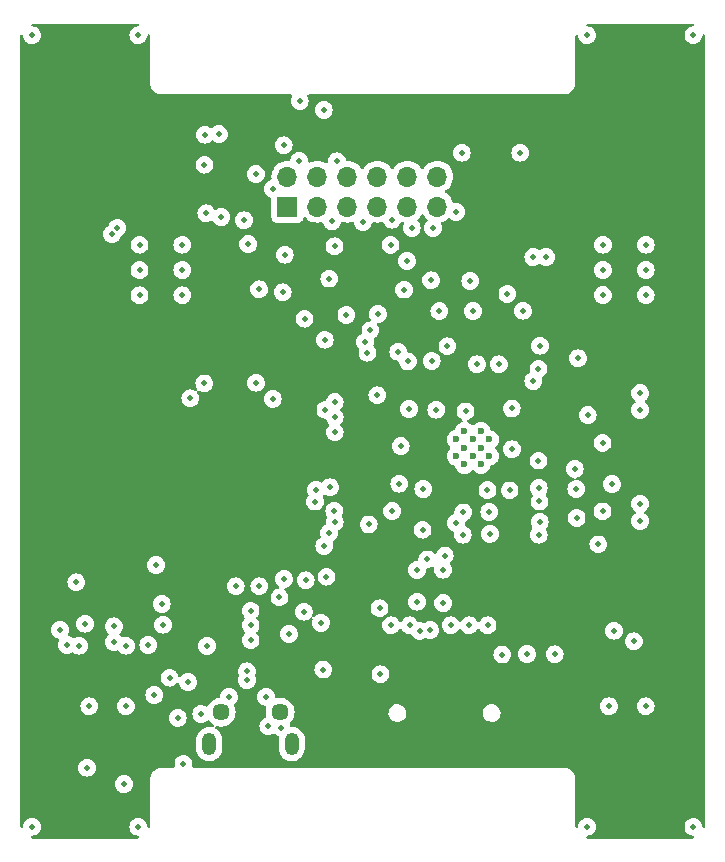
<source format=gbr>
%TF.GenerationSoftware,KiCad,Pcbnew,7.0.6-7.0.6~ubuntu22.04.1*%
%TF.CreationDate,2023-09-05T14:51:30+08:00*%
%TF.ProjectId,ECU_Module,4543555f-4d6f-4647-956c-652e6b696361,rev?*%
%TF.SameCoordinates,Original*%
%TF.FileFunction,Copper,L3,Inr*%
%TF.FilePolarity,Positive*%
%FSLAX46Y46*%
G04 Gerber Fmt 4.6, Leading zero omitted, Abs format (unit mm)*
G04 Created by KiCad (PCBNEW 7.0.6-7.0.6~ubuntu22.04.1) date 2023-09-05 14:51:30*
%MOMM*%
%LPD*%
G01*
G04 APERTURE LIST*
%TA.AperFunction,ComponentPad*%
%ADD10R,1.700000X1.700000*%
%TD*%
%TA.AperFunction,ComponentPad*%
%ADD11O,1.700000X1.700000*%
%TD*%
%TA.AperFunction,ComponentPad*%
%ADD12O,1.200000X1.900000*%
%TD*%
%TA.AperFunction,ComponentPad*%
%ADD13C,1.450000*%
%TD*%
%TA.AperFunction,HeatsinkPad*%
%ADD14C,0.600000*%
%TD*%
%TA.AperFunction,ViaPad*%
%ADD15C,0.500000*%
%TD*%
G04 APERTURE END LIST*
D10*
%TO.N,+BATT*%
%TO.C,J3*%
X152620000Y-65500000D03*
D11*
%TO.N,/FUEL*%
X152620000Y-62960000D03*
%TO.N,GND*%
X155160000Y-65500000D03*
%TO.N,/COIL*%
X155160000Y-62960000D03*
%TO.N,GND*%
X157700000Y-65500000D03*
X157700000Y-62960000D03*
%TO.N,/VSPI_MOSI*%
X160240000Y-65500000D03*
%TO.N,GND*%
X160240000Y-62960000D03*
%TO.N,/VSPI_MISO*%
X162780000Y-65500000D03*
%TO.N,/VSPI_CS*%
X162780000Y-62960000D03*
%TO.N,/VSPI_CLK*%
X165320000Y-65500000D03*
%TO.N,/O2*%
X165320000Y-62960000D03*
%TD*%
D12*
%TO.N,Net-(J1-Shield)*%
%TO.C,J1*%
X146000000Y-111000000D03*
D13*
X147000000Y-108300000D03*
X152000000Y-108300000D03*
D12*
X153000000Y-111000000D03*
%TD*%
D14*
%TO.N,GND*%
%TO.C,U4*%
X169712500Y-86615000D03*
X169712500Y-85215000D03*
X169012500Y-87315000D03*
X169012500Y-85915000D03*
X169012500Y-84515000D03*
X168312500Y-86615000D03*
X168312500Y-85215000D03*
X167612500Y-87315000D03*
X167612500Y-85915000D03*
X167612500Y-84515000D03*
X166912500Y-86615000D03*
X166912500Y-85215000D03*
%TD*%
D15*
%TO.N,Net-(D5-A)*%
X141500000Y-95850000D03*
X144200000Y-105750000D03*
%TO.N,VBUS*%
X134750000Y-97300000D03*
%TO.N,GND*%
X178950000Y-94100000D03*
X177100000Y-91850000D03*
X180100000Y-89000000D03*
X176950000Y-87700000D03*
%TO.N,Net-(D11-A)*%
X179300000Y-85500000D03*
X179300000Y-91300000D03*
%TO.N,+3.3V*%
X178050000Y-83150000D03*
%TO.N,GND*%
X156400000Y-66750000D03*
X159000000Y-66800000D03*
X140840000Y-102610000D03*
X135660000Y-113010000D03*
X152220000Y-72750000D03*
X167380000Y-60940000D03*
X155690000Y-57310000D03*
X153660000Y-56550000D03*
X149950000Y-62750000D03*
X137770000Y-67840000D03*
X155930000Y-96830000D03*
X155750000Y-94220000D03*
X162210000Y-85780000D03*
X170520000Y-78850000D03*
X168670000Y-78850000D03*
X173440000Y-80260000D03*
X173880000Y-79220000D03*
X173880000Y-87000000D03*
X177090000Y-89400000D03*
X182480000Y-92120000D03*
X182490000Y-90640000D03*
X182490000Y-82710000D03*
X182480000Y-81290000D03*
X166170000Y-77320000D03*
X164830000Y-78570000D03*
%TO.N,/IO0*%
X177220000Y-78340000D03*
%TO.N,GND*%
X154170000Y-97140000D03*
X171640000Y-86040000D03*
X163810000Y-101420000D03*
X138950000Y-107800000D03*
X171610000Y-82590000D03*
X160420000Y-99500000D03*
X182960000Y-72995000D03*
X140000000Y-51000000D03*
X143730000Y-73000000D03*
X155450000Y-100740000D03*
X152310000Y-60310000D03*
X143730000Y-68730000D03*
X164950000Y-67300000D03*
X165810000Y-96230000D03*
X148950000Y-66660000D03*
X167700000Y-82830000D03*
X162920000Y-82630000D03*
X159650000Y-75980000D03*
X149500000Y-100950000D03*
X154970000Y-90470000D03*
X140100000Y-70865000D03*
X172560000Y-74310000D03*
X140100000Y-73000000D03*
X145750000Y-66060000D03*
X165230000Y-82700000D03*
X160280000Y-74580000D03*
X179330000Y-70860000D03*
X149200000Y-105600000D03*
X180260000Y-101400000D03*
X172340000Y-60940000D03*
X143330000Y-108790000D03*
X145330000Y-108460000D03*
X161490000Y-91280000D03*
X131000000Y-118000000D03*
X156610000Y-68860000D03*
X171430000Y-89530000D03*
X187000000Y-51000000D03*
X173900000Y-89320000D03*
X165490000Y-74350000D03*
X172910000Y-103380000D03*
X149500000Y-102200000D03*
X150230000Y-72500000D03*
X156160000Y-71590000D03*
X159400000Y-77860000D03*
X156130000Y-93160000D03*
X187000000Y-118000000D03*
X160500000Y-105100000D03*
X131000000Y-51000000D03*
X163610000Y-96250000D03*
X179850000Y-107800000D03*
X173890000Y-93280000D03*
X169560000Y-89500000D03*
X154070000Y-74990000D03*
X142100000Y-100900000D03*
X157620000Y-74670000D03*
X140100000Y-68730000D03*
X135490000Y-100820000D03*
X160240000Y-81480000D03*
X144400000Y-81720000D03*
X178000000Y-51000000D03*
X149970000Y-80410000D03*
X145590000Y-80470000D03*
X161350000Y-68740000D03*
X179330000Y-72995000D03*
X170810000Y-103420000D03*
X162500000Y-72520000D03*
X169770000Y-93210000D03*
X163150000Y-67300000D03*
X168110000Y-71780000D03*
X162090000Y-88950000D03*
X182960000Y-70860000D03*
X167510000Y-91390000D03*
X169720000Y-91340000D03*
X152340000Y-97020000D03*
X182960000Y-68725000D03*
X179330000Y-68725000D03*
X161450000Y-66600000D03*
X138230000Y-67270000D03*
X155840000Y-82690000D03*
X163600000Y-98950000D03*
X173440000Y-69780000D03*
X152100000Y-109600000D03*
X141350000Y-106850000D03*
X162010000Y-77780000D03*
X155770000Y-76770000D03*
X154010000Y-99790000D03*
X178000000Y-118000000D03*
X140000000Y-118000000D03*
X151000000Y-109500000D03*
X151390000Y-63980000D03*
X145620000Y-59400000D03*
X155040000Y-89470000D03*
X174000000Y-77270000D03*
X175250000Y-103400000D03*
X143820000Y-112670000D03*
X152390000Y-69560000D03*
X164790000Y-71740000D03*
X156590000Y-91240000D03*
X145830000Y-102690000D03*
X162750000Y-70090000D03*
X141980000Y-99140000D03*
X147010000Y-66380000D03*
X135850000Y-107800000D03*
X167470000Y-93270000D03*
X156810000Y-61660000D03*
X149500000Y-99700000D03*
X149190000Y-104850000D03*
X145600000Y-61950000D03*
X162820000Y-78610000D03*
X168330000Y-74350000D03*
X146820000Y-59360000D03*
X133370000Y-101320000D03*
X143730000Y-70865000D03*
X153620000Y-61620000D03*
X166910000Y-65940000D03*
X174520000Y-69770000D03*
X165940000Y-95040000D03*
X164130000Y-89410000D03*
X182950000Y-107800000D03*
X138790000Y-114400000D03*
X159510000Y-92410000D03*
X164060000Y-92850000D03*
X142640000Y-105380000D03*
X138950000Y-102670000D03*
X151380000Y-81780000D03*
X156230000Y-89260000D03*
X149300000Y-68670000D03*
X135000000Y-102680000D03*
%TO.N,+3.3V*%
X181960000Y-102310000D03*
X155660000Y-104690000D03*
X165810000Y-99070000D03*
X173982500Y-92205000D03*
X137930000Y-101040000D03*
X137930000Y-102380000D03*
%TO.N,VBUS*%
X133960000Y-102600000D03*
%TO.N,/EN*%
X173962500Y-90465000D03*
%TO.N,Net-(Q1-E)*%
X152760000Y-101670000D03*
%TO.N,Net-(Q2-E)*%
X151950000Y-98590000D03*
%TO.N,/IO0*%
X159200000Y-76960000D03*
%TO.N,Net-(D6-K)*%
X147675000Y-107000000D03*
X148250000Y-97650000D03*
%TO.N,Net-(D7-K)*%
X150825000Y-107000000D03*
X150250000Y-97650000D03*
%TO.N,/VSPI_CS*%
X156620000Y-82050000D03*
%TO.N,/VSPI_CLK*%
X156620000Y-83320000D03*
%TO.N,/VSPI_MISO*%
X156620000Y-84590000D03*
%TO.N,/VSPI_MOSI*%
X156620000Y-92210000D03*
%TO.N,/O2*%
X171250000Y-72890000D03*
%TO.N,+12V*%
X161430000Y-72500000D03*
X148730000Y-76180000D03*
X143390000Y-76180000D03*
X177970000Y-100470000D03*
X146790000Y-60680000D03*
X146150000Y-60680000D03*
%TO.N,/SD_CMD*%
X166455000Y-100950000D03*
%TO.N,/SD_CLK*%
X164710000Y-101350000D03*
X164470000Y-95370000D03*
X166900000Y-92270000D03*
%TO.N,/SD_DAT0*%
X162960000Y-100950000D03*
%TO.N,Net-(J2-DAT2)*%
X169565000Y-100950000D03*
%TO.N,Net-(J2-CD{slash}DAT3)*%
X168010000Y-100950000D03*
%TO.N,Net-(J2-DAT1)*%
X161400000Y-100950000D03*
%TD*%
%TA.AperFunction,Conductor*%
%TO.N,+12V*%
G36*
X140026802Y-50020185D02*
G01*
X140072557Y-50072989D01*
X140082501Y-50142147D01*
X140053476Y-50205703D01*
X139994698Y-50243477D01*
X139973646Y-50247720D01*
X139831944Y-50263685D01*
X139672305Y-50319545D01*
X139672302Y-50319547D01*
X139529115Y-50409518D01*
X139529109Y-50409523D01*
X139409523Y-50529109D01*
X139409518Y-50529115D01*
X139319547Y-50672302D01*
X139319545Y-50672305D01*
X139263685Y-50831943D01*
X139244751Y-50999997D01*
X139244751Y-51000002D01*
X139263685Y-51168056D01*
X139319545Y-51327694D01*
X139319547Y-51327697D01*
X139409518Y-51470884D01*
X139409523Y-51470890D01*
X139529109Y-51590476D01*
X139529115Y-51590481D01*
X139672302Y-51680452D01*
X139672305Y-51680454D01*
X139672309Y-51680455D01*
X139672310Y-51680456D01*
X139744913Y-51705860D01*
X139831943Y-51736314D01*
X139999997Y-51755249D01*
X140000000Y-51755249D01*
X140000003Y-51755249D01*
X140168056Y-51736314D01*
X140168059Y-51736313D01*
X140327690Y-51680456D01*
X140327692Y-51680454D01*
X140327694Y-51680454D01*
X140327697Y-51680452D01*
X140470884Y-51590481D01*
X140470885Y-51590480D01*
X140470890Y-51590477D01*
X140590477Y-51470890D01*
X140680452Y-51327697D01*
X140680454Y-51327694D01*
X140680454Y-51327692D01*
X140680456Y-51327690D01*
X140736313Y-51168059D01*
X140736313Y-51168057D01*
X140736314Y-51168055D01*
X140752280Y-51026354D01*
X140779346Y-50961940D01*
X140836941Y-50922384D01*
X140906778Y-50920247D01*
X140966685Y-50956205D01*
X140997640Y-51018843D01*
X140999500Y-51040237D01*
X140999500Y-54932902D01*
X140994926Y-54948479D01*
X140999201Y-54991888D01*
X140999500Y-54997968D01*
X140999500Y-55087536D01*
X141010628Y-55150646D01*
X141009311Y-55162448D01*
X141016343Y-55185629D01*
X141018072Y-55192866D01*
X141029899Y-55259940D01*
X141058162Y-55337592D01*
X141058991Y-55350639D01*
X141067128Y-55365862D01*
X141074292Y-55381905D01*
X141089776Y-55424448D01*
X141089777Y-55424449D01*
X141138578Y-55508974D01*
X141142055Y-55523309D01*
X141151792Y-55535173D01*
X141163326Y-55551838D01*
X141177307Y-55576053D01*
X141180414Y-55580491D01*
X141180038Y-55580754D01*
X141189371Y-55594560D01*
X141191254Y-55598082D01*
X141209702Y-55614661D01*
X141248914Y-55661393D01*
X141255484Y-55676406D01*
X141265928Y-55684977D01*
X141282254Y-55701126D01*
X141289837Y-55710163D01*
X141298872Y-55717744D01*
X141315020Y-55734070D01*
X141319146Y-55739098D01*
X141338606Y-55751085D01*
X141385337Y-55790297D01*
X141395234Y-55805172D01*
X141405438Y-55810627D01*
X141419245Y-55819961D01*
X141419509Y-55819586D01*
X141423945Y-55822692D01*
X141448163Y-55836675D01*
X141464824Y-55848206D01*
X141471770Y-55853906D01*
X141491025Y-55861421D01*
X141575547Y-55910221D01*
X141575551Y-55910222D01*
X141575555Y-55910225D01*
X141618103Y-55925711D01*
X141634143Y-55932874D01*
X141644334Y-55938321D01*
X141662407Y-55941836D01*
X141740062Y-55970101D01*
X141807145Y-55981929D01*
X141814379Y-55983657D01*
X141832543Y-55989167D01*
X141849350Y-55989370D01*
X141912468Y-56000500D01*
X141999901Y-56000500D01*
X142002041Y-56000500D01*
X142008121Y-56000799D01*
X142044302Y-56004362D01*
X142067096Y-56000500D01*
X152894555Y-56000500D01*
X152961594Y-56020185D01*
X153007349Y-56072989D01*
X153017293Y-56142147D01*
X152999549Y-56190472D01*
X152979545Y-56222307D01*
X152923685Y-56381943D01*
X152904751Y-56549997D01*
X152904751Y-56550002D01*
X152923685Y-56718056D01*
X152979545Y-56877694D01*
X152979547Y-56877697D01*
X153069518Y-57020884D01*
X153069523Y-57020890D01*
X153189109Y-57140476D01*
X153189115Y-57140481D01*
X153332302Y-57230452D01*
X153332305Y-57230454D01*
X153332309Y-57230455D01*
X153332310Y-57230456D01*
X153404913Y-57255860D01*
X153491943Y-57286314D01*
X153659997Y-57305249D01*
X153660000Y-57305249D01*
X153660003Y-57305249D01*
X153828056Y-57286314D01*
X153828059Y-57286313D01*
X153987690Y-57230456D01*
X153987692Y-57230454D01*
X153987694Y-57230454D01*
X153987697Y-57230452D01*
X154130884Y-57140481D01*
X154130885Y-57140480D01*
X154130890Y-57140477D01*
X154250477Y-57020890D01*
X154340452Y-56877697D01*
X154340454Y-56877694D01*
X154340454Y-56877692D01*
X154340456Y-56877690D01*
X154396313Y-56718059D01*
X154396313Y-56718058D01*
X154396314Y-56718056D01*
X154415249Y-56550002D01*
X154415249Y-56549997D01*
X154396314Y-56381943D01*
X154382904Y-56343621D01*
X154340456Y-56222310D01*
X154320451Y-56190472D01*
X154301451Y-56123236D01*
X154321819Y-56056400D01*
X154375086Y-56011186D01*
X154425445Y-56000500D01*
X175932903Y-56000500D01*
X175948477Y-56005073D01*
X175991878Y-56000799D01*
X175997958Y-56000500D01*
X176087528Y-56000500D01*
X176087532Y-56000500D01*
X176150646Y-55989371D01*
X176162445Y-55990687D01*
X176185617Y-55983658D01*
X176192843Y-55981931D01*
X176259938Y-55970101D01*
X176259943Y-55970099D01*
X176259944Y-55970099D01*
X176298880Y-55955927D01*
X176337589Y-55941837D01*
X176350637Y-55941008D01*
X176365852Y-55932876D01*
X176381893Y-55925712D01*
X176424445Y-55910225D01*
X176508973Y-55861421D01*
X176523309Y-55857943D01*
X176535172Y-55848208D01*
X176551825Y-55836681D01*
X176576055Y-55822692D01*
X176576060Y-55822687D01*
X176580491Y-55819586D01*
X176580755Y-55819964D01*
X176594566Y-55810623D01*
X176598087Y-55808740D01*
X176614657Y-55790300D01*
X176661395Y-55751083D01*
X176676406Y-55744514D01*
X176684975Y-55734073D01*
X176701128Y-55717744D01*
X176710163Y-55710163D01*
X176717745Y-55701126D01*
X176734073Y-55684975D01*
X176739100Y-55680849D01*
X176751081Y-55661398D01*
X176790298Y-55614660D01*
X176805171Y-55604765D01*
X176810623Y-55594566D01*
X176819964Y-55580755D01*
X176819586Y-55580491D01*
X176822687Y-55576061D01*
X176822687Y-55576060D01*
X176822692Y-55576055D01*
X176836681Y-55551825D01*
X176848208Y-55535172D01*
X176853904Y-55528230D01*
X176861422Y-55508973D01*
X176910221Y-55424452D01*
X176910221Y-55424451D01*
X176910225Y-55424445D01*
X176925712Y-55381893D01*
X176932876Y-55365852D01*
X176938319Y-55355668D01*
X176941838Y-55337589D01*
X176970099Y-55259944D01*
X176970100Y-55259940D01*
X176970101Y-55259938D01*
X176981931Y-55192843D01*
X176983658Y-55185617D01*
X176989166Y-55167459D01*
X176989370Y-55150649D01*
X177000500Y-55087532D01*
X177000500Y-55000000D01*
X177000500Y-54999500D01*
X177000500Y-54997958D01*
X177000799Y-54991878D01*
X177004362Y-54955696D01*
X177000500Y-54932903D01*
X177000500Y-51040237D01*
X177020185Y-50973198D01*
X177072989Y-50927443D01*
X177142147Y-50917499D01*
X177205703Y-50946524D01*
X177243477Y-51005302D01*
X177247720Y-51026354D01*
X177263685Y-51168055D01*
X177319545Y-51327694D01*
X177319547Y-51327697D01*
X177409518Y-51470884D01*
X177409523Y-51470890D01*
X177529109Y-51590476D01*
X177529115Y-51590481D01*
X177672302Y-51680452D01*
X177672305Y-51680454D01*
X177672309Y-51680455D01*
X177672310Y-51680456D01*
X177744913Y-51705860D01*
X177831943Y-51736314D01*
X177999997Y-51755249D01*
X178000000Y-51755249D01*
X178000003Y-51755249D01*
X178168056Y-51736314D01*
X178168059Y-51736313D01*
X178327690Y-51680456D01*
X178327692Y-51680454D01*
X178327694Y-51680454D01*
X178327697Y-51680452D01*
X178470884Y-51590481D01*
X178470885Y-51590480D01*
X178470890Y-51590477D01*
X178590477Y-51470890D01*
X178680452Y-51327697D01*
X178680454Y-51327694D01*
X178680454Y-51327692D01*
X178680456Y-51327690D01*
X178736313Y-51168059D01*
X178736313Y-51168058D01*
X178736314Y-51168056D01*
X178755249Y-51000002D01*
X178755249Y-50999997D01*
X178736314Y-50831943D01*
X178680454Y-50672305D01*
X178680452Y-50672302D01*
X178590481Y-50529115D01*
X178590476Y-50529109D01*
X178470890Y-50409523D01*
X178470884Y-50409518D01*
X178327697Y-50319547D01*
X178327694Y-50319545D01*
X178168055Y-50263685D01*
X178026354Y-50247720D01*
X177961940Y-50220654D01*
X177922384Y-50163059D01*
X177920247Y-50093222D01*
X177956205Y-50033315D01*
X178018843Y-50002360D01*
X178040237Y-50000500D01*
X186959763Y-50000500D01*
X187026802Y-50020185D01*
X187072557Y-50072989D01*
X187082501Y-50142147D01*
X187053476Y-50205703D01*
X186994698Y-50243477D01*
X186973646Y-50247720D01*
X186831944Y-50263685D01*
X186672305Y-50319545D01*
X186672302Y-50319547D01*
X186529115Y-50409518D01*
X186529109Y-50409523D01*
X186409523Y-50529109D01*
X186409518Y-50529115D01*
X186319547Y-50672302D01*
X186319545Y-50672305D01*
X186263685Y-50831943D01*
X186244751Y-50999997D01*
X186244751Y-51000002D01*
X186263685Y-51168056D01*
X186319545Y-51327694D01*
X186319547Y-51327697D01*
X186409518Y-51470884D01*
X186409523Y-51470890D01*
X186529109Y-51590476D01*
X186529115Y-51590481D01*
X186672302Y-51680452D01*
X186672305Y-51680454D01*
X186672309Y-51680455D01*
X186672310Y-51680456D01*
X186744913Y-51705860D01*
X186831943Y-51736314D01*
X186999997Y-51755249D01*
X187000000Y-51755249D01*
X187000003Y-51755249D01*
X187168056Y-51736314D01*
X187168059Y-51736313D01*
X187327690Y-51680456D01*
X187327692Y-51680454D01*
X187327694Y-51680454D01*
X187327697Y-51680452D01*
X187470884Y-51590481D01*
X187470885Y-51590480D01*
X187470890Y-51590477D01*
X187590477Y-51470890D01*
X187680452Y-51327697D01*
X187680454Y-51327694D01*
X187680454Y-51327692D01*
X187680456Y-51327690D01*
X187736313Y-51168059D01*
X187736313Y-51168057D01*
X187736314Y-51168055D01*
X187752280Y-51026354D01*
X187779346Y-50961940D01*
X187836941Y-50922384D01*
X187906778Y-50920247D01*
X187966685Y-50956205D01*
X187997640Y-51018843D01*
X187999500Y-51040237D01*
X187999500Y-117959762D01*
X187979815Y-118026801D01*
X187927011Y-118072556D01*
X187857853Y-118082500D01*
X187794297Y-118053475D01*
X187756523Y-117994697D01*
X187752280Y-117973646D01*
X187736314Y-117831943D01*
X187680454Y-117672305D01*
X187680452Y-117672302D01*
X187590481Y-117529115D01*
X187590476Y-117529109D01*
X187470890Y-117409523D01*
X187470884Y-117409518D01*
X187327697Y-117319547D01*
X187327694Y-117319545D01*
X187168056Y-117263685D01*
X187000003Y-117244751D01*
X186999997Y-117244751D01*
X186831943Y-117263685D01*
X186672305Y-117319545D01*
X186672302Y-117319547D01*
X186529115Y-117409518D01*
X186529109Y-117409523D01*
X186409523Y-117529109D01*
X186409518Y-117529115D01*
X186319547Y-117672302D01*
X186319545Y-117672305D01*
X186263685Y-117831943D01*
X186244751Y-117999997D01*
X186244751Y-118000002D01*
X186263685Y-118168056D01*
X186319545Y-118327694D01*
X186319547Y-118327697D01*
X186409518Y-118470884D01*
X186409523Y-118470890D01*
X186529109Y-118590476D01*
X186529115Y-118590481D01*
X186672302Y-118680452D01*
X186672305Y-118680454D01*
X186672309Y-118680455D01*
X186672310Y-118680456D01*
X186831941Y-118736313D01*
X186831944Y-118736314D01*
X186973646Y-118752280D01*
X187038060Y-118779346D01*
X187077616Y-118836941D01*
X187079753Y-118906778D01*
X187043795Y-118966685D01*
X186981157Y-118997640D01*
X186959763Y-118999500D01*
X178040237Y-118999500D01*
X177973198Y-118979815D01*
X177927443Y-118927011D01*
X177917499Y-118857853D01*
X177946524Y-118794297D01*
X178005302Y-118756523D01*
X178026354Y-118752280D01*
X178168055Y-118736314D01*
X178168057Y-118736313D01*
X178168059Y-118736313D01*
X178327690Y-118680456D01*
X178327692Y-118680454D01*
X178327694Y-118680454D01*
X178327697Y-118680452D01*
X178470884Y-118590481D01*
X178470885Y-118590480D01*
X178470890Y-118590477D01*
X178590477Y-118470890D01*
X178590481Y-118470884D01*
X178680452Y-118327697D01*
X178680454Y-118327694D01*
X178680454Y-118327692D01*
X178680456Y-118327690D01*
X178736313Y-118168059D01*
X178736313Y-118168058D01*
X178736314Y-118168056D01*
X178755249Y-118000002D01*
X178755249Y-117999997D01*
X178736314Y-117831943D01*
X178680454Y-117672305D01*
X178680452Y-117672302D01*
X178590481Y-117529115D01*
X178590476Y-117529109D01*
X178470890Y-117409523D01*
X178470884Y-117409518D01*
X178327697Y-117319547D01*
X178327694Y-117319545D01*
X178168056Y-117263685D01*
X178000003Y-117244751D01*
X177999997Y-117244751D01*
X177831943Y-117263685D01*
X177672305Y-117319545D01*
X177672302Y-117319547D01*
X177529115Y-117409518D01*
X177529109Y-117409523D01*
X177409523Y-117529109D01*
X177409518Y-117529115D01*
X177319547Y-117672302D01*
X177319545Y-117672305D01*
X177263685Y-117831943D01*
X177247720Y-117973646D01*
X177220653Y-118038060D01*
X177163059Y-118077615D01*
X177093222Y-118079752D01*
X177033315Y-118043794D01*
X177002360Y-117981156D01*
X177000500Y-117959762D01*
X177000500Y-114067095D01*
X177005073Y-114051520D01*
X177000799Y-114008120D01*
X177000500Y-114002040D01*
X177000500Y-113912472D01*
X177000500Y-113912468D01*
X176989371Y-113849352D01*
X176990687Y-113837552D01*
X176983657Y-113814379D01*
X176981928Y-113807140D01*
X176981926Y-113807131D01*
X176970101Y-113740062D01*
X176941836Y-113662407D01*
X176941007Y-113649359D01*
X176932874Y-113634143D01*
X176925709Y-113618098D01*
X176919297Y-113600481D01*
X176910225Y-113575555D01*
X176910222Y-113575550D01*
X176910221Y-113575547D01*
X176861421Y-113491025D01*
X176857942Y-113476688D01*
X176848206Y-113464824D01*
X176836675Y-113448163D01*
X176822692Y-113423945D01*
X176819586Y-113419509D01*
X176819961Y-113419245D01*
X176810627Y-113405438D01*
X176808745Y-113401918D01*
X176790297Y-113385337D01*
X176751085Y-113338606D01*
X176744513Y-113323590D01*
X176734070Y-113315020D01*
X176717744Y-113298872D01*
X176710163Y-113289837D01*
X176701125Y-113282253D01*
X176684977Y-113265928D01*
X176680853Y-113260903D01*
X176661393Y-113248914D01*
X176614661Y-113209702D01*
X176604762Y-113194824D01*
X176594560Y-113189371D01*
X176580754Y-113180038D01*
X176580491Y-113180414D01*
X176576057Y-113177310D01*
X176576055Y-113177308D01*
X176564174Y-113170448D01*
X176551838Y-113163326D01*
X176535173Y-113151792D01*
X176528232Y-113146096D01*
X176508974Y-113138578D01*
X176424449Y-113089777D01*
X176424448Y-113089776D01*
X176416230Y-113086785D01*
X176381900Y-113074289D01*
X176365862Y-113067128D01*
X176355669Y-113061679D01*
X176337592Y-113058162D01*
X176259940Y-113029899D01*
X176192866Y-113018072D01*
X176185629Y-113016343D01*
X176167463Y-113010832D01*
X176150646Y-113010628D01*
X176087536Y-112999500D01*
X176087532Y-112999500D01*
X176000099Y-112999500D01*
X175997968Y-112999500D01*
X175991888Y-112999201D01*
X175955701Y-112995637D01*
X175932903Y-112999500D01*
X144674585Y-112999500D01*
X144607546Y-112979815D01*
X144561791Y-112927011D01*
X144551847Y-112857853D01*
X144555010Y-112844905D01*
X144554764Y-112844849D01*
X144556313Y-112838059D01*
X144575249Y-112670002D01*
X144575249Y-112669997D01*
X144556314Y-112501943D01*
X144505108Y-112355604D01*
X144500456Y-112342310D01*
X144500455Y-112342309D01*
X144500454Y-112342305D01*
X144500452Y-112342302D01*
X144410481Y-112199115D01*
X144410476Y-112199109D01*
X144290890Y-112079523D01*
X144290884Y-112079518D01*
X144147697Y-111989547D01*
X144147694Y-111989545D01*
X143988056Y-111933685D01*
X143820003Y-111914751D01*
X143819997Y-111914751D01*
X143651943Y-111933685D01*
X143492305Y-111989545D01*
X143492302Y-111989547D01*
X143349115Y-112079518D01*
X143349109Y-112079523D01*
X143229523Y-112199109D01*
X143229518Y-112199115D01*
X143139547Y-112342302D01*
X143139545Y-112342305D01*
X143083685Y-112501943D01*
X143064751Y-112669997D01*
X143064751Y-112670002D01*
X143083686Y-112838059D01*
X143085236Y-112844849D01*
X143083010Y-112845356D01*
X143086015Y-112904338D01*
X143051279Y-112964961D01*
X142989282Y-112997181D01*
X142965415Y-112999500D01*
X142067096Y-112999500D01*
X142051519Y-112994926D01*
X142008111Y-112999201D01*
X142002031Y-112999500D01*
X141912463Y-112999500D01*
X141849352Y-113010628D01*
X141837550Y-113009311D01*
X141814368Y-113016344D01*
X141807131Y-113018073D01*
X141740062Y-113029898D01*
X141662407Y-113058163D01*
X141649355Y-113058992D01*
X141634133Y-113067129D01*
X141618092Y-113074292D01*
X141575558Y-113089773D01*
X141575550Y-113089777D01*
X141491024Y-113138579D01*
X141476686Y-113142057D01*
X141464818Y-113151797D01*
X141448158Y-113163327D01*
X141423949Y-113177304D01*
X141419509Y-113180414D01*
X141419246Y-113180039D01*
X141405444Y-113189368D01*
X141401918Y-113191252D01*
X141385339Y-113209700D01*
X141338606Y-113248914D01*
X141323590Y-113255485D01*
X141315017Y-113265932D01*
X141298874Y-113282253D01*
X141289836Y-113289836D01*
X141282253Y-113298874D01*
X141265932Y-113315017D01*
X141260904Y-113319143D01*
X141248914Y-113338606D01*
X141209700Y-113385339D01*
X141194824Y-113395235D01*
X141189368Y-113405444D01*
X141180039Y-113419246D01*
X141180414Y-113419509D01*
X141177304Y-113423949D01*
X141163327Y-113448158D01*
X141151797Y-113464818D01*
X141146096Y-113471763D01*
X141138579Y-113491024D01*
X141089777Y-113575550D01*
X141089773Y-113575558D01*
X141074292Y-113618092D01*
X141067129Y-113634133D01*
X141061678Y-113644329D01*
X141058163Y-113662407D01*
X141029898Y-113740062D01*
X141018073Y-113807131D01*
X141016344Y-113814368D01*
X141010831Y-113832541D01*
X141010628Y-113849352D01*
X140999500Y-113912463D01*
X140999500Y-114002030D01*
X140999201Y-114008110D01*
X140995637Y-114044297D01*
X140999500Y-114067096D01*
X140999500Y-117959762D01*
X140979815Y-118026801D01*
X140927011Y-118072556D01*
X140857853Y-118082500D01*
X140794297Y-118053475D01*
X140756523Y-117994697D01*
X140752280Y-117973646D01*
X140736314Y-117831943D01*
X140680454Y-117672305D01*
X140680452Y-117672302D01*
X140590481Y-117529115D01*
X140590476Y-117529109D01*
X140470890Y-117409523D01*
X140470884Y-117409518D01*
X140327697Y-117319547D01*
X140327694Y-117319545D01*
X140168056Y-117263685D01*
X140000003Y-117244751D01*
X139999997Y-117244751D01*
X139831943Y-117263685D01*
X139672305Y-117319545D01*
X139672302Y-117319547D01*
X139529115Y-117409518D01*
X139529109Y-117409523D01*
X139409523Y-117529109D01*
X139409518Y-117529115D01*
X139319547Y-117672302D01*
X139319545Y-117672305D01*
X139263685Y-117831943D01*
X139244751Y-117999997D01*
X139244751Y-118000002D01*
X139263685Y-118168056D01*
X139319545Y-118327694D01*
X139319547Y-118327697D01*
X139409518Y-118470884D01*
X139409523Y-118470890D01*
X139529109Y-118590476D01*
X139529115Y-118590481D01*
X139672302Y-118680452D01*
X139672305Y-118680454D01*
X139672309Y-118680455D01*
X139672310Y-118680456D01*
X139831941Y-118736313D01*
X139831944Y-118736314D01*
X139973646Y-118752280D01*
X140038060Y-118779346D01*
X140077616Y-118836941D01*
X140079753Y-118906778D01*
X140043795Y-118966685D01*
X139981157Y-118997640D01*
X139959763Y-118999500D01*
X131040237Y-118999500D01*
X130973198Y-118979815D01*
X130927443Y-118927011D01*
X130917499Y-118857853D01*
X130946524Y-118794297D01*
X131005302Y-118756523D01*
X131026354Y-118752280D01*
X131168055Y-118736314D01*
X131168057Y-118736313D01*
X131168059Y-118736313D01*
X131327690Y-118680456D01*
X131327692Y-118680454D01*
X131327694Y-118680454D01*
X131327697Y-118680452D01*
X131470884Y-118590481D01*
X131470885Y-118590480D01*
X131470890Y-118590477D01*
X131590477Y-118470890D01*
X131590481Y-118470884D01*
X131680452Y-118327697D01*
X131680454Y-118327694D01*
X131680454Y-118327692D01*
X131680456Y-118327690D01*
X131736313Y-118168059D01*
X131736313Y-118168058D01*
X131736314Y-118168056D01*
X131755249Y-118000002D01*
X131755249Y-117999997D01*
X131736314Y-117831943D01*
X131680454Y-117672305D01*
X131680452Y-117672302D01*
X131590481Y-117529115D01*
X131590476Y-117529109D01*
X131470890Y-117409523D01*
X131470884Y-117409518D01*
X131327697Y-117319547D01*
X131327694Y-117319545D01*
X131168056Y-117263685D01*
X131000003Y-117244751D01*
X130999997Y-117244751D01*
X130831943Y-117263685D01*
X130672305Y-117319545D01*
X130672302Y-117319547D01*
X130529115Y-117409518D01*
X130529109Y-117409523D01*
X130409523Y-117529109D01*
X130409518Y-117529115D01*
X130319547Y-117672302D01*
X130319545Y-117672305D01*
X130263685Y-117831943D01*
X130247720Y-117973646D01*
X130220653Y-118038060D01*
X130163059Y-118077615D01*
X130093222Y-118079752D01*
X130033315Y-118043794D01*
X130002360Y-117981156D01*
X130000500Y-117959762D01*
X130000500Y-114400002D01*
X138034751Y-114400002D01*
X138053685Y-114568056D01*
X138109545Y-114727694D01*
X138109547Y-114727697D01*
X138199518Y-114870884D01*
X138199523Y-114870890D01*
X138319109Y-114990476D01*
X138319115Y-114990481D01*
X138462302Y-115080452D01*
X138462305Y-115080454D01*
X138462309Y-115080455D01*
X138462310Y-115080456D01*
X138534913Y-115105860D01*
X138621943Y-115136314D01*
X138789997Y-115155249D01*
X138790000Y-115155249D01*
X138790003Y-115155249D01*
X138958056Y-115136314D01*
X138958059Y-115136313D01*
X139117690Y-115080456D01*
X139117692Y-115080454D01*
X139117694Y-115080454D01*
X139117697Y-115080452D01*
X139260884Y-114990481D01*
X139260885Y-114990480D01*
X139260890Y-114990477D01*
X139380477Y-114870890D01*
X139470452Y-114727697D01*
X139470454Y-114727694D01*
X139470454Y-114727692D01*
X139470456Y-114727690D01*
X139526313Y-114568059D01*
X139526313Y-114568058D01*
X139526314Y-114568056D01*
X139545249Y-114400002D01*
X139545249Y-114399997D01*
X139526314Y-114231943D01*
X139470454Y-114072305D01*
X139470452Y-114072302D01*
X139380481Y-113929115D01*
X139380476Y-113929109D01*
X139260890Y-113809523D01*
X139260884Y-113809518D01*
X139117697Y-113719547D01*
X139117694Y-113719545D01*
X138958056Y-113663685D01*
X138790003Y-113644751D01*
X138789997Y-113644751D01*
X138621943Y-113663685D01*
X138462305Y-113719545D01*
X138462302Y-113719547D01*
X138319115Y-113809518D01*
X138319109Y-113809523D01*
X138199523Y-113929109D01*
X138199518Y-113929115D01*
X138109547Y-114072302D01*
X138109545Y-114072305D01*
X138053685Y-114231943D01*
X138034751Y-114399997D01*
X138034751Y-114400002D01*
X130000500Y-114400002D01*
X130000500Y-113010002D01*
X134904751Y-113010002D01*
X134923685Y-113178056D01*
X134979545Y-113337694D01*
X134979547Y-113337697D01*
X135069518Y-113480884D01*
X135069523Y-113480890D01*
X135189109Y-113600476D01*
X135189115Y-113600481D01*
X135332302Y-113690452D01*
X135332305Y-113690454D01*
X135332309Y-113690455D01*
X135332310Y-113690456D01*
X135404913Y-113715860D01*
X135491943Y-113746314D01*
X135659997Y-113765249D01*
X135660000Y-113765249D01*
X135660003Y-113765249D01*
X135828056Y-113746314D01*
X135845923Y-113740062D01*
X135987690Y-113690456D01*
X135987692Y-113690454D01*
X135987694Y-113690454D01*
X135987697Y-113690452D01*
X136130884Y-113600481D01*
X136130885Y-113600480D01*
X136130890Y-113600477D01*
X136250477Y-113480890D01*
X136250481Y-113480884D01*
X136340452Y-113337697D01*
X136340454Y-113337694D01*
X136340454Y-113337692D01*
X136340456Y-113337690D01*
X136396313Y-113178059D01*
X136396313Y-113178058D01*
X136396314Y-113178056D01*
X136415249Y-113010002D01*
X136415249Y-113009997D01*
X136396314Y-112841943D01*
X136340454Y-112682305D01*
X136340452Y-112682302D01*
X136250481Y-112539115D01*
X136250476Y-112539109D01*
X136130890Y-112419523D01*
X136130884Y-112419518D01*
X135987697Y-112329547D01*
X135987694Y-112329545D01*
X135828056Y-112273685D01*
X135660003Y-112254751D01*
X135659997Y-112254751D01*
X135491943Y-112273685D01*
X135332305Y-112329545D01*
X135332302Y-112329547D01*
X135189115Y-112419518D01*
X135189109Y-112419523D01*
X135069523Y-112539109D01*
X135069518Y-112539115D01*
X134979547Y-112682302D01*
X134979545Y-112682305D01*
X134923685Y-112841943D01*
X134904751Y-113009997D01*
X134904751Y-113010002D01*
X130000500Y-113010002D01*
X130000500Y-108790002D01*
X142574751Y-108790002D01*
X142593685Y-108958056D01*
X142649545Y-109117694D01*
X142649547Y-109117697D01*
X142739518Y-109260884D01*
X142739523Y-109260890D01*
X142859109Y-109380476D01*
X142859115Y-109380481D01*
X143002302Y-109470452D01*
X143002305Y-109470454D01*
X143002309Y-109470455D01*
X143002310Y-109470456D01*
X143074913Y-109495860D01*
X143161943Y-109526314D01*
X143329997Y-109545249D01*
X143330000Y-109545249D01*
X143330003Y-109545249D01*
X143498056Y-109526314D01*
X143540418Y-109511491D01*
X143657690Y-109470456D01*
X143657692Y-109470454D01*
X143657694Y-109470454D01*
X143657697Y-109470452D01*
X143800884Y-109380481D01*
X143800885Y-109380480D01*
X143800890Y-109380477D01*
X143920477Y-109260890D01*
X143932113Y-109242372D01*
X144010452Y-109117697D01*
X144010454Y-109117694D01*
X144010454Y-109117692D01*
X144010456Y-109117690D01*
X144066313Y-108958059D01*
X144066313Y-108958058D01*
X144066314Y-108958056D01*
X144085249Y-108790002D01*
X144085249Y-108789997D01*
X144066314Y-108621943D01*
X144027565Y-108511205D01*
X144010456Y-108462310D01*
X144010455Y-108462309D01*
X144010454Y-108462305D01*
X144010452Y-108462302D01*
X144009007Y-108460002D01*
X144574751Y-108460002D01*
X144593685Y-108628056D01*
X144649545Y-108787694D01*
X144649547Y-108787697D01*
X144739518Y-108930884D01*
X144739523Y-108930890D01*
X144859109Y-109050476D01*
X144859115Y-109050481D01*
X145002302Y-109140452D01*
X145002305Y-109140454D01*
X145002309Y-109140455D01*
X145002310Y-109140456D01*
X145074913Y-109165860D01*
X145161943Y-109196314D01*
X145329997Y-109215249D01*
X145330000Y-109215249D01*
X145330003Y-109215249D01*
X145498056Y-109196314D01*
X145498059Y-109196313D01*
X145657690Y-109140456D01*
X145657692Y-109140454D01*
X145657694Y-109140454D01*
X145657697Y-109140452D01*
X145800884Y-109050481D01*
X145800885Y-109050480D01*
X145800890Y-109050477D01*
X145830814Y-109020552D01*
X145892138Y-108987067D01*
X145961830Y-108992051D01*
X146017763Y-109033923D01*
X146020054Y-109037085D01*
X146057627Y-109090745D01*
X146209255Y-109242373D01*
X146373310Y-109357246D01*
X146416935Y-109411824D01*
X146424127Y-109481322D01*
X146392605Y-109543677D01*
X146332375Y-109579090D01*
X146266512Y-109576475D01*
X146266373Y-109577049D01*
X146263521Y-109576357D01*
X146262560Y-109576319D01*
X146261630Y-109576001D01*
X146260638Y-109575657D01*
X146260634Y-109575656D01*
X146260633Y-109575656D01*
X146052602Y-109545746D01*
X146052598Y-109545746D01*
X145842672Y-109555745D01*
X145638421Y-109605296D01*
X145638417Y-109605298D01*
X145447256Y-109692598D01*
X145447251Y-109692601D01*
X145276046Y-109814515D01*
X145276040Y-109814520D01*
X145131014Y-109966620D01*
X145017388Y-110143425D01*
X144939274Y-110338544D01*
X144899500Y-110544914D01*
X144899500Y-110544915D01*
X144899500Y-111402425D01*
X144914472Y-111559218D01*
X144973684Y-111760875D01*
X145023019Y-111856572D01*
X145069991Y-111947686D01*
X145199905Y-112112883D01*
X145199909Y-112112887D01*
X145358746Y-112250521D01*
X145540750Y-112355601D01*
X145540752Y-112355601D01*
X145540756Y-112355604D01*
X145739367Y-112424344D01*
X145947398Y-112454254D01*
X146157330Y-112444254D01*
X146361576Y-112394704D01*
X146447199Y-112355601D01*
X146552743Y-112307401D01*
X146552746Y-112307399D01*
X146552753Y-112307396D01*
X146723952Y-112185486D01*
X146793179Y-112112883D01*
X146868985Y-112033379D01*
X146868986Y-112033378D01*
X146982613Y-111856572D01*
X147060725Y-111661457D01*
X147100500Y-111455085D01*
X147100500Y-110597575D01*
X147085528Y-110440782D01*
X147026316Y-110239125D01*
X146930011Y-110052318D01*
X146930009Y-110052316D01*
X146930008Y-110052313D01*
X146800094Y-109887116D01*
X146800090Y-109887112D01*
X146641253Y-109749478D01*
X146562070Y-109703762D01*
X146513854Y-109653195D01*
X146500632Y-109584588D01*
X146526600Y-109519723D01*
X146583514Y-109479195D01*
X146653304Y-109475870D01*
X146656138Y-109476593D01*
X146786381Y-109511492D01*
X146938965Y-109524841D01*
X146999998Y-109530181D01*
X147000000Y-109530181D01*
X147000002Y-109530181D01*
X147053404Y-109525508D01*
X147213619Y-109511492D01*
X147420747Y-109455992D01*
X147615091Y-109365368D01*
X147790745Y-109242373D01*
X147942373Y-109090745D01*
X148065368Y-108915091D01*
X148155992Y-108720747D01*
X148211492Y-108513619D01*
X148230181Y-108300000D01*
X148211492Y-108086381D01*
X148155992Y-107879253D01*
X148095804Y-107750181D01*
X148085313Y-107681107D01*
X148113832Y-107617323D01*
X148142218Y-107592783D01*
X148145890Y-107590477D01*
X148265477Y-107470890D01*
X148265481Y-107470884D01*
X148355452Y-107327697D01*
X148355454Y-107327694D01*
X148355454Y-107327692D01*
X148355456Y-107327690D01*
X148411313Y-107168059D01*
X148411313Y-107168058D01*
X148411314Y-107168056D01*
X148430249Y-107000002D01*
X150069751Y-107000002D01*
X150088685Y-107168056D01*
X150144545Y-107327694D01*
X150144547Y-107327697D01*
X150234518Y-107470884D01*
X150234523Y-107470890D01*
X150354109Y-107590476D01*
X150354115Y-107590481D01*
X150497302Y-107680452D01*
X150497305Y-107680454D01*
X150497309Y-107680455D01*
X150497310Y-107680456D01*
X150566773Y-107704762D01*
X150656944Y-107736314D01*
X150732518Y-107744829D01*
X150796932Y-107771895D01*
X150836487Y-107829490D01*
X150838625Y-107899327D01*
X150838410Y-107900142D01*
X150788509Y-108086375D01*
X150788507Y-108086386D01*
X150769819Y-108299998D01*
X150769819Y-108300001D01*
X150788507Y-108513613D01*
X150788509Y-108513624D01*
X150823714Y-108645011D01*
X150822051Y-108714861D01*
X150782888Y-108772723D01*
X150744894Y-108794145D01*
X150672313Y-108819542D01*
X150672302Y-108819547D01*
X150529115Y-108909518D01*
X150529109Y-108909523D01*
X150409523Y-109029109D01*
X150409518Y-109029115D01*
X150319547Y-109172302D01*
X150319545Y-109172305D01*
X150263685Y-109331943D01*
X150244751Y-109499997D01*
X150244751Y-109500002D01*
X150263685Y-109668056D01*
X150319545Y-109827694D01*
X150319547Y-109827697D01*
X150409518Y-109970884D01*
X150409523Y-109970890D01*
X150529109Y-110090476D01*
X150529115Y-110090481D01*
X150672302Y-110180452D01*
X150672305Y-110180454D01*
X150672309Y-110180455D01*
X150672310Y-110180456D01*
X150700946Y-110190476D01*
X150831943Y-110236314D01*
X150999997Y-110255249D01*
X151000000Y-110255249D01*
X151000003Y-110255249D01*
X151168056Y-110236314D01*
X151168059Y-110236313D01*
X151327690Y-110180456D01*
X151422917Y-110120620D01*
X151490149Y-110101621D01*
X151556984Y-110121988D01*
X151576567Y-110137934D01*
X151629109Y-110190476D01*
X151629115Y-110190481D01*
X151772302Y-110280452D01*
X151772308Y-110280455D01*
X151772310Y-110280456D01*
X151838144Y-110303492D01*
X151894920Y-110344214D01*
X151920668Y-110409166D01*
X151918949Y-110444001D01*
X151899500Y-110544914D01*
X151899500Y-110544915D01*
X151899500Y-111402425D01*
X151914472Y-111559218D01*
X151973684Y-111760875D01*
X152023019Y-111856572D01*
X152069991Y-111947686D01*
X152199905Y-112112883D01*
X152199909Y-112112887D01*
X152358746Y-112250521D01*
X152540750Y-112355601D01*
X152540752Y-112355601D01*
X152540756Y-112355604D01*
X152739367Y-112424344D01*
X152947398Y-112454254D01*
X153157330Y-112444254D01*
X153361576Y-112394704D01*
X153447199Y-112355601D01*
X153552743Y-112307401D01*
X153552746Y-112307399D01*
X153552753Y-112307396D01*
X153723952Y-112185486D01*
X153793179Y-112112883D01*
X153868985Y-112033379D01*
X153868986Y-112033378D01*
X153982613Y-111856572D01*
X154060725Y-111661457D01*
X154100500Y-111455085D01*
X154100500Y-110597575D01*
X154085528Y-110440782D01*
X154026316Y-110239125D01*
X153930011Y-110052318D01*
X153930009Y-110052316D01*
X153930008Y-110052313D01*
X153800094Y-109887116D01*
X153800090Y-109887112D01*
X153641253Y-109749478D01*
X153459249Y-109644398D01*
X153459245Y-109644396D01*
X153459244Y-109644396D01*
X153260633Y-109575656D01*
X153052602Y-109545746D01*
X153052598Y-109545746D01*
X152966327Y-109549855D01*
X152898427Y-109533382D01*
X152850212Y-109482814D01*
X152837208Y-109439878D01*
X152836313Y-109431941D01*
X152818305Y-109380477D01*
X152801095Y-109331295D01*
X152797533Y-109261519D01*
X152830453Y-109202664D01*
X152942373Y-109090745D01*
X153065368Y-108915091D01*
X153155992Y-108720747D01*
X153211492Y-108513619D01*
X153219338Y-108423933D01*
X161175668Y-108423933D01*
X161191058Y-108511210D01*
X161206135Y-108596711D01*
X161275623Y-108757804D01*
X161275624Y-108757806D01*
X161275626Y-108757809D01*
X161321589Y-108819547D01*
X161380390Y-108898530D01*
X161514786Y-109011302D01*
X161592488Y-109050325D01*
X161671562Y-109090038D01*
X161671563Y-109090038D01*
X161671567Y-109090040D01*
X161842279Y-109130500D01*
X161842282Y-109130500D01*
X161973701Y-109130500D01*
X161973709Y-109130500D01*
X162104255Y-109115241D01*
X162269117Y-109055237D01*
X162415696Y-108958830D01*
X162536092Y-108831218D01*
X162623812Y-108679281D01*
X162674130Y-108511210D01*
X162679213Y-108423933D01*
X169155668Y-108423933D01*
X169171058Y-108511210D01*
X169186135Y-108596711D01*
X169255623Y-108757804D01*
X169255624Y-108757806D01*
X169255626Y-108757809D01*
X169301589Y-108819547D01*
X169360390Y-108898530D01*
X169494786Y-109011302D01*
X169572488Y-109050325D01*
X169651562Y-109090038D01*
X169651563Y-109090038D01*
X169651567Y-109090040D01*
X169822279Y-109130500D01*
X169822282Y-109130500D01*
X169953701Y-109130500D01*
X169953709Y-109130500D01*
X170084255Y-109115241D01*
X170249117Y-109055237D01*
X170395696Y-108958830D01*
X170516092Y-108831218D01*
X170603812Y-108679281D01*
X170654130Y-108511210D01*
X170664331Y-108336065D01*
X170633865Y-108163289D01*
X170564377Y-108002196D01*
X170459610Y-107861470D01*
X170407536Y-107817775D01*
X170386355Y-107800002D01*
X179094751Y-107800002D01*
X179113685Y-107968056D01*
X179169545Y-108127694D01*
X179169547Y-108127697D01*
X179259518Y-108270884D01*
X179259523Y-108270890D01*
X179379109Y-108390476D01*
X179379115Y-108390481D01*
X179522302Y-108480452D01*
X179522305Y-108480454D01*
X179522309Y-108480455D01*
X179522310Y-108480456D01*
X179594913Y-108505860D01*
X179681943Y-108536314D01*
X179849997Y-108555249D01*
X179850000Y-108555249D01*
X179850003Y-108555249D01*
X180018056Y-108536314D01*
X180018059Y-108536313D01*
X180177690Y-108480456D01*
X180177692Y-108480454D01*
X180177694Y-108480454D01*
X180177697Y-108480452D01*
X180320884Y-108390481D01*
X180320885Y-108390480D01*
X180320890Y-108390477D01*
X180440477Y-108270890D01*
X180454361Y-108248794D01*
X180530452Y-108127697D01*
X180530454Y-108127694D01*
X180530454Y-108127692D01*
X180530456Y-108127690D01*
X180586313Y-107968059D01*
X180586313Y-107968058D01*
X180586314Y-107968056D01*
X180605249Y-107800002D01*
X182194751Y-107800002D01*
X182213685Y-107968056D01*
X182269545Y-108127694D01*
X182269547Y-108127697D01*
X182359518Y-108270884D01*
X182359523Y-108270890D01*
X182479109Y-108390476D01*
X182479115Y-108390481D01*
X182622302Y-108480452D01*
X182622305Y-108480454D01*
X182622309Y-108480455D01*
X182622310Y-108480456D01*
X182694913Y-108505860D01*
X182781943Y-108536314D01*
X182949997Y-108555249D01*
X182950000Y-108555249D01*
X182950003Y-108555249D01*
X183118056Y-108536314D01*
X183118059Y-108536313D01*
X183277690Y-108480456D01*
X183277692Y-108480454D01*
X183277694Y-108480454D01*
X183277697Y-108480452D01*
X183420884Y-108390481D01*
X183420885Y-108390480D01*
X183420890Y-108390477D01*
X183540477Y-108270890D01*
X183554361Y-108248794D01*
X183630452Y-108127697D01*
X183630454Y-108127694D01*
X183630454Y-108127692D01*
X183630456Y-108127690D01*
X183686313Y-107968059D01*
X183686313Y-107968058D01*
X183686314Y-107968056D01*
X183705249Y-107800002D01*
X183705249Y-107799997D01*
X183686314Y-107631943D01*
X183643385Y-107509259D01*
X183630456Y-107472310D01*
X183630455Y-107472309D01*
X183630454Y-107472305D01*
X183630452Y-107472302D01*
X183540481Y-107329115D01*
X183540476Y-107329109D01*
X183420890Y-107209523D01*
X183420884Y-107209518D01*
X183277697Y-107119547D01*
X183277694Y-107119545D01*
X183118056Y-107063685D01*
X182950003Y-107044751D01*
X182949997Y-107044751D01*
X182781943Y-107063685D01*
X182622305Y-107119545D01*
X182622302Y-107119547D01*
X182479115Y-107209518D01*
X182479109Y-107209523D01*
X182359523Y-107329109D01*
X182359518Y-107329115D01*
X182269547Y-107472302D01*
X182269545Y-107472305D01*
X182213685Y-107631943D01*
X182194751Y-107799997D01*
X182194751Y-107800002D01*
X180605249Y-107800002D01*
X180605249Y-107799997D01*
X180586314Y-107631943D01*
X180543385Y-107509259D01*
X180530456Y-107472310D01*
X180530455Y-107472309D01*
X180530454Y-107472305D01*
X180530452Y-107472302D01*
X180440481Y-107329115D01*
X180440476Y-107329109D01*
X180320890Y-107209523D01*
X180320884Y-107209518D01*
X180177697Y-107119547D01*
X180177694Y-107119545D01*
X180018056Y-107063685D01*
X179850003Y-107044751D01*
X179849997Y-107044751D01*
X179681943Y-107063685D01*
X179522305Y-107119545D01*
X179522302Y-107119547D01*
X179379115Y-107209518D01*
X179379109Y-107209523D01*
X179259523Y-107329109D01*
X179259518Y-107329115D01*
X179169547Y-107472302D01*
X179169545Y-107472305D01*
X179113685Y-107631943D01*
X179094751Y-107799997D01*
X179094751Y-107800002D01*
X170386355Y-107800002D01*
X170325214Y-107748698D01*
X170325212Y-107748697D01*
X170168437Y-107669961D01*
X170168433Y-107669960D01*
X169997721Y-107629500D01*
X169866291Y-107629500D01*
X169761854Y-107641707D01*
X169735743Y-107644759D01*
X169735740Y-107644760D01*
X169570884Y-107704762D01*
X169570880Y-107704764D01*
X169424306Y-107801167D01*
X169424305Y-107801168D01*
X169303910Y-107928778D01*
X169216188Y-108080718D01*
X169165870Y-108248789D01*
X169165869Y-108248794D01*
X169155668Y-108423933D01*
X162679213Y-108423933D01*
X162684331Y-108336065D01*
X162653865Y-108163289D01*
X162584377Y-108002196D01*
X162479610Y-107861470D01*
X162427536Y-107817775D01*
X162345214Y-107748698D01*
X162345212Y-107748697D01*
X162188437Y-107669961D01*
X162188433Y-107669960D01*
X162017721Y-107629500D01*
X161886291Y-107629500D01*
X161781854Y-107641707D01*
X161755743Y-107644759D01*
X161755740Y-107644760D01*
X161590884Y-107704762D01*
X161590880Y-107704764D01*
X161444306Y-107801167D01*
X161444305Y-107801168D01*
X161323910Y-107928778D01*
X161236188Y-108080718D01*
X161185870Y-108248789D01*
X161185869Y-108248794D01*
X161175668Y-108423933D01*
X153219338Y-108423933D01*
X153230181Y-108300000D01*
X153211492Y-108086381D01*
X153155992Y-107879253D01*
X153065368Y-107684910D01*
X153062705Y-107681107D01*
X152942376Y-107509259D01*
X152942371Y-107509253D01*
X152790745Y-107357627D01*
X152615090Y-107234631D01*
X152492978Y-107177690D01*
X152420747Y-107144008D01*
X152420743Y-107144007D01*
X152420739Y-107144005D01*
X152213624Y-107088509D01*
X152213620Y-107088508D01*
X152213619Y-107088508D01*
X152213618Y-107088507D01*
X152213613Y-107088507D01*
X152000002Y-107069819D01*
X151999998Y-107069819D01*
X151786386Y-107088507D01*
X151786375Y-107088509D01*
X151735150Y-107102235D01*
X151665300Y-107100572D01*
X151607438Y-107061409D01*
X151579934Y-106997180D01*
X151579837Y-106996343D01*
X151561314Y-106831944D01*
X151561313Y-106831941D01*
X151505456Y-106672310D01*
X151505455Y-106672309D01*
X151505454Y-106672305D01*
X151505452Y-106672302D01*
X151415481Y-106529115D01*
X151415476Y-106529109D01*
X151295890Y-106409523D01*
X151295884Y-106409518D01*
X151152697Y-106319547D01*
X151152694Y-106319545D01*
X150993056Y-106263685D01*
X150825003Y-106244751D01*
X150824997Y-106244751D01*
X150656943Y-106263685D01*
X150497305Y-106319545D01*
X150497302Y-106319547D01*
X150354115Y-106409518D01*
X150354109Y-106409523D01*
X150234523Y-106529109D01*
X150234518Y-106529115D01*
X150144547Y-106672302D01*
X150144545Y-106672305D01*
X150088685Y-106831943D01*
X150069751Y-106999997D01*
X150069751Y-107000002D01*
X148430249Y-107000002D01*
X148430249Y-106999997D01*
X148411314Y-106831943D01*
X148380860Y-106744913D01*
X148355456Y-106672310D01*
X148355455Y-106672309D01*
X148355454Y-106672305D01*
X148355452Y-106672302D01*
X148265481Y-106529115D01*
X148265476Y-106529109D01*
X148145890Y-106409523D01*
X148145884Y-106409518D01*
X148002697Y-106319547D01*
X148002694Y-106319545D01*
X147843056Y-106263685D01*
X147675003Y-106244751D01*
X147674997Y-106244751D01*
X147506943Y-106263685D01*
X147347305Y-106319545D01*
X147347302Y-106319547D01*
X147204115Y-106409518D01*
X147204109Y-106409523D01*
X147084523Y-106529109D01*
X147084518Y-106529115D01*
X146994547Y-106672302D01*
X146994545Y-106672305D01*
X146938685Y-106831944D01*
X146922364Y-106976801D01*
X146895297Y-107041215D01*
X146837702Y-107080770D01*
X146809955Y-107086445D01*
X146786384Y-107088507D01*
X146786375Y-107088509D01*
X146579260Y-107144005D01*
X146579251Y-107144009D01*
X146384910Y-107234631D01*
X146384908Y-107234632D01*
X146209259Y-107357623D01*
X146209253Y-107357628D01*
X146057628Y-107509253D01*
X146057623Y-107509259D01*
X145934632Y-107684908D01*
X145934631Y-107684910D01*
X145897128Y-107765336D01*
X145850955Y-107817775D01*
X145783762Y-107836927D01*
X145718774Y-107817925D01*
X145657692Y-107779545D01*
X145657691Y-107779544D01*
X145657690Y-107779544D01*
X145588259Y-107755249D01*
X145498056Y-107723685D01*
X145330003Y-107704751D01*
X145329997Y-107704751D01*
X145161943Y-107723685D01*
X145002305Y-107779545D01*
X145002302Y-107779547D01*
X144859115Y-107869518D01*
X144859109Y-107869523D01*
X144739523Y-107989109D01*
X144739518Y-107989115D01*
X144649547Y-108132302D01*
X144649545Y-108132305D01*
X144593685Y-108291943D01*
X144574751Y-108459997D01*
X144574751Y-108460002D01*
X144009007Y-108460002D01*
X143920481Y-108319115D01*
X143920476Y-108319109D01*
X143800890Y-108199523D01*
X143800884Y-108199518D01*
X143657697Y-108109547D01*
X143657694Y-108109545D01*
X143498056Y-108053685D01*
X143330003Y-108034751D01*
X143329997Y-108034751D01*
X143161943Y-108053685D01*
X143002305Y-108109545D01*
X143002302Y-108109547D01*
X142859115Y-108199518D01*
X142859109Y-108199523D01*
X142739523Y-108319109D01*
X142739518Y-108319115D01*
X142649547Y-108462302D01*
X142649545Y-108462305D01*
X142593685Y-108621943D01*
X142574751Y-108789997D01*
X142574751Y-108790002D01*
X130000500Y-108790002D01*
X130000500Y-107800002D01*
X135094751Y-107800002D01*
X135113685Y-107968056D01*
X135169545Y-108127694D01*
X135169547Y-108127697D01*
X135259518Y-108270884D01*
X135259523Y-108270890D01*
X135379109Y-108390476D01*
X135379115Y-108390481D01*
X135522302Y-108480452D01*
X135522305Y-108480454D01*
X135522309Y-108480455D01*
X135522310Y-108480456D01*
X135594913Y-108505860D01*
X135681943Y-108536314D01*
X135849997Y-108555249D01*
X135850000Y-108555249D01*
X135850003Y-108555249D01*
X136018056Y-108536314D01*
X136018059Y-108536313D01*
X136177690Y-108480456D01*
X136177692Y-108480454D01*
X136177694Y-108480454D01*
X136177697Y-108480452D01*
X136320884Y-108390481D01*
X136320885Y-108390480D01*
X136320890Y-108390477D01*
X136440477Y-108270890D01*
X136454361Y-108248794D01*
X136530452Y-108127697D01*
X136530454Y-108127694D01*
X136530454Y-108127692D01*
X136530456Y-108127690D01*
X136586313Y-107968059D01*
X136586313Y-107968058D01*
X136586314Y-107968056D01*
X136605249Y-107800002D01*
X138194751Y-107800002D01*
X138213685Y-107968056D01*
X138269545Y-108127694D01*
X138269547Y-108127697D01*
X138359518Y-108270884D01*
X138359523Y-108270890D01*
X138479109Y-108390476D01*
X138479115Y-108390481D01*
X138622302Y-108480452D01*
X138622305Y-108480454D01*
X138622309Y-108480455D01*
X138622310Y-108480456D01*
X138694913Y-108505860D01*
X138781943Y-108536314D01*
X138949997Y-108555249D01*
X138950000Y-108555249D01*
X138950003Y-108555249D01*
X139118056Y-108536314D01*
X139118059Y-108536313D01*
X139277690Y-108480456D01*
X139277692Y-108480454D01*
X139277694Y-108480454D01*
X139277697Y-108480452D01*
X139420884Y-108390481D01*
X139420885Y-108390480D01*
X139420890Y-108390477D01*
X139540477Y-108270890D01*
X139554361Y-108248794D01*
X139630452Y-108127697D01*
X139630454Y-108127694D01*
X139630454Y-108127692D01*
X139630456Y-108127690D01*
X139686313Y-107968059D01*
X139686313Y-107968058D01*
X139686314Y-107968056D01*
X139705249Y-107800002D01*
X139705249Y-107799997D01*
X139686314Y-107631943D01*
X139643385Y-107509259D01*
X139630456Y-107472310D01*
X139630455Y-107472309D01*
X139630454Y-107472305D01*
X139630452Y-107472302D01*
X139540481Y-107329115D01*
X139540476Y-107329109D01*
X139420890Y-107209523D01*
X139420884Y-107209518D01*
X139277697Y-107119547D01*
X139277694Y-107119545D01*
X139118056Y-107063685D01*
X138950003Y-107044751D01*
X138949997Y-107044751D01*
X138781943Y-107063685D01*
X138622305Y-107119545D01*
X138622302Y-107119547D01*
X138479115Y-107209518D01*
X138479109Y-107209523D01*
X138359523Y-107329109D01*
X138359518Y-107329115D01*
X138269547Y-107472302D01*
X138269545Y-107472305D01*
X138213685Y-107631943D01*
X138194751Y-107799997D01*
X138194751Y-107800002D01*
X136605249Y-107800002D01*
X136605249Y-107799997D01*
X136586314Y-107631943D01*
X136543385Y-107509259D01*
X136530456Y-107472310D01*
X136530455Y-107472309D01*
X136530454Y-107472305D01*
X136530452Y-107472302D01*
X136440481Y-107329115D01*
X136440476Y-107329109D01*
X136320890Y-107209523D01*
X136320884Y-107209518D01*
X136177697Y-107119547D01*
X136177694Y-107119545D01*
X136018056Y-107063685D01*
X135850003Y-107044751D01*
X135849997Y-107044751D01*
X135681943Y-107063685D01*
X135522305Y-107119545D01*
X135522302Y-107119547D01*
X135379115Y-107209518D01*
X135379109Y-107209523D01*
X135259523Y-107329109D01*
X135259518Y-107329115D01*
X135169547Y-107472302D01*
X135169545Y-107472305D01*
X135113685Y-107631943D01*
X135094751Y-107799997D01*
X135094751Y-107800002D01*
X130000500Y-107800002D01*
X130000500Y-106850002D01*
X140594751Y-106850002D01*
X140613685Y-107018056D01*
X140669545Y-107177694D01*
X140669547Y-107177697D01*
X140759518Y-107320884D01*
X140759523Y-107320890D01*
X140879109Y-107440476D01*
X140879115Y-107440481D01*
X141022302Y-107530452D01*
X141022305Y-107530454D01*
X141022309Y-107530455D01*
X141022310Y-107530456D01*
X141094913Y-107555860D01*
X141181943Y-107586314D01*
X141349997Y-107605249D01*
X141350000Y-107605249D01*
X141350003Y-107605249D01*
X141518056Y-107586314D01*
X141518059Y-107586313D01*
X141677690Y-107530456D01*
X141677692Y-107530454D01*
X141677694Y-107530454D01*
X141677697Y-107530452D01*
X141820884Y-107440481D01*
X141820885Y-107440480D01*
X141820890Y-107440477D01*
X141940477Y-107320890D01*
X141994677Y-107234632D01*
X142030452Y-107177697D01*
X142030454Y-107177694D01*
X142030454Y-107177692D01*
X142030456Y-107177690D01*
X142086313Y-107018059D01*
X142086313Y-107018058D01*
X142086314Y-107018056D01*
X142105249Y-106850002D01*
X142105249Y-106849997D01*
X142086314Y-106681943D01*
X142030454Y-106522305D01*
X142030452Y-106522302D01*
X141940481Y-106379115D01*
X141940476Y-106379109D01*
X141820890Y-106259523D01*
X141820884Y-106259518D01*
X141677697Y-106169547D01*
X141677694Y-106169545D01*
X141518056Y-106113685D01*
X141350003Y-106094751D01*
X141349997Y-106094751D01*
X141181943Y-106113685D01*
X141022305Y-106169545D01*
X141022302Y-106169547D01*
X140879115Y-106259518D01*
X140879109Y-106259523D01*
X140759523Y-106379109D01*
X140759518Y-106379115D01*
X140669547Y-106522302D01*
X140669545Y-106522305D01*
X140613685Y-106681943D01*
X140594751Y-106849997D01*
X140594751Y-106850002D01*
X130000500Y-106850002D01*
X130000500Y-105380002D01*
X141884751Y-105380002D01*
X141903685Y-105548056D01*
X141959545Y-105707694D01*
X141959547Y-105707697D01*
X142049518Y-105850884D01*
X142049523Y-105850890D01*
X142169109Y-105970476D01*
X142169115Y-105970481D01*
X142312302Y-106060452D01*
X142312305Y-106060454D01*
X142312309Y-106060455D01*
X142312310Y-106060456D01*
X142342112Y-106070884D01*
X142471943Y-106116314D01*
X142639997Y-106135249D01*
X142640000Y-106135249D01*
X142640003Y-106135249D01*
X142808056Y-106116314D01*
X142815569Y-106113685D01*
X142967690Y-106060456D01*
X142967692Y-106060454D01*
X142967694Y-106060454D01*
X142967697Y-106060452D01*
X143110884Y-105970481D01*
X143110885Y-105970480D01*
X143110890Y-105970477D01*
X143230477Y-105850890D01*
X143233267Y-105846448D01*
X143285596Y-105800154D01*
X143354649Y-105789500D01*
X143418500Y-105817870D01*
X143456877Y-105876257D01*
X143461485Y-105898526D01*
X143463686Y-105918056D01*
X143519545Y-106077694D01*
X143519547Y-106077697D01*
X143609518Y-106220884D01*
X143609523Y-106220890D01*
X143729109Y-106340476D01*
X143729115Y-106340481D01*
X143872302Y-106430452D01*
X143872305Y-106430454D01*
X143872309Y-106430455D01*
X143872310Y-106430456D01*
X143944913Y-106455860D01*
X144031943Y-106486314D01*
X144199997Y-106505249D01*
X144200000Y-106505249D01*
X144200003Y-106505249D01*
X144368056Y-106486314D01*
X144368059Y-106486313D01*
X144527690Y-106430456D01*
X144527692Y-106430454D01*
X144527694Y-106430454D01*
X144527697Y-106430452D01*
X144670884Y-106340481D01*
X144670885Y-106340480D01*
X144670890Y-106340477D01*
X144790477Y-106220890D01*
X144790481Y-106220884D01*
X144880452Y-106077697D01*
X144880454Y-106077694D01*
X144880454Y-106077692D01*
X144880456Y-106077690D01*
X144936313Y-105918059D01*
X144936313Y-105918058D01*
X144936314Y-105918056D01*
X144955249Y-105750002D01*
X144955249Y-105749997D01*
X144936314Y-105581943D01*
X144905860Y-105494913D01*
X144880456Y-105422310D01*
X144880455Y-105422309D01*
X144880454Y-105422305D01*
X144880452Y-105422302D01*
X144790481Y-105279115D01*
X144790476Y-105279109D01*
X144670890Y-105159523D01*
X144670884Y-105159518D01*
X144527697Y-105069547D01*
X144527694Y-105069545D01*
X144368056Y-105013685D01*
X144200003Y-104994751D01*
X144199997Y-104994751D01*
X144031943Y-105013685D01*
X143872305Y-105069545D01*
X143872302Y-105069547D01*
X143729115Y-105159518D01*
X143729109Y-105159523D01*
X143609521Y-105279111D01*
X143606726Y-105283561D01*
X143554390Y-105329851D01*
X143485336Y-105340497D01*
X143421489Y-105312120D01*
X143383118Y-105253729D01*
X143378514Y-105231469D01*
X143376314Y-105211944D01*
X143364326Y-105177684D01*
X143320456Y-105052310D01*
X143320455Y-105052309D01*
X143320454Y-105052305D01*
X143320452Y-105052302D01*
X143230481Y-104909115D01*
X143230476Y-104909109D01*
X143171369Y-104850002D01*
X148434751Y-104850002D01*
X148453686Y-105018057D01*
X148509541Y-105177684D01*
X148512222Y-105183249D01*
X148523580Y-105252190D01*
X148517548Y-105278015D01*
X148463685Y-105431943D01*
X148444751Y-105599997D01*
X148444751Y-105600002D01*
X148463685Y-105768056D01*
X148519545Y-105927694D01*
X148519547Y-105927697D01*
X148609518Y-106070884D01*
X148609523Y-106070890D01*
X148729109Y-106190476D01*
X148729115Y-106190481D01*
X148872302Y-106280452D01*
X148872305Y-106280454D01*
X148872309Y-106280455D01*
X148872310Y-106280456D01*
X148944913Y-106305860D01*
X149031943Y-106336314D01*
X149199997Y-106355249D01*
X149200000Y-106355249D01*
X149200003Y-106355249D01*
X149368056Y-106336314D01*
X149368059Y-106336313D01*
X149527690Y-106280456D01*
X149527692Y-106280454D01*
X149527694Y-106280454D01*
X149527697Y-106280452D01*
X149670884Y-106190481D01*
X149670885Y-106190480D01*
X149670890Y-106190477D01*
X149790477Y-106070890D01*
X149797033Y-106060456D01*
X149880452Y-105927697D01*
X149880454Y-105927694D01*
X149880454Y-105927692D01*
X149880456Y-105927690D01*
X149936313Y-105768059D01*
X149936313Y-105768058D01*
X149936314Y-105768056D01*
X149955249Y-105600002D01*
X149955249Y-105599997D01*
X149936313Y-105431942D01*
X149934825Y-105427690D01*
X149880456Y-105272310D01*
X149880452Y-105272303D01*
X149877779Y-105266754D01*
X149866419Y-105197814D01*
X149872450Y-105171989D01*
X149926313Y-105018059D01*
X149944341Y-104858059D01*
X149945249Y-104850002D01*
X149945249Y-104849997D01*
X149927222Y-104690002D01*
X154904751Y-104690002D01*
X154923685Y-104858056D01*
X154979545Y-105017694D01*
X154979547Y-105017697D01*
X155069518Y-105160884D01*
X155069523Y-105160890D01*
X155189109Y-105280476D01*
X155189115Y-105280481D01*
X155332302Y-105370452D01*
X155332305Y-105370454D01*
X155332309Y-105370455D01*
X155332310Y-105370456D01*
X155359591Y-105380002D01*
X155491943Y-105426314D01*
X155659997Y-105445249D01*
X155660000Y-105445249D01*
X155660003Y-105445249D01*
X155828056Y-105426314D01*
X155839522Y-105422302D01*
X155987690Y-105370456D01*
X155987692Y-105370454D01*
X155987694Y-105370454D01*
X155987697Y-105370452D01*
X156130884Y-105280481D01*
X156130885Y-105280480D01*
X156130890Y-105280477D01*
X156250477Y-105160890D01*
X156288736Y-105100002D01*
X159744751Y-105100002D01*
X159763685Y-105268056D01*
X159819545Y-105427694D01*
X159819547Y-105427697D01*
X159909518Y-105570884D01*
X159909523Y-105570890D01*
X160029109Y-105690476D01*
X160029115Y-105690481D01*
X160172302Y-105780452D01*
X160172305Y-105780454D01*
X160172309Y-105780455D01*
X160172310Y-105780456D01*
X160228604Y-105800154D01*
X160331943Y-105836314D01*
X160499997Y-105855249D01*
X160500000Y-105855249D01*
X160500003Y-105855249D01*
X160668056Y-105836314D01*
X160720766Y-105817870D01*
X160827690Y-105780456D01*
X160827692Y-105780454D01*
X160827694Y-105780454D01*
X160827697Y-105780452D01*
X160970884Y-105690481D01*
X160970885Y-105690480D01*
X160970890Y-105690477D01*
X161090477Y-105570890D01*
X161177784Y-105431943D01*
X161180452Y-105427697D01*
X161180454Y-105427694D01*
X161180454Y-105427692D01*
X161180456Y-105427690D01*
X161236313Y-105268059D01*
X161236313Y-105268058D01*
X161236314Y-105268056D01*
X161255249Y-105100002D01*
X161255249Y-105099997D01*
X161236314Y-104931943D01*
X161180454Y-104772305D01*
X161180452Y-104772302D01*
X161090481Y-104629115D01*
X161090476Y-104629109D01*
X160970890Y-104509523D01*
X160970884Y-104509518D01*
X160827697Y-104419547D01*
X160827694Y-104419545D01*
X160668056Y-104363685D01*
X160500003Y-104344751D01*
X160499997Y-104344751D01*
X160331943Y-104363685D01*
X160172305Y-104419545D01*
X160172302Y-104419547D01*
X160029115Y-104509518D01*
X160029109Y-104509523D01*
X159909523Y-104629109D01*
X159909518Y-104629115D01*
X159819547Y-104772302D01*
X159819545Y-104772305D01*
X159763685Y-104931943D01*
X159744751Y-105099997D01*
X159744751Y-105100002D01*
X156288736Y-105100002D01*
X156307872Y-105069547D01*
X156340452Y-105017697D01*
X156340454Y-105017694D01*
X156340454Y-105017692D01*
X156340456Y-105017690D01*
X156396313Y-104858059D01*
X156396313Y-104858058D01*
X156396314Y-104858056D01*
X156415249Y-104690002D01*
X156415249Y-104689997D01*
X156396314Y-104521943D01*
X156346336Y-104379115D01*
X156340456Y-104362310D01*
X156340455Y-104362309D01*
X156340454Y-104362305D01*
X156340452Y-104362302D01*
X156250481Y-104219115D01*
X156250476Y-104219109D01*
X156130890Y-104099523D01*
X156130884Y-104099518D01*
X155987697Y-104009547D01*
X155987694Y-104009545D01*
X155828056Y-103953685D01*
X155660003Y-103934751D01*
X155659997Y-103934751D01*
X155491943Y-103953685D01*
X155332305Y-104009545D01*
X155332302Y-104009547D01*
X155189115Y-104099518D01*
X155189109Y-104099523D01*
X155069523Y-104219109D01*
X155069518Y-104219115D01*
X154979547Y-104362302D01*
X154979545Y-104362305D01*
X154923685Y-104521943D01*
X154904751Y-104689997D01*
X154904751Y-104690002D01*
X149927222Y-104690002D01*
X149926314Y-104681943D01*
X149870454Y-104522305D01*
X149870452Y-104522302D01*
X149780481Y-104379115D01*
X149780476Y-104379109D01*
X149660890Y-104259523D01*
X149660884Y-104259518D01*
X149517697Y-104169547D01*
X149517694Y-104169545D01*
X149358056Y-104113685D01*
X149190003Y-104094751D01*
X149189997Y-104094751D01*
X149021943Y-104113685D01*
X148862305Y-104169545D01*
X148862302Y-104169547D01*
X148719115Y-104259518D01*
X148719109Y-104259523D01*
X148599523Y-104379109D01*
X148599518Y-104379115D01*
X148509547Y-104522302D01*
X148509545Y-104522305D01*
X148453685Y-104681943D01*
X148434751Y-104849997D01*
X148434751Y-104850002D01*
X143171369Y-104850002D01*
X143110890Y-104789523D01*
X143110884Y-104789518D01*
X142967697Y-104699547D01*
X142967694Y-104699545D01*
X142808056Y-104643685D01*
X142640003Y-104624751D01*
X142639997Y-104624751D01*
X142471943Y-104643685D01*
X142312305Y-104699545D01*
X142312302Y-104699547D01*
X142169115Y-104789518D01*
X142169109Y-104789523D01*
X142049523Y-104909109D01*
X142049518Y-104909115D01*
X141959547Y-105052302D01*
X141959545Y-105052305D01*
X141903685Y-105211943D01*
X141884751Y-105379997D01*
X141884751Y-105380002D01*
X130000500Y-105380002D01*
X130000500Y-101320002D01*
X132614751Y-101320002D01*
X132633685Y-101488056D01*
X132689545Y-101647694D01*
X132689547Y-101647697D01*
X132779518Y-101790884D01*
X132779523Y-101790890D01*
X132899109Y-101910476D01*
X132899115Y-101910481D01*
X133042302Y-102000452D01*
X133042305Y-102000454D01*
X133042309Y-102000455D01*
X133042310Y-102000456D01*
X133201941Y-102056313D01*
X133205048Y-102056663D01*
X133206923Y-102057450D01*
X133208729Y-102057863D01*
X133208656Y-102058179D01*
X133269463Y-102083726D01*
X133309021Y-102141319D01*
X133311163Y-102211156D01*
X133296166Y-102245854D01*
X133279545Y-102272306D01*
X133223685Y-102431943D01*
X133204751Y-102599997D01*
X133204751Y-102600002D01*
X133223685Y-102768056D01*
X133279545Y-102927694D01*
X133279547Y-102927697D01*
X133369518Y-103070884D01*
X133369523Y-103070890D01*
X133489109Y-103190476D01*
X133489115Y-103190481D01*
X133632302Y-103280452D01*
X133632305Y-103280454D01*
X133632309Y-103280455D01*
X133632310Y-103280456D01*
X133660883Y-103290454D01*
X133791943Y-103336314D01*
X133959997Y-103355249D01*
X133960000Y-103355249D01*
X133960003Y-103355249D01*
X134128056Y-103336314D01*
X134128059Y-103336313D01*
X134287690Y-103280456D01*
X134358348Y-103236058D01*
X134425586Y-103217057D01*
X134492421Y-103237424D01*
X134512003Y-103253370D01*
X134529109Y-103270476D01*
X134529115Y-103270481D01*
X134672302Y-103360452D01*
X134672305Y-103360454D01*
X134672309Y-103360455D01*
X134672310Y-103360456D01*
X134700883Y-103370454D01*
X134831943Y-103416314D01*
X134999997Y-103435249D01*
X135000000Y-103435249D01*
X135000003Y-103435249D01*
X135168056Y-103416314D01*
X135168059Y-103416313D01*
X135327690Y-103360456D01*
X135327692Y-103360454D01*
X135327694Y-103360454D01*
X135327697Y-103360452D01*
X135470884Y-103270481D01*
X135470885Y-103270480D01*
X135470890Y-103270477D01*
X135590477Y-103150890D01*
X135590481Y-103150884D01*
X135680452Y-103007697D01*
X135680454Y-103007694D01*
X135680454Y-103007692D01*
X135680456Y-103007690D01*
X135736313Y-102848059D01*
X135736313Y-102848058D01*
X135736314Y-102848056D01*
X135755249Y-102680002D01*
X135755249Y-102679997D01*
X135736314Y-102511943D01*
X135690146Y-102380002D01*
X137174751Y-102380002D01*
X137193685Y-102548056D01*
X137249545Y-102707694D01*
X137249547Y-102707697D01*
X137339518Y-102850884D01*
X137339523Y-102850890D01*
X137459109Y-102970476D01*
X137459115Y-102970481D01*
X137602302Y-103060452D01*
X137602305Y-103060454D01*
X137602309Y-103060455D01*
X137602310Y-103060456D01*
X137653600Y-103078403D01*
X137761943Y-103116314D01*
X137929997Y-103135249D01*
X137930000Y-103135249D01*
X137930003Y-103135249D01*
X138056044Y-103121047D01*
X138098059Y-103116313D01*
X138206400Y-103078402D01*
X138276177Y-103074840D01*
X138336805Y-103109569D01*
X138352347Y-103129471D01*
X138359520Y-103140886D01*
X138359521Y-103140888D01*
X138479109Y-103260476D01*
X138479115Y-103260481D01*
X138622302Y-103350452D01*
X138622305Y-103350454D01*
X138622309Y-103350455D01*
X138622310Y-103350456D01*
X138650883Y-103360454D01*
X138781943Y-103406314D01*
X138949997Y-103425249D01*
X138950000Y-103425249D01*
X138950003Y-103425249D01*
X139118056Y-103406314D01*
X139136095Y-103400002D01*
X139277690Y-103350456D01*
X139277692Y-103350454D01*
X139277694Y-103350454D01*
X139277697Y-103350452D01*
X139420884Y-103260481D01*
X139420885Y-103260480D01*
X139420890Y-103260477D01*
X139540477Y-103140890D01*
X139540481Y-103140884D01*
X139630452Y-102997697D01*
X139630454Y-102997694D01*
X139630454Y-102997692D01*
X139630456Y-102997690D01*
X139686313Y-102838059D01*
X139686313Y-102838058D01*
X139686314Y-102838056D01*
X139705249Y-102670002D01*
X139705249Y-102669997D01*
X139698489Y-102610002D01*
X140084751Y-102610002D01*
X140103685Y-102778056D01*
X140159545Y-102937694D01*
X140159547Y-102937697D01*
X140249518Y-103080884D01*
X140249523Y-103080890D01*
X140369109Y-103200476D01*
X140369115Y-103200481D01*
X140512302Y-103290452D01*
X140512305Y-103290454D01*
X140512309Y-103290455D01*
X140512310Y-103290456D01*
X140584913Y-103315860D01*
X140671943Y-103346314D01*
X140839997Y-103365249D01*
X140840000Y-103365249D01*
X140840003Y-103365249D01*
X141008056Y-103346314D01*
X141008059Y-103346313D01*
X141167690Y-103290456D01*
X141167692Y-103290454D01*
X141167694Y-103290454D01*
X141167697Y-103290452D01*
X141310884Y-103200481D01*
X141310885Y-103200480D01*
X141310890Y-103200477D01*
X141430477Y-103080890D01*
X141432040Y-103078403D01*
X141520452Y-102937697D01*
X141520454Y-102937694D01*
X141520454Y-102937692D01*
X141520456Y-102937690D01*
X141576313Y-102778059D01*
X141576313Y-102778058D01*
X141576314Y-102778056D01*
X141586235Y-102690002D01*
X145074751Y-102690002D01*
X145093685Y-102858056D01*
X145149545Y-103017694D01*
X145149547Y-103017697D01*
X145239518Y-103160884D01*
X145239523Y-103160890D01*
X145359109Y-103280476D01*
X145359115Y-103280481D01*
X145502302Y-103370452D01*
X145502305Y-103370454D01*
X145502309Y-103370455D01*
X145502310Y-103370456D01*
X145529591Y-103380002D01*
X145661943Y-103426314D01*
X145829997Y-103445249D01*
X145830000Y-103445249D01*
X145830003Y-103445249D01*
X145998056Y-103426314D01*
X146016095Y-103420002D01*
X170054751Y-103420002D01*
X170073685Y-103588056D01*
X170129545Y-103747694D01*
X170129547Y-103747697D01*
X170219518Y-103890884D01*
X170219523Y-103890890D01*
X170339109Y-104010476D01*
X170339115Y-104010481D01*
X170482302Y-104100452D01*
X170482305Y-104100454D01*
X170482309Y-104100455D01*
X170482310Y-104100456D01*
X170527627Y-104116313D01*
X170641943Y-104156314D01*
X170809997Y-104175249D01*
X170810000Y-104175249D01*
X170810003Y-104175249D01*
X170978056Y-104156314D01*
X170981100Y-104155249D01*
X171137690Y-104100456D01*
X171137692Y-104100454D01*
X171137694Y-104100454D01*
X171137697Y-104100452D01*
X171280884Y-104010481D01*
X171280885Y-104010480D01*
X171280890Y-104010477D01*
X171400477Y-103890890D01*
X171490452Y-103747697D01*
X171490454Y-103747694D01*
X171490454Y-103747692D01*
X171490456Y-103747690D01*
X171546313Y-103588059D01*
X171546313Y-103588058D01*
X171546314Y-103588056D01*
X171565249Y-103420002D01*
X171565249Y-103419997D01*
X171560743Y-103380002D01*
X172154751Y-103380002D01*
X172173685Y-103548056D01*
X172229545Y-103707694D01*
X172229547Y-103707697D01*
X172319518Y-103850884D01*
X172319523Y-103850890D01*
X172439109Y-103970476D01*
X172439115Y-103970481D01*
X172582302Y-104060452D01*
X172582305Y-104060454D01*
X172582309Y-104060455D01*
X172582310Y-104060456D01*
X172639456Y-104080452D01*
X172741943Y-104116314D01*
X172909997Y-104135249D01*
X172910000Y-104135249D01*
X172910003Y-104135249D01*
X173078056Y-104116314D01*
X173085569Y-104113685D01*
X173237690Y-104060456D01*
X173237692Y-104060454D01*
X173237694Y-104060454D01*
X173237697Y-104060452D01*
X173380884Y-103970481D01*
X173380885Y-103970480D01*
X173380890Y-103970477D01*
X173500477Y-103850890D01*
X173565320Y-103747694D01*
X173590452Y-103707697D01*
X173590454Y-103707694D01*
X173590454Y-103707692D01*
X173590456Y-103707690D01*
X173646313Y-103548059D01*
X173646313Y-103548058D01*
X173646314Y-103548056D01*
X173662996Y-103400002D01*
X174494751Y-103400002D01*
X174513685Y-103568056D01*
X174569545Y-103727694D01*
X174569547Y-103727697D01*
X174659518Y-103870884D01*
X174659523Y-103870890D01*
X174779109Y-103990476D01*
X174779115Y-103990481D01*
X174922302Y-104080452D01*
X174922305Y-104080454D01*
X174922309Y-104080455D01*
X174922310Y-104080456D01*
X174976801Y-104099523D01*
X175081943Y-104136314D01*
X175249997Y-104155249D01*
X175250000Y-104155249D01*
X175250003Y-104155249D01*
X175418056Y-104136314D01*
X175421100Y-104135249D01*
X175577690Y-104080456D01*
X175577692Y-104080454D01*
X175577694Y-104080454D01*
X175577697Y-104080452D01*
X175720884Y-103990481D01*
X175720885Y-103990480D01*
X175720890Y-103990477D01*
X175840477Y-103870890D01*
X175930452Y-103727697D01*
X175930454Y-103727694D01*
X175930454Y-103727692D01*
X175930456Y-103727690D01*
X175986313Y-103568059D01*
X175986313Y-103568058D01*
X175986314Y-103568056D01*
X176005249Y-103400002D01*
X176005249Y-103399997D01*
X175986314Y-103231943D01*
X175950457Y-103129471D01*
X175930456Y-103072310D01*
X175930455Y-103072309D01*
X175930454Y-103072305D01*
X175930452Y-103072302D01*
X175840481Y-102929115D01*
X175840476Y-102929109D01*
X175720890Y-102809523D01*
X175720884Y-102809518D01*
X175577697Y-102719547D01*
X175577694Y-102719545D01*
X175418056Y-102663685D01*
X175250003Y-102644751D01*
X175249997Y-102644751D01*
X175081943Y-102663685D01*
X174922305Y-102719545D01*
X174922302Y-102719547D01*
X174779115Y-102809518D01*
X174779109Y-102809523D01*
X174659523Y-102929109D01*
X174659518Y-102929115D01*
X174569547Y-103072302D01*
X174569545Y-103072305D01*
X174513685Y-103231943D01*
X174494751Y-103399997D01*
X174494751Y-103400002D01*
X173662996Y-103400002D01*
X173665249Y-103380002D01*
X173665249Y-103379997D01*
X173646314Y-103211943D01*
X173610492Y-103109569D01*
X173590456Y-103052310D01*
X173590455Y-103052309D01*
X173590454Y-103052305D01*
X173590452Y-103052302D01*
X173500481Y-102909115D01*
X173500476Y-102909109D01*
X173380890Y-102789523D01*
X173380884Y-102789518D01*
X173237697Y-102699547D01*
X173237694Y-102699545D01*
X173078056Y-102643685D01*
X172910003Y-102624751D01*
X172909997Y-102624751D01*
X172741943Y-102643685D01*
X172582305Y-102699545D01*
X172582302Y-102699547D01*
X172439115Y-102789518D01*
X172439109Y-102789523D01*
X172319523Y-102909109D01*
X172319518Y-102909115D01*
X172229547Y-103052302D01*
X172229545Y-103052305D01*
X172173685Y-103211943D01*
X172154751Y-103379997D01*
X172154751Y-103380002D01*
X171560743Y-103380002D01*
X171546314Y-103251943D01*
X171490454Y-103092305D01*
X171490452Y-103092302D01*
X171400481Y-102949115D01*
X171400476Y-102949109D01*
X171280890Y-102829523D01*
X171280884Y-102829518D01*
X171137697Y-102739547D01*
X171137694Y-102739545D01*
X170978056Y-102683685D01*
X170810003Y-102664751D01*
X170809997Y-102664751D01*
X170641943Y-102683685D01*
X170482305Y-102739545D01*
X170482302Y-102739547D01*
X170339115Y-102829518D01*
X170339109Y-102829523D01*
X170219523Y-102949109D01*
X170219518Y-102949115D01*
X170129547Y-103092302D01*
X170129545Y-103092305D01*
X170073685Y-103251943D01*
X170054751Y-103419997D01*
X170054751Y-103420002D01*
X146016095Y-103420002D01*
X146157690Y-103370456D01*
X146157692Y-103370454D01*
X146157694Y-103370454D01*
X146157697Y-103370452D01*
X146300884Y-103280481D01*
X146300885Y-103280480D01*
X146300890Y-103280477D01*
X146420477Y-103160890D01*
X146420481Y-103160884D01*
X146510452Y-103017697D01*
X146510454Y-103017694D01*
X146510454Y-103017692D01*
X146510456Y-103017690D01*
X146566313Y-102858059D01*
X146566313Y-102858058D01*
X146566314Y-102858056D01*
X146585249Y-102690002D01*
X146585249Y-102689997D01*
X146566314Y-102521943D01*
X146535860Y-102434913D01*
X146510456Y-102362310D01*
X146510455Y-102362309D01*
X146510454Y-102362305D01*
X146510452Y-102362302D01*
X146420481Y-102219115D01*
X146420476Y-102219109D01*
X146401369Y-102200002D01*
X148744751Y-102200002D01*
X148763685Y-102368056D01*
X148819545Y-102527694D01*
X148819547Y-102527697D01*
X148909518Y-102670884D01*
X148909523Y-102670890D01*
X149029109Y-102790476D01*
X149029115Y-102790481D01*
X149172302Y-102880452D01*
X149172305Y-102880454D01*
X149172309Y-102880455D01*
X149172310Y-102880456D01*
X149244913Y-102905860D01*
X149331943Y-102936314D01*
X149499997Y-102955249D01*
X149500000Y-102955249D01*
X149500003Y-102955249D01*
X149668056Y-102936314D01*
X149668059Y-102936313D01*
X149827690Y-102880456D01*
X149827692Y-102880454D01*
X149827694Y-102880454D01*
X149827697Y-102880452D01*
X149970884Y-102790481D01*
X149970885Y-102790480D01*
X149970890Y-102790477D01*
X150090477Y-102670890D01*
X150091038Y-102669997D01*
X150180452Y-102527697D01*
X150180454Y-102527694D01*
X150180454Y-102527692D01*
X150180456Y-102527690D01*
X150236313Y-102368059D01*
X150236313Y-102368058D01*
X150236314Y-102368056D01*
X150255249Y-102200002D01*
X150255249Y-102199997D01*
X150236314Y-102031943D01*
X150195307Y-101914751D01*
X150180456Y-101872310D01*
X150180455Y-101872309D01*
X150180454Y-101872305D01*
X150180452Y-101872302D01*
X150090481Y-101729115D01*
X150090476Y-101729109D01*
X150031369Y-101670002D01*
X152004751Y-101670002D01*
X152023685Y-101838056D01*
X152079545Y-101997694D01*
X152079547Y-101997697D01*
X152169518Y-102140884D01*
X152169523Y-102140890D01*
X152289109Y-102260476D01*
X152289115Y-102260481D01*
X152432302Y-102350452D01*
X152432305Y-102350454D01*
X152432309Y-102350455D01*
X152432310Y-102350456D01*
X152466164Y-102362302D01*
X152591943Y-102406314D01*
X152759997Y-102425249D01*
X152760000Y-102425249D01*
X152760003Y-102425249D01*
X152928056Y-102406314D01*
X152928059Y-102406313D01*
X153087690Y-102350456D01*
X153087692Y-102350454D01*
X153087694Y-102350454D01*
X153087697Y-102350452D01*
X153152072Y-102310002D01*
X181204751Y-102310002D01*
X181223685Y-102478056D01*
X181279545Y-102637694D01*
X181279547Y-102637697D01*
X181369518Y-102780884D01*
X181369523Y-102780890D01*
X181489109Y-102900476D01*
X181489115Y-102900481D01*
X181632302Y-102990452D01*
X181632305Y-102990454D01*
X181632309Y-102990455D01*
X181632310Y-102990456D01*
X181653004Y-102997697D01*
X181791943Y-103046314D01*
X181959997Y-103065249D01*
X181960000Y-103065249D01*
X181960003Y-103065249D01*
X182128056Y-103046314D01*
X182128059Y-103046313D01*
X182287690Y-102990456D01*
X182287692Y-102990454D01*
X182287694Y-102990454D01*
X182287697Y-102990452D01*
X182430884Y-102900481D01*
X182430885Y-102900480D01*
X182430890Y-102900477D01*
X182550477Y-102780890D01*
X182552258Y-102778056D01*
X182640452Y-102637697D01*
X182640454Y-102637694D01*
X182640454Y-102637692D01*
X182640456Y-102637690D01*
X182696313Y-102478059D01*
X182696313Y-102478058D01*
X182696314Y-102478056D01*
X182715249Y-102310002D01*
X182715249Y-102309997D01*
X182696314Y-102141943D01*
X182657823Y-102031943D01*
X182640456Y-101982310D01*
X182640455Y-101982309D01*
X182640454Y-101982305D01*
X182640452Y-101982302D01*
X182550481Y-101839115D01*
X182550476Y-101839109D01*
X182430890Y-101719523D01*
X182430884Y-101719518D01*
X182287697Y-101629547D01*
X182287694Y-101629545D01*
X182128056Y-101573685D01*
X181960003Y-101554751D01*
X181959997Y-101554751D01*
X181791943Y-101573685D01*
X181632305Y-101629545D01*
X181632302Y-101629547D01*
X181489115Y-101719518D01*
X181489109Y-101719523D01*
X181369523Y-101839109D01*
X181369518Y-101839115D01*
X181279547Y-101982302D01*
X181279545Y-101982305D01*
X181223685Y-102141943D01*
X181204751Y-102309997D01*
X181204751Y-102310002D01*
X153152072Y-102310002D01*
X153230884Y-102260481D01*
X153230885Y-102260480D01*
X153230890Y-102260477D01*
X153350477Y-102140890D01*
X153350481Y-102140884D01*
X153440452Y-101997697D01*
X153440454Y-101997694D01*
X153440454Y-101997692D01*
X153440456Y-101997690D01*
X153496313Y-101838059D01*
X153496313Y-101838058D01*
X153496314Y-101838056D01*
X153515249Y-101670002D01*
X153515249Y-101669997D01*
X153496314Y-101501943D01*
X153460641Y-101399997D01*
X153440456Y-101342310D01*
X153440455Y-101342309D01*
X153440454Y-101342305D01*
X153440452Y-101342302D01*
X153350481Y-101199115D01*
X153350476Y-101199109D01*
X153230890Y-101079523D01*
X153230884Y-101079518D01*
X153087697Y-100989547D01*
X153087694Y-100989545D01*
X152928056Y-100933685D01*
X152760003Y-100914751D01*
X152759997Y-100914751D01*
X152591943Y-100933685D01*
X152432305Y-100989545D01*
X152432302Y-100989547D01*
X152289115Y-101079518D01*
X152289109Y-101079523D01*
X152169523Y-101199109D01*
X152169518Y-101199115D01*
X152079547Y-101342302D01*
X152079545Y-101342305D01*
X152023685Y-101501943D01*
X152004751Y-101669997D01*
X152004751Y-101670002D01*
X150031369Y-101670002D01*
X150024048Y-101662681D01*
X149990563Y-101601358D01*
X149995547Y-101531666D01*
X150024048Y-101487319D01*
X150035054Y-101476313D01*
X150090477Y-101420890D01*
X150090752Y-101420452D01*
X150180452Y-101277697D01*
X150180454Y-101277694D01*
X150180454Y-101277692D01*
X150180456Y-101277690D01*
X150236313Y-101118059D01*
X150236313Y-101118058D01*
X150236314Y-101118056D01*
X150255249Y-100950002D01*
X150255249Y-100949997D01*
X150236314Y-100781943D01*
X150197515Y-100671061D01*
X150180456Y-100622310D01*
X150180455Y-100622309D01*
X150180454Y-100622305D01*
X150180452Y-100622302D01*
X150090481Y-100479115D01*
X150090476Y-100479109D01*
X150024048Y-100412681D01*
X149990563Y-100351358D01*
X149995547Y-100281666D01*
X150024048Y-100237319D01*
X150048212Y-100213155D01*
X150090477Y-100170890D01*
X150105055Y-100147690D01*
X150180452Y-100027697D01*
X150180454Y-100027694D01*
X150180454Y-100027692D01*
X150180456Y-100027690D01*
X150236313Y-99868059D01*
X150236313Y-99868058D01*
X150236314Y-99868056D01*
X150245109Y-99790002D01*
X153254751Y-99790002D01*
X153273685Y-99958056D01*
X153329545Y-100117694D01*
X153329547Y-100117697D01*
X153419518Y-100260884D01*
X153419523Y-100260890D01*
X153539109Y-100380476D01*
X153539115Y-100380481D01*
X153682302Y-100470452D01*
X153682305Y-100470454D01*
X153682309Y-100470455D01*
X153682310Y-100470456D01*
X153754913Y-100495860D01*
X153841943Y-100526314D01*
X154009997Y-100545249D01*
X154010000Y-100545249D01*
X154010003Y-100545249D01*
X154178056Y-100526314D01*
X154178059Y-100526313D01*
X154337690Y-100470456D01*
X154337692Y-100470454D01*
X154337694Y-100470454D01*
X154337697Y-100470452D01*
X154480884Y-100380481D01*
X154480884Y-100380480D01*
X154480890Y-100380477D01*
X154557896Y-100303470D01*
X154619215Y-100269988D01*
X154688907Y-100274972D01*
X154744841Y-100316843D01*
X154769258Y-100382307D01*
X154762616Y-100432108D01*
X154713686Y-100571942D01*
X154694751Y-100739997D01*
X154694751Y-100740002D01*
X154713685Y-100908056D01*
X154769545Y-101067694D01*
X154769547Y-101067697D01*
X154859518Y-101210884D01*
X154859523Y-101210890D01*
X154979109Y-101330476D01*
X154979115Y-101330481D01*
X155122302Y-101420452D01*
X155122305Y-101420454D01*
X155122309Y-101420455D01*
X155122310Y-101420456D01*
X155194913Y-101445860D01*
X155281943Y-101476314D01*
X155449997Y-101495249D01*
X155450000Y-101495249D01*
X155450003Y-101495249D01*
X155618056Y-101476314D01*
X155618059Y-101476313D01*
X155777690Y-101420456D01*
X155777692Y-101420454D01*
X155777694Y-101420454D01*
X155777697Y-101420452D01*
X155920884Y-101330481D01*
X155920885Y-101330480D01*
X155920890Y-101330477D01*
X156040477Y-101210890D01*
X156077516Y-101151943D01*
X156130452Y-101067697D01*
X156130454Y-101067694D01*
X156130454Y-101067692D01*
X156130456Y-101067690D01*
X156171637Y-100950002D01*
X160644751Y-100950002D01*
X160663685Y-101118056D01*
X160719545Y-101277694D01*
X160719547Y-101277697D01*
X160809518Y-101420884D01*
X160809523Y-101420890D01*
X160929109Y-101540476D01*
X160929115Y-101540481D01*
X161072302Y-101630452D01*
X161072305Y-101630454D01*
X161072309Y-101630455D01*
X161072310Y-101630456D01*
X161121562Y-101647690D01*
X161231943Y-101686314D01*
X161399997Y-101705249D01*
X161400000Y-101705249D01*
X161400003Y-101705249D01*
X161568056Y-101686314D01*
X161592682Y-101677697D01*
X161727690Y-101630456D01*
X161727692Y-101630454D01*
X161727694Y-101630454D01*
X161727697Y-101630452D01*
X161870884Y-101540481D01*
X161870885Y-101540480D01*
X161870890Y-101540477D01*
X161990477Y-101420890D01*
X162075006Y-101286362D01*
X162127341Y-101240072D01*
X162196394Y-101229424D01*
X162260243Y-101257799D01*
X162284992Y-101286361D01*
X162338102Y-101370884D01*
X162369523Y-101420890D01*
X162489109Y-101540476D01*
X162489115Y-101540481D01*
X162632302Y-101630452D01*
X162632305Y-101630454D01*
X162632309Y-101630455D01*
X162632310Y-101630456D01*
X162681562Y-101647690D01*
X162791943Y-101686314D01*
X162959997Y-101705249D01*
X162960000Y-101705249D01*
X163016005Y-101698938D01*
X163084825Y-101710992D01*
X163134881Y-101756184D01*
X163190532Y-101844751D01*
X163219523Y-101890890D01*
X163339109Y-102010476D01*
X163339115Y-102010481D01*
X163482302Y-102100452D01*
X163482305Y-102100454D01*
X163482309Y-102100455D01*
X163482310Y-102100456D01*
X163496008Y-102105249D01*
X163641943Y-102156314D01*
X163809997Y-102175249D01*
X163810000Y-102175249D01*
X163810003Y-102175249D01*
X163978056Y-102156314D01*
X164019126Y-102141943D01*
X164137690Y-102100456D01*
X164249731Y-102030055D01*
X164316965Y-102011055D01*
X164375636Y-102028284D01*
X164376044Y-102027438D01*
X164381183Y-102029913D01*
X164381677Y-102030058D01*
X164382310Y-102030456D01*
X164382314Y-102030457D01*
X164382315Y-102030458D01*
X164416941Y-102042574D01*
X164541941Y-102086313D01*
X164570386Y-102089518D01*
X164709997Y-102105249D01*
X164710000Y-102105249D01*
X164710003Y-102105249D01*
X164878056Y-102086314D01*
X164894809Y-102080452D01*
X165037690Y-102030456D01*
X165037692Y-102030454D01*
X165037694Y-102030454D01*
X165037697Y-102030452D01*
X165180884Y-101940481D01*
X165180885Y-101940480D01*
X165180890Y-101940477D01*
X165300477Y-101820890D01*
X165300481Y-101820884D01*
X165390452Y-101677697D01*
X165390454Y-101677694D01*
X165390454Y-101677692D01*
X165390456Y-101677690D01*
X165446313Y-101518059D01*
X165446313Y-101518058D01*
X165446314Y-101518056D01*
X165465249Y-101350002D01*
X165465249Y-101349997D01*
X165446314Y-101181943D01*
X165406463Y-101068056D01*
X165390456Y-101022310D01*
X165390455Y-101022309D01*
X165390454Y-101022305D01*
X165390452Y-101022302D01*
X165345023Y-100950002D01*
X165699751Y-100950002D01*
X165718685Y-101118056D01*
X165774545Y-101277694D01*
X165774547Y-101277697D01*
X165864518Y-101420884D01*
X165864523Y-101420890D01*
X165984109Y-101540476D01*
X165984115Y-101540481D01*
X166127302Y-101630452D01*
X166127305Y-101630454D01*
X166127309Y-101630455D01*
X166127310Y-101630456D01*
X166176562Y-101647690D01*
X166286943Y-101686314D01*
X166454997Y-101705249D01*
X166455000Y-101705249D01*
X166455003Y-101705249D01*
X166623056Y-101686314D01*
X166647682Y-101677697D01*
X166782690Y-101630456D01*
X166782692Y-101630454D01*
X166782694Y-101630454D01*
X166782697Y-101630452D01*
X166925884Y-101540481D01*
X166925885Y-101540480D01*
X166925890Y-101540477D01*
X167045477Y-101420890D01*
X167127506Y-101290341D01*
X167179841Y-101244051D01*
X167248895Y-101233403D01*
X167312743Y-101261778D01*
X167337493Y-101290341D01*
X167388102Y-101370884D01*
X167419523Y-101420890D01*
X167539109Y-101540476D01*
X167539115Y-101540481D01*
X167682302Y-101630452D01*
X167682305Y-101630454D01*
X167682309Y-101630455D01*
X167682310Y-101630456D01*
X167731562Y-101647690D01*
X167841943Y-101686314D01*
X168009997Y-101705249D01*
X168010000Y-101705249D01*
X168010003Y-101705249D01*
X168178056Y-101686314D01*
X168202682Y-101677697D01*
X168337690Y-101630456D01*
X168337692Y-101630454D01*
X168337694Y-101630454D01*
X168337697Y-101630452D01*
X168480884Y-101540481D01*
X168480885Y-101540480D01*
X168480890Y-101540477D01*
X168600477Y-101420890D01*
X168682506Y-101290341D01*
X168734841Y-101244051D01*
X168803895Y-101233403D01*
X168867743Y-101261778D01*
X168892493Y-101290341D01*
X168943102Y-101370884D01*
X168974523Y-101420890D01*
X169094109Y-101540476D01*
X169094115Y-101540481D01*
X169237302Y-101630452D01*
X169237305Y-101630454D01*
X169237309Y-101630455D01*
X169237310Y-101630456D01*
X169286562Y-101647690D01*
X169396943Y-101686314D01*
X169564997Y-101705249D01*
X169565000Y-101705249D01*
X169565003Y-101705249D01*
X169733056Y-101686314D01*
X169757682Y-101677697D01*
X169892690Y-101630456D01*
X169892692Y-101630454D01*
X169892694Y-101630454D01*
X169892697Y-101630452D01*
X170035884Y-101540481D01*
X170035885Y-101540480D01*
X170035890Y-101540477D01*
X170155477Y-101420890D01*
X170155752Y-101420452D01*
X170168602Y-101400002D01*
X179504751Y-101400002D01*
X179523685Y-101568056D01*
X179579545Y-101727694D01*
X179579547Y-101727697D01*
X179669518Y-101870884D01*
X179669523Y-101870890D01*
X179789109Y-101990476D01*
X179789115Y-101990481D01*
X179932302Y-102080452D01*
X179932305Y-102080454D01*
X179932309Y-102080455D01*
X179932310Y-102080456D01*
X179986801Y-102099523D01*
X180091943Y-102136314D01*
X180259997Y-102155249D01*
X180260000Y-102155249D01*
X180260003Y-102155249D01*
X180428056Y-102136314D01*
X180448644Y-102129110D01*
X180587690Y-102080456D01*
X180587692Y-102080454D01*
X180587694Y-102080454D01*
X180587697Y-102080452D01*
X180730884Y-101990481D01*
X180730885Y-101990480D01*
X180730890Y-101990477D01*
X180850477Y-101870890D01*
X180860618Y-101854751D01*
X180940452Y-101727697D01*
X180940454Y-101727694D01*
X180940454Y-101727692D01*
X180940456Y-101727690D01*
X180996313Y-101568059D01*
X180996313Y-101568058D01*
X180996314Y-101568056D01*
X181015249Y-101400002D01*
X181015249Y-101399997D01*
X180996314Y-101231943D01*
X180940454Y-101072305D01*
X180940452Y-101072302D01*
X180850481Y-100929115D01*
X180850476Y-100929109D01*
X180730890Y-100809523D01*
X180730884Y-100809518D01*
X180587697Y-100719547D01*
X180587694Y-100719545D01*
X180428056Y-100663685D01*
X180260003Y-100644751D01*
X180259997Y-100644751D01*
X180091943Y-100663685D01*
X179932305Y-100719545D01*
X179932302Y-100719547D01*
X179789115Y-100809518D01*
X179789109Y-100809523D01*
X179669523Y-100929109D01*
X179669518Y-100929115D01*
X179579547Y-101072302D01*
X179579545Y-101072305D01*
X179523685Y-101231943D01*
X179504751Y-101399997D01*
X179504751Y-101400002D01*
X170168602Y-101400002D01*
X170245452Y-101277697D01*
X170245454Y-101277694D01*
X170245454Y-101277692D01*
X170245456Y-101277690D01*
X170301313Y-101118059D01*
X170301313Y-101118058D01*
X170301314Y-101118056D01*
X170320249Y-100950002D01*
X170320249Y-100949997D01*
X170301314Y-100781943D01*
X170262515Y-100671061D01*
X170245456Y-100622310D01*
X170245455Y-100622309D01*
X170245454Y-100622305D01*
X170245452Y-100622302D01*
X170155481Y-100479115D01*
X170155476Y-100479109D01*
X170035890Y-100359523D01*
X170035884Y-100359518D01*
X169892697Y-100269547D01*
X169892694Y-100269545D01*
X169733056Y-100213685D01*
X169565003Y-100194751D01*
X169564997Y-100194751D01*
X169396943Y-100213685D01*
X169237305Y-100269545D01*
X169237302Y-100269547D01*
X169094115Y-100359518D01*
X169094109Y-100359523D01*
X168974521Y-100479111D01*
X168892493Y-100609658D01*
X168840159Y-100655948D01*
X168771105Y-100666596D01*
X168707257Y-100638221D01*
X168682507Y-100609658D01*
X168600478Y-100479111D01*
X168480890Y-100359523D01*
X168480884Y-100359518D01*
X168337697Y-100269547D01*
X168337694Y-100269545D01*
X168178056Y-100213685D01*
X168010003Y-100194751D01*
X168009997Y-100194751D01*
X167841943Y-100213685D01*
X167682305Y-100269545D01*
X167682302Y-100269547D01*
X167539115Y-100359518D01*
X167539109Y-100359523D01*
X167419521Y-100479111D01*
X167337493Y-100609658D01*
X167285159Y-100655948D01*
X167216105Y-100666596D01*
X167152257Y-100638221D01*
X167127507Y-100609658D01*
X167045478Y-100479111D01*
X166925890Y-100359523D01*
X166925884Y-100359518D01*
X166782697Y-100269547D01*
X166782694Y-100269545D01*
X166623056Y-100213685D01*
X166455003Y-100194751D01*
X166454997Y-100194751D01*
X166286943Y-100213685D01*
X166127305Y-100269545D01*
X166127302Y-100269547D01*
X165984115Y-100359518D01*
X165984109Y-100359523D01*
X165864523Y-100479109D01*
X165864518Y-100479115D01*
X165774547Y-100622302D01*
X165774545Y-100622305D01*
X165718685Y-100781943D01*
X165699751Y-100949997D01*
X165699751Y-100950002D01*
X165345023Y-100950002D01*
X165300481Y-100879115D01*
X165300476Y-100879109D01*
X165180890Y-100759523D01*
X165180884Y-100759518D01*
X165037697Y-100669547D01*
X165037694Y-100669545D01*
X164878056Y-100613685D01*
X164710003Y-100594751D01*
X164709997Y-100594751D01*
X164541943Y-100613685D01*
X164382307Y-100669545D01*
X164270270Y-100739943D01*
X164203033Y-100758943D01*
X164144373Y-100741719D01*
X164143966Y-100742566D01*
X164138825Y-100740090D01*
X164138330Y-100739945D01*
X164137696Y-100739546D01*
X164137694Y-100739545D01*
X163978056Y-100683685D01*
X163810003Y-100664751D01*
X163810001Y-100664751D01*
X163810000Y-100664751D01*
X163776308Y-100668546D01*
X163753993Y-100671061D01*
X163685171Y-100659005D01*
X163635118Y-100613813D01*
X163550478Y-100479111D01*
X163430890Y-100359523D01*
X163430884Y-100359518D01*
X163287697Y-100269547D01*
X163287694Y-100269545D01*
X163128056Y-100213685D01*
X162960003Y-100194751D01*
X162959997Y-100194751D01*
X162791943Y-100213685D01*
X162632305Y-100269545D01*
X162632302Y-100269547D01*
X162489115Y-100359518D01*
X162489109Y-100359523D01*
X162369521Y-100479111D01*
X162284993Y-100613637D01*
X162232659Y-100659927D01*
X162163605Y-100670575D01*
X162099757Y-100642200D01*
X162075007Y-100613637D01*
X161990478Y-100479111D01*
X161870890Y-100359523D01*
X161870884Y-100359518D01*
X161727697Y-100269547D01*
X161727694Y-100269545D01*
X161568056Y-100213685D01*
X161400003Y-100194751D01*
X161399997Y-100194751D01*
X161231943Y-100213685D01*
X161072305Y-100269545D01*
X161072302Y-100269547D01*
X160929115Y-100359518D01*
X160929109Y-100359523D01*
X160809523Y-100479109D01*
X160809518Y-100479115D01*
X160719547Y-100622302D01*
X160719545Y-100622305D01*
X160663685Y-100781943D01*
X160644751Y-100949997D01*
X160644751Y-100950002D01*
X156171637Y-100950002D01*
X156186313Y-100908059D01*
X156186313Y-100908058D01*
X156186314Y-100908056D01*
X156205249Y-100740002D01*
X156205249Y-100739997D01*
X156186314Y-100571943D01*
X156143477Y-100449523D01*
X156130456Y-100412310D01*
X156130455Y-100412309D01*
X156130454Y-100412305D01*
X156130452Y-100412302D01*
X156040481Y-100269115D01*
X156040476Y-100269109D01*
X155920890Y-100149523D01*
X155920884Y-100149518D01*
X155777697Y-100059547D01*
X155777694Y-100059545D01*
X155618056Y-100003685D01*
X155450003Y-99984751D01*
X155449997Y-99984751D01*
X155281943Y-100003685D01*
X155122305Y-100059545D01*
X155122302Y-100059547D01*
X154979115Y-100149518D01*
X154902106Y-100226527D01*
X154840782Y-100260011D01*
X154771091Y-100255027D01*
X154715157Y-100213155D01*
X154690741Y-100147690D01*
X154697384Y-100097890D01*
X154699979Y-100090476D01*
X154736973Y-99984751D01*
X154746313Y-99958060D01*
X154746313Y-99958059D01*
X154765249Y-99790002D01*
X154765249Y-99789997D01*
X154746314Y-99621943D01*
X154715860Y-99534913D01*
X154703645Y-99500002D01*
X159664751Y-99500002D01*
X159683685Y-99668056D01*
X159739545Y-99827694D01*
X159739547Y-99827697D01*
X159829518Y-99970884D01*
X159829523Y-99970890D01*
X159949109Y-100090476D01*
X159949115Y-100090481D01*
X160092302Y-100180452D01*
X160092305Y-100180454D01*
X160092309Y-100180455D01*
X160092310Y-100180456D01*
X160133163Y-100194751D01*
X160251943Y-100236314D01*
X160419997Y-100255249D01*
X160420000Y-100255249D01*
X160420003Y-100255249D01*
X160588056Y-100236314D01*
X160588059Y-100236313D01*
X160747690Y-100180456D01*
X160747692Y-100180454D01*
X160747694Y-100180454D01*
X160747697Y-100180452D01*
X160890884Y-100090481D01*
X160890885Y-100090480D01*
X160890890Y-100090477D01*
X161010477Y-99970890D01*
X161018539Y-99958060D01*
X161100452Y-99827697D01*
X161100454Y-99827694D01*
X161100454Y-99827692D01*
X161100456Y-99827690D01*
X161156313Y-99668059D01*
X161156313Y-99668058D01*
X161156314Y-99668056D01*
X161175249Y-99500002D01*
X161175249Y-99499997D01*
X161156314Y-99331943D01*
X161100454Y-99172305D01*
X161100452Y-99172302D01*
X161010481Y-99029115D01*
X161010476Y-99029109D01*
X160931369Y-98950002D01*
X162844751Y-98950002D01*
X162863685Y-99118056D01*
X162919545Y-99277694D01*
X162919547Y-99277697D01*
X163009518Y-99420884D01*
X163009523Y-99420890D01*
X163129109Y-99540476D01*
X163129115Y-99540481D01*
X163272302Y-99630452D01*
X163272305Y-99630454D01*
X163272309Y-99630455D01*
X163272310Y-99630456D01*
X163344913Y-99655860D01*
X163431943Y-99686314D01*
X163599997Y-99705249D01*
X163600000Y-99705249D01*
X163600003Y-99705249D01*
X163768056Y-99686314D01*
X163820226Y-99668059D01*
X163927690Y-99630456D01*
X163927692Y-99630454D01*
X163927694Y-99630454D01*
X163927697Y-99630452D01*
X164070884Y-99540481D01*
X164070885Y-99540480D01*
X164070890Y-99540477D01*
X164190477Y-99420890D01*
X164238006Y-99345249D01*
X164280452Y-99277697D01*
X164280454Y-99277694D01*
X164280454Y-99277692D01*
X164280456Y-99277690D01*
X164336313Y-99118059D01*
X164336313Y-99118058D01*
X164336314Y-99118056D01*
X164341728Y-99070002D01*
X165054751Y-99070002D01*
X165073685Y-99238056D01*
X165129545Y-99397694D01*
X165129547Y-99397697D01*
X165219518Y-99540884D01*
X165219523Y-99540890D01*
X165339109Y-99660476D01*
X165339115Y-99660481D01*
X165482302Y-99750452D01*
X165482305Y-99750454D01*
X165482309Y-99750455D01*
X165482310Y-99750456D01*
X165554913Y-99775860D01*
X165641943Y-99806314D01*
X165809997Y-99825249D01*
X165810000Y-99825249D01*
X165810003Y-99825249D01*
X165978056Y-99806314D01*
X166024679Y-99790000D01*
X166137690Y-99750456D01*
X166137692Y-99750454D01*
X166137694Y-99750454D01*
X166137697Y-99750452D01*
X166280884Y-99660481D01*
X166280885Y-99660480D01*
X166280890Y-99660477D01*
X166400477Y-99540890D01*
X166426172Y-99499997D01*
X166490452Y-99397697D01*
X166490454Y-99397694D01*
X166490454Y-99397692D01*
X166490456Y-99397690D01*
X166546313Y-99238059D01*
X166546313Y-99238058D01*
X166546314Y-99238056D01*
X166565249Y-99070002D01*
X166565249Y-99069997D01*
X166546314Y-98901943D01*
X166490454Y-98742305D01*
X166490452Y-98742302D01*
X166400481Y-98599115D01*
X166400476Y-98599109D01*
X166280890Y-98479523D01*
X166280884Y-98479518D01*
X166137697Y-98389547D01*
X166137694Y-98389545D01*
X165978056Y-98333685D01*
X165810003Y-98314751D01*
X165809997Y-98314751D01*
X165641943Y-98333685D01*
X165482305Y-98389545D01*
X165482302Y-98389547D01*
X165339115Y-98479518D01*
X165339109Y-98479523D01*
X165219523Y-98599109D01*
X165219518Y-98599115D01*
X165129547Y-98742302D01*
X165129545Y-98742305D01*
X165073685Y-98901943D01*
X165054751Y-99069997D01*
X165054751Y-99070002D01*
X164341728Y-99070002D01*
X164355249Y-98950002D01*
X164355249Y-98949997D01*
X164336314Y-98781943D01*
X164280454Y-98622305D01*
X164280452Y-98622302D01*
X164190481Y-98479115D01*
X164190476Y-98479109D01*
X164070890Y-98359523D01*
X164070884Y-98359518D01*
X163927697Y-98269547D01*
X163927694Y-98269545D01*
X163768056Y-98213685D01*
X163600003Y-98194751D01*
X163599997Y-98194751D01*
X163431943Y-98213685D01*
X163272305Y-98269545D01*
X163272302Y-98269547D01*
X163129115Y-98359518D01*
X163129109Y-98359523D01*
X163009523Y-98479109D01*
X163009518Y-98479115D01*
X162919547Y-98622302D01*
X162919545Y-98622305D01*
X162863685Y-98781943D01*
X162844751Y-98949997D01*
X162844751Y-98950002D01*
X160931369Y-98950002D01*
X160890890Y-98909523D01*
X160890884Y-98909518D01*
X160747697Y-98819547D01*
X160747694Y-98819545D01*
X160588056Y-98763685D01*
X160420003Y-98744751D01*
X160419997Y-98744751D01*
X160251943Y-98763685D01*
X160092305Y-98819545D01*
X160092302Y-98819547D01*
X159949115Y-98909518D01*
X159949109Y-98909523D01*
X159829523Y-99029109D01*
X159829518Y-99029115D01*
X159739547Y-99172302D01*
X159739545Y-99172305D01*
X159683685Y-99331943D01*
X159664751Y-99499997D01*
X159664751Y-99500002D01*
X154703645Y-99500002D01*
X154690456Y-99462310D01*
X154690455Y-99462309D01*
X154690454Y-99462305D01*
X154690452Y-99462302D01*
X154600481Y-99319115D01*
X154600476Y-99319109D01*
X154480890Y-99199523D01*
X154480884Y-99199518D01*
X154337697Y-99109547D01*
X154337694Y-99109545D01*
X154178056Y-99053685D01*
X154010003Y-99034751D01*
X154009997Y-99034751D01*
X153841943Y-99053685D01*
X153682305Y-99109545D01*
X153682302Y-99109547D01*
X153539115Y-99199518D01*
X153539109Y-99199523D01*
X153419523Y-99319109D01*
X153419518Y-99319115D01*
X153329547Y-99462302D01*
X153329545Y-99462305D01*
X153273685Y-99621943D01*
X153254751Y-99789997D01*
X153254751Y-99790002D01*
X150245109Y-99790002D01*
X150255249Y-99700002D01*
X150255249Y-99699997D01*
X150236314Y-99531943D01*
X150180454Y-99372305D01*
X150180452Y-99372302D01*
X150090481Y-99229115D01*
X150090476Y-99229109D01*
X149970890Y-99109523D01*
X149970884Y-99109518D01*
X149827697Y-99019547D01*
X149827694Y-99019545D01*
X149668056Y-98963685D01*
X149500003Y-98944751D01*
X149499997Y-98944751D01*
X149331943Y-98963685D01*
X149172305Y-99019545D01*
X149172302Y-99019547D01*
X149029115Y-99109518D01*
X149029109Y-99109523D01*
X148909523Y-99229109D01*
X148909518Y-99229115D01*
X148819547Y-99372302D01*
X148819545Y-99372305D01*
X148763685Y-99531943D01*
X148744751Y-99699997D01*
X148744751Y-99700002D01*
X148763685Y-99868056D01*
X148819545Y-100027694D01*
X148819547Y-100027697D01*
X148909518Y-100170884D01*
X148909523Y-100170890D01*
X148975952Y-100237319D01*
X149009437Y-100298642D01*
X149004453Y-100368334D01*
X148975952Y-100412681D01*
X148909523Y-100479109D01*
X148909518Y-100479115D01*
X148819547Y-100622302D01*
X148819545Y-100622305D01*
X148763685Y-100781943D01*
X148744751Y-100949997D01*
X148744751Y-100950002D01*
X148763685Y-101118056D01*
X148819545Y-101277694D01*
X148819547Y-101277697D01*
X148909518Y-101420884D01*
X148909523Y-101420890D01*
X148975952Y-101487319D01*
X149009437Y-101548642D01*
X149004453Y-101618334D01*
X148975952Y-101662681D01*
X148909523Y-101729109D01*
X148909518Y-101729115D01*
X148819547Y-101872302D01*
X148819545Y-101872305D01*
X148763685Y-102031943D01*
X148744751Y-102199997D01*
X148744751Y-102200002D01*
X146401369Y-102200002D01*
X146300890Y-102099523D01*
X146300884Y-102099518D01*
X146157697Y-102009547D01*
X146157694Y-102009545D01*
X145998056Y-101953685D01*
X145830003Y-101934751D01*
X145829997Y-101934751D01*
X145661943Y-101953685D01*
X145502305Y-102009545D01*
X145502302Y-102009547D01*
X145359115Y-102099518D01*
X145359109Y-102099523D01*
X145239523Y-102219109D01*
X145239518Y-102219115D01*
X145149547Y-102362302D01*
X145149545Y-102362305D01*
X145093685Y-102521943D01*
X145074751Y-102689997D01*
X145074751Y-102690002D01*
X141586235Y-102690002D01*
X141595249Y-102610002D01*
X141595249Y-102609997D01*
X141576314Y-102441943D01*
X141520454Y-102282305D01*
X141520452Y-102282302D01*
X141430481Y-102139115D01*
X141430476Y-102139109D01*
X141310890Y-102019523D01*
X141310884Y-102019518D01*
X141167697Y-101929547D01*
X141167694Y-101929545D01*
X141008056Y-101873685D01*
X140840003Y-101854751D01*
X140839997Y-101854751D01*
X140671943Y-101873685D01*
X140512305Y-101929545D01*
X140512302Y-101929547D01*
X140369115Y-102019518D01*
X140369109Y-102019523D01*
X140249523Y-102139109D01*
X140249518Y-102139115D01*
X140159547Y-102282302D01*
X140159545Y-102282305D01*
X140103685Y-102441943D01*
X140084751Y-102609997D01*
X140084751Y-102610002D01*
X139698489Y-102610002D01*
X139686314Y-102501943D01*
X139637454Y-102362310D01*
X139630456Y-102342310D01*
X139630455Y-102342309D01*
X139630454Y-102342305D01*
X139630452Y-102342302D01*
X139540481Y-102199115D01*
X139540476Y-102199109D01*
X139420890Y-102079523D01*
X139420884Y-102079518D01*
X139277697Y-101989547D01*
X139277694Y-101989545D01*
X139118056Y-101933685D01*
X138950003Y-101914751D01*
X138949997Y-101914751D01*
X138781942Y-101933686D01*
X138673599Y-101971597D01*
X138603821Y-101975158D01*
X138543193Y-101940429D01*
X138527651Y-101920527D01*
X138520477Y-101909110D01*
X138409048Y-101797681D01*
X138375563Y-101736358D01*
X138380547Y-101666666D01*
X138409048Y-101622319D01*
X138463311Y-101568056D01*
X138520477Y-101510890D01*
X138527033Y-101500456D01*
X138610452Y-101367697D01*
X138610454Y-101367694D01*
X138610454Y-101367692D01*
X138610456Y-101367690D01*
X138666313Y-101208059D01*
X138666313Y-101208058D01*
X138666314Y-101208056D01*
X138685249Y-101040002D01*
X138685249Y-101039997D01*
X138669475Y-100900002D01*
X141344751Y-100900002D01*
X141363685Y-101068056D01*
X141419545Y-101227694D01*
X141419547Y-101227697D01*
X141509518Y-101370884D01*
X141509523Y-101370890D01*
X141629109Y-101490476D01*
X141629115Y-101490481D01*
X141772302Y-101580452D01*
X141772305Y-101580454D01*
X141772309Y-101580455D01*
X141772310Y-101580456D01*
X141832045Y-101601358D01*
X141931943Y-101636314D01*
X142099997Y-101655249D01*
X142100000Y-101655249D01*
X142100003Y-101655249D01*
X142268056Y-101636314D01*
X142287401Y-101629545D01*
X142427690Y-101580456D01*
X142427692Y-101580454D01*
X142427694Y-101580454D01*
X142427697Y-101580452D01*
X142570884Y-101490481D01*
X142570885Y-101490480D01*
X142570890Y-101490477D01*
X142690477Y-101370890D01*
X142690481Y-101370884D01*
X142780452Y-101227697D01*
X142780454Y-101227694D01*
X142780454Y-101227692D01*
X142780456Y-101227690D01*
X142836313Y-101068059D01*
X142836313Y-101068058D01*
X142836314Y-101068056D01*
X142855249Y-100900002D01*
X142855249Y-100899997D01*
X142836314Y-100731943D01*
X142794917Y-100613637D01*
X142780456Y-100572310D01*
X142780455Y-100572309D01*
X142780454Y-100572305D01*
X142780452Y-100572302D01*
X142690481Y-100429115D01*
X142690476Y-100429109D01*
X142570890Y-100309523D01*
X142570884Y-100309518D01*
X142427697Y-100219547D01*
X142427694Y-100219545D01*
X142268056Y-100163685D01*
X142100003Y-100144751D01*
X142099997Y-100144751D01*
X141931943Y-100163685D01*
X141772305Y-100219545D01*
X141772302Y-100219547D01*
X141629115Y-100309518D01*
X141629109Y-100309523D01*
X141509523Y-100429109D01*
X141509518Y-100429115D01*
X141419547Y-100572302D01*
X141419545Y-100572305D01*
X141363685Y-100731943D01*
X141344751Y-100899997D01*
X141344751Y-100900002D01*
X138669475Y-100900002D01*
X138666314Y-100871943D01*
X138635860Y-100784913D01*
X138610456Y-100712310D01*
X138610455Y-100712309D01*
X138610454Y-100712305D01*
X138610452Y-100712302D01*
X138520481Y-100569115D01*
X138520476Y-100569109D01*
X138400890Y-100449523D01*
X138400884Y-100449518D01*
X138257697Y-100359547D01*
X138257694Y-100359545D01*
X138098056Y-100303685D01*
X137930003Y-100284751D01*
X137929997Y-100284751D01*
X137761943Y-100303685D01*
X137602305Y-100359545D01*
X137602302Y-100359547D01*
X137459115Y-100449518D01*
X137459109Y-100449523D01*
X137339523Y-100569109D01*
X137339518Y-100569115D01*
X137249547Y-100712302D01*
X137249545Y-100712305D01*
X137193685Y-100871943D01*
X137174751Y-101039997D01*
X137174751Y-101040002D01*
X137193685Y-101208056D01*
X137249545Y-101367694D01*
X137249547Y-101367697D01*
X137339518Y-101510884D01*
X137339523Y-101510890D01*
X137450952Y-101622319D01*
X137484437Y-101683642D01*
X137479453Y-101753334D01*
X137450952Y-101797681D01*
X137339523Y-101909109D01*
X137339518Y-101909115D01*
X137249547Y-102052302D01*
X137249545Y-102052305D01*
X137193685Y-102211943D01*
X137174751Y-102379997D01*
X137174751Y-102380002D01*
X135690146Y-102380002D01*
X135680454Y-102352305D01*
X135680452Y-102352302D01*
X135590481Y-102209115D01*
X135590476Y-102209109D01*
X135470890Y-102089523D01*
X135470884Y-102089518D01*
X135327697Y-101999547D01*
X135327694Y-101999545D01*
X135168056Y-101943685D01*
X135000003Y-101924751D01*
X134999997Y-101924751D01*
X134831943Y-101943685D01*
X134672305Y-101999545D01*
X134672304Y-101999546D01*
X134601648Y-102043942D01*
X134534411Y-102062942D01*
X134467576Y-102042574D01*
X134447996Y-102026629D01*
X134430890Y-102009523D01*
X134430884Y-102009518D01*
X134287697Y-101919547D01*
X134287694Y-101919545D01*
X134128057Y-101863686D01*
X134124940Y-101863335D01*
X134123061Y-101862545D01*
X134121271Y-101862137D01*
X134121342Y-101861823D01*
X134060527Y-101836266D01*
X134020974Y-101778670D01*
X134018839Y-101708833D01*
X134033833Y-101674144D01*
X134050456Y-101647690D01*
X134106313Y-101488059D01*
X134106313Y-101488058D01*
X134106314Y-101488056D01*
X134125249Y-101320002D01*
X134125249Y-101319997D01*
X134106314Y-101151943D01*
X134060952Y-101022305D01*
X134050456Y-100992310D01*
X134050455Y-100992309D01*
X134050454Y-100992305D01*
X134050452Y-100992302D01*
X133960481Y-100849115D01*
X133960476Y-100849109D01*
X133931369Y-100820002D01*
X134734751Y-100820002D01*
X134753685Y-100988056D01*
X134809545Y-101147694D01*
X134809547Y-101147697D01*
X134899518Y-101290884D01*
X134899523Y-101290890D01*
X135019109Y-101410476D01*
X135019115Y-101410481D01*
X135162302Y-101500452D01*
X135162305Y-101500454D01*
X135162309Y-101500455D01*
X135162310Y-101500456D01*
X135166560Y-101501943D01*
X135321943Y-101556314D01*
X135489997Y-101575249D01*
X135490000Y-101575249D01*
X135490003Y-101575249D01*
X135658056Y-101556314D01*
X135662523Y-101554751D01*
X135817690Y-101500456D01*
X135817692Y-101500454D01*
X135817694Y-101500454D01*
X135817697Y-101500452D01*
X135960884Y-101410481D01*
X135960885Y-101410480D01*
X135960890Y-101410477D01*
X136080477Y-101290890D01*
X136080481Y-101290884D01*
X136170452Y-101147697D01*
X136170454Y-101147694D01*
X136170454Y-101147692D01*
X136170456Y-101147690D01*
X136226313Y-100988059D01*
X136226313Y-100988058D01*
X136226314Y-100988056D01*
X136245249Y-100820002D01*
X136245249Y-100819997D01*
X136226314Y-100651943D01*
X136170454Y-100492305D01*
X136170452Y-100492302D01*
X136080481Y-100349115D01*
X136080476Y-100349109D01*
X135960890Y-100229523D01*
X135960884Y-100229518D01*
X135817697Y-100139547D01*
X135817694Y-100139545D01*
X135658056Y-100083685D01*
X135490003Y-100064751D01*
X135489997Y-100064751D01*
X135321943Y-100083685D01*
X135162305Y-100139545D01*
X135162302Y-100139547D01*
X135019115Y-100229518D01*
X135019109Y-100229523D01*
X134899523Y-100349109D01*
X134899518Y-100349115D01*
X134809547Y-100492302D01*
X134809545Y-100492305D01*
X134753685Y-100651943D01*
X134734751Y-100819997D01*
X134734751Y-100820002D01*
X133931369Y-100820002D01*
X133840890Y-100729523D01*
X133840884Y-100729518D01*
X133697697Y-100639547D01*
X133697694Y-100639545D01*
X133538056Y-100583685D01*
X133370003Y-100564751D01*
X133369997Y-100564751D01*
X133201943Y-100583685D01*
X133042305Y-100639545D01*
X133042302Y-100639547D01*
X132899115Y-100729518D01*
X132899109Y-100729523D01*
X132779523Y-100849109D01*
X132779518Y-100849115D01*
X132689547Y-100992302D01*
X132689545Y-100992305D01*
X132633685Y-101151943D01*
X132614751Y-101319997D01*
X132614751Y-101320002D01*
X130000500Y-101320002D01*
X130000500Y-99140002D01*
X141224751Y-99140002D01*
X141243685Y-99308056D01*
X141299545Y-99467694D01*
X141299547Y-99467697D01*
X141389518Y-99610884D01*
X141389523Y-99610890D01*
X141509109Y-99730476D01*
X141509115Y-99730481D01*
X141652302Y-99820452D01*
X141652305Y-99820454D01*
X141652309Y-99820455D01*
X141652310Y-99820456D01*
X141673004Y-99827697D01*
X141811943Y-99876314D01*
X141979997Y-99895249D01*
X141980000Y-99895249D01*
X141980003Y-99895249D01*
X142148056Y-99876314D01*
X142148059Y-99876313D01*
X142307690Y-99820456D01*
X142307692Y-99820454D01*
X142307694Y-99820454D01*
X142307697Y-99820452D01*
X142450884Y-99730481D01*
X142450885Y-99730480D01*
X142450890Y-99730477D01*
X142570477Y-99610890D01*
X142614721Y-99540477D01*
X142660452Y-99467697D01*
X142660454Y-99467694D01*
X142660454Y-99467692D01*
X142660456Y-99467690D01*
X142716313Y-99308059D01*
X142716313Y-99308058D01*
X142716314Y-99308056D01*
X142735249Y-99140002D01*
X142735249Y-99139997D01*
X142716314Y-98971943D01*
X142662988Y-98819547D01*
X142660456Y-98812310D01*
X142660455Y-98812309D01*
X142660454Y-98812305D01*
X142660452Y-98812302D01*
X142570481Y-98669115D01*
X142570476Y-98669109D01*
X142491369Y-98590002D01*
X151194751Y-98590002D01*
X151213685Y-98758056D01*
X151269545Y-98917694D01*
X151269547Y-98917697D01*
X151359518Y-99060884D01*
X151359523Y-99060890D01*
X151479109Y-99180476D01*
X151479115Y-99180481D01*
X151622302Y-99270452D01*
X151622305Y-99270454D01*
X151622309Y-99270455D01*
X151622310Y-99270456D01*
X151643004Y-99277697D01*
X151781943Y-99326314D01*
X151949997Y-99345249D01*
X151950000Y-99345249D01*
X151950003Y-99345249D01*
X152118056Y-99326314D01*
X152118059Y-99326313D01*
X152277690Y-99270456D01*
X152277692Y-99270454D01*
X152277694Y-99270454D01*
X152277697Y-99270452D01*
X152420884Y-99180481D01*
X152420885Y-99180480D01*
X152420890Y-99180477D01*
X152540477Y-99060890D01*
X152545004Y-99053685D01*
X152630452Y-98917697D01*
X152630454Y-98917694D01*
X152630454Y-98917692D01*
X152630456Y-98917690D01*
X152686313Y-98758059D01*
X152686313Y-98758058D01*
X152686314Y-98758056D01*
X152705249Y-98590002D01*
X152705249Y-98589997D01*
X152686314Y-98421943D01*
X152632988Y-98269547D01*
X152630456Y-98262310D01*
X152630455Y-98262309D01*
X152630454Y-98262305D01*
X152630452Y-98262302D01*
X152540481Y-98119115D01*
X152540476Y-98119109D01*
X152420890Y-97999523D01*
X152405987Y-97990159D01*
X152359696Y-97937824D01*
X152349048Y-97868770D01*
X152377423Y-97804922D01*
X152435813Y-97766550D01*
X152458077Y-97761945D01*
X152508055Y-97756314D01*
X152508057Y-97756313D01*
X152508059Y-97756313D01*
X152667690Y-97700456D01*
X152667692Y-97700454D01*
X152667694Y-97700454D01*
X152667697Y-97700452D01*
X152810884Y-97610481D01*
X152810888Y-97610478D01*
X152810890Y-97610477D01*
X152930477Y-97490890D01*
X152974721Y-97420477D01*
X153020452Y-97347697D01*
X153020454Y-97347694D01*
X153020454Y-97347692D01*
X153020456Y-97347690D01*
X153076313Y-97188059D01*
X153076313Y-97188058D01*
X153076314Y-97188056D01*
X153081728Y-97140002D01*
X153414751Y-97140002D01*
X153433685Y-97308056D01*
X153489545Y-97467694D01*
X153489547Y-97467697D01*
X153579518Y-97610884D01*
X153579523Y-97610890D01*
X153699109Y-97730476D01*
X153699115Y-97730481D01*
X153842302Y-97820452D01*
X153842305Y-97820454D01*
X153842309Y-97820455D01*
X153842310Y-97820456D01*
X153883163Y-97834751D01*
X154001943Y-97876314D01*
X154169997Y-97895249D01*
X154170000Y-97895249D01*
X154170003Y-97895249D01*
X154338056Y-97876314D01*
X154338059Y-97876313D01*
X154497690Y-97820456D01*
X154497692Y-97820454D01*
X154497694Y-97820454D01*
X154497697Y-97820452D01*
X154640884Y-97730481D01*
X154640885Y-97730480D01*
X154640890Y-97730477D01*
X154760477Y-97610890D01*
X154760737Y-97610476D01*
X154850452Y-97467697D01*
X154850454Y-97467694D01*
X154850454Y-97467692D01*
X154850456Y-97467690D01*
X154906313Y-97308059D01*
X154906313Y-97308058D01*
X154906314Y-97308056D01*
X154925249Y-97140002D01*
X154925249Y-97139997D01*
X154906314Y-96971943D01*
X154860312Y-96840476D01*
X154856647Y-96830002D01*
X155174751Y-96830002D01*
X155193685Y-96998056D01*
X155249545Y-97157694D01*
X155249547Y-97157697D01*
X155339518Y-97300884D01*
X155339523Y-97300890D01*
X155459109Y-97420476D01*
X155459115Y-97420481D01*
X155602302Y-97510452D01*
X155602305Y-97510454D01*
X155602309Y-97510455D01*
X155602310Y-97510456D01*
X155674913Y-97535860D01*
X155761943Y-97566314D01*
X155929997Y-97585249D01*
X155930000Y-97585249D01*
X155930003Y-97585249D01*
X156098056Y-97566314D01*
X156098059Y-97566313D01*
X156257690Y-97510456D01*
X156257692Y-97510454D01*
X156257694Y-97510454D01*
X156257697Y-97510452D01*
X156400884Y-97420481D01*
X156400885Y-97420480D01*
X156400890Y-97420477D01*
X156520477Y-97300890D01*
X156596997Y-97179110D01*
X156610452Y-97157697D01*
X156610454Y-97157694D01*
X156610454Y-97157692D01*
X156610456Y-97157690D01*
X156666313Y-96998059D01*
X156666313Y-96998058D01*
X156666314Y-96998056D01*
X156685249Y-96830002D01*
X156685249Y-96829997D01*
X156666314Y-96661943D01*
X156610454Y-96502305D01*
X156610452Y-96502302D01*
X156520481Y-96359115D01*
X156520476Y-96359109D01*
X156411369Y-96250002D01*
X162854751Y-96250002D01*
X162873685Y-96418056D01*
X162929545Y-96577694D01*
X162929547Y-96577697D01*
X163019518Y-96720884D01*
X163019523Y-96720890D01*
X163139109Y-96840476D01*
X163139115Y-96840481D01*
X163282302Y-96930452D01*
X163282305Y-96930454D01*
X163282309Y-96930455D01*
X163282310Y-96930456D01*
X163354913Y-96955860D01*
X163441943Y-96986314D01*
X163609997Y-97005249D01*
X163610000Y-97005249D01*
X163610003Y-97005249D01*
X163778056Y-96986314D01*
X163818077Y-96972310D01*
X163937690Y-96930456D01*
X163937692Y-96930454D01*
X163937694Y-96930454D01*
X163937697Y-96930452D01*
X164080884Y-96840481D01*
X164080885Y-96840480D01*
X164080890Y-96840477D01*
X164200477Y-96720890D01*
X164200481Y-96720884D01*
X164290452Y-96577697D01*
X164290454Y-96577694D01*
X164290454Y-96577692D01*
X164290456Y-96577690D01*
X164346313Y-96418059D01*
X164346313Y-96418058D01*
X164346314Y-96418056D01*
X164365249Y-96250002D01*
X164365249Y-96247864D01*
X164365640Y-96246532D01*
X164366029Y-96243080D01*
X164366633Y-96243148D01*
X164384934Y-96180825D01*
X164437738Y-96135070D01*
X164475363Y-96124644D01*
X164542658Y-96117062D01*
X164638055Y-96106314D01*
X164638057Y-96106313D01*
X164638059Y-96106313D01*
X164797690Y-96050456D01*
X164878087Y-95999938D01*
X164945320Y-95980939D01*
X165012155Y-96001306D01*
X165057370Y-96054573D01*
X165067277Y-96118816D01*
X165054751Y-96229995D01*
X165054751Y-96230002D01*
X165073685Y-96398056D01*
X165129545Y-96557694D01*
X165129547Y-96557697D01*
X165219518Y-96700884D01*
X165219523Y-96700890D01*
X165339109Y-96820476D01*
X165339115Y-96820481D01*
X165482302Y-96910452D01*
X165482305Y-96910454D01*
X165482309Y-96910455D01*
X165482310Y-96910456D01*
X165491544Y-96913687D01*
X165641943Y-96966314D01*
X165809997Y-96985249D01*
X165810000Y-96985249D01*
X165810003Y-96985249D01*
X165978056Y-96966314D01*
X165978059Y-96966313D01*
X166137690Y-96910456D01*
X166137692Y-96910454D01*
X166137694Y-96910454D01*
X166137697Y-96910452D01*
X166280884Y-96820481D01*
X166280885Y-96820480D01*
X166280890Y-96820477D01*
X166400477Y-96700890D01*
X166405868Y-96692310D01*
X166490452Y-96557697D01*
X166490454Y-96557694D01*
X166490454Y-96557692D01*
X166490456Y-96557690D01*
X166546313Y-96398059D01*
X166546313Y-96398058D01*
X166546314Y-96398056D01*
X166565249Y-96230002D01*
X166565249Y-96229997D01*
X166546314Y-96061943D01*
X166510809Y-95960477D01*
X166490456Y-95902310D01*
X166413044Y-95779110D01*
X166407469Y-95770237D01*
X166388469Y-95703000D01*
X166408837Y-95636165D01*
X166424773Y-95616593D01*
X166530477Y-95510890D01*
X166532099Y-95508309D01*
X166620452Y-95367697D01*
X166620454Y-95367694D01*
X166620454Y-95367692D01*
X166620456Y-95367690D01*
X166676313Y-95208059D01*
X166676313Y-95208058D01*
X166676314Y-95208056D01*
X166695249Y-95040002D01*
X166695249Y-95039997D01*
X166676314Y-94871943D01*
X166620454Y-94712305D01*
X166620452Y-94712302D01*
X166530481Y-94569115D01*
X166530476Y-94569109D01*
X166410890Y-94449523D01*
X166410884Y-94449518D01*
X166267697Y-94359547D01*
X166267694Y-94359545D01*
X166108056Y-94303685D01*
X165940003Y-94284751D01*
X165939997Y-94284751D01*
X165771943Y-94303685D01*
X165612305Y-94359545D01*
X165612302Y-94359547D01*
X165469115Y-94449518D01*
X165469109Y-94449523D01*
X165349523Y-94569109D01*
X165349518Y-94569115D01*
X165259547Y-94712302D01*
X165259542Y-94712313D01*
X165224700Y-94811885D01*
X165183978Y-94868661D01*
X165119026Y-94894408D01*
X165050464Y-94880952D01*
X165019978Y-94858611D01*
X164940890Y-94779523D01*
X164940884Y-94779518D01*
X164797697Y-94689547D01*
X164797694Y-94689545D01*
X164638056Y-94633685D01*
X164470003Y-94614751D01*
X164469997Y-94614751D01*
X164301943Y-94633685D01*
X164142305Y-94689545D01*
X164142302Y-94689547D01*
X163999115Y-94779518D01*
X163999109Y-94779523D01*
X163879523Y-94899109D01*
X163879518Y-94899115D01*
X163789547Y-95042302D01*
X163789545Y-95042305D01*
X163733685Y-95201943D01*
X163714751Y-95369997D01*
X163714751Y-95372135D01*
X163714360Y-95373466D01*
X163713971Y-95376920D01*
X163713365Y-95376851D01*
X163695066Y-95439174D01*
X163642262Y-95484929D01*
X163604635Y-95495355D01*
X163441943Y-95513685D01*
X163282305Y-95569545D01*
X163282302Y-95569547D01*
X163139115Y-95659518D01*
X163139109Y-95659523D01*
X163019523Y-95779109D01*
X163019518Y-95779115D01*
X162929547Y-95922302D01*
X162929545Y-95922305D01*
X162873685Y-96081943D01*
X162854751Y-96249997D01*
X162854751Y-96250002D01*
X156411369Y-96250002D01*
X156400890Y-96239523D01*
X156400884Y-96239518D01*
X156257697Y-96149547D01*
X156257694Y-96149545D01*
X156098056Y-96093685D01*
X155930003Y-96074751D01*
X155929997Y-96074751D01*
X155761943Y-96093685D01*
X155602305Y-96149545D01*
X155602302Y-96149547D01*
X155459115Y-96239518D01*
X155459109Y-96239523D01*
X155339523Y-96359109D01*
X155339518Y-96359115D01*
X155249547Y-96502302D01*
X155249545Y-96502305D01*
X155193685Y-96661943D01*
X155174751Y-96829997D01*
X155174751Y-96830002D01*
X154856647Y-96830002D01*
X154850456Y-96812310D01*
X154850455Y-96812309D01*
X154850454Y-96812305D01*
X154850452Y-96812302D01*
X154760481Y-96669115D01*
X154760476Y-96669109D01*
X154640890Y-96549523D01*
X154640884Y-96549518D01*
X154497697Y-96459547D01*
X154497694Y-96459545D01*
X154338056Y-96403685D01*
X154170003Y-96384751D01*
X154169997Y-96384751D01*
X154001943Y-96403685D01*
X153842305Y-96459545D01*
X153842302Y-96459547D01*
X153699115Y-96549518D01*
X153699109Y-96549523D01*
X153579523Y-96669109D01*
X153579518Y-96669115D01*
X153489547Y-96812302D01*
X153489545Y-96812305D01*
X153433685Y-96971943D01*
X153414751Y-97139997D01*
X153414751Y-97140002D01*
X153081728Y-97140002D01*
X153095249Y-97020002D01*
X153095249Y-97019997D01*
X153076314Y-96851943D01*
X153045860Y-96764913D01*
X153020456Y-96692310D01*
X153020455Y-96692309D01*
X153020454Y-96692305D01*
X153020452Y-96692302D01*
X152930481Y-96549115D01*
X152930476Y-96549109D01*
X152810890Y-96429523D01*
X152810884Y-96429518D01*
X152667697Y-96339547D01*
X152667694Y-96339545D01*
X152508056Y-96283685D01*
X152340003Y-96264751D01*
X152339997Y-96264751D01*
X152171943Y-96283685D01*
X152012305Y-96339545D01*
X152012302Y-96339547D01*
X151869115Y-96429518D01*
X151869109Y-96429523D01*
X151749523Y-96549109D01*
X151749518Y-96549115D01*
X151659547Y-96692302D01*
X151659545Y-96692305D01*
X151603685Y-96851943D01*
X151584751Y-97019997D01*
X151584751Y-97020002D01*
X151603685Y-97188056D01*
X151659545Y-97347694D01*
X151659547Y-97347697D01*
X151749518Y-97490884D01*
X151749523Y-97490890D01*
X151869110Y-97610477D01*
X151882379Y-97618814D01*
X151884011Y-97619840D01*
X151930303Y-97672174D01*
X151940952Y-97741227D01*
X151912577Y-97805076D01*
X151854188Y-97843448D01*
X151831925Y-97848054D01*
X151781943Y-97853686D01*
X151622305Y-97909545D01*
X151622302Y-97909547D01*
X151479115Y-97999518D01*
X151479109Y-97999523D01*
X151359523Y-98119109D01*
X151359518Y-98119115D01*
X151269547Y-98262302D01*
X151269545Y-98262305D01*
X151213685Y-98421943D01*
X151194751Y-98589997D01*
X151194751Y-98590002D01*
X142491369Y-98590002D01*
X142450890Y-98549523D01*
X142450884Y-98549518D01*
X142307697Y-98459547D01*
X142307694Y-98459545D01*
X142148056Y-98403685D01*
X141980003Y-98384751D01*
X141979997Y-98384751D01*
X141811943Y-98403685D01*
X141652305Y-98459545D01*
X141652302Y-98459547D01*
X141509115Y-98549518D01*
X141509109Y-98549523D01*
X141389523Y-98669109D01*
X141389518Y-98669115D01*
X141299547Y-98812302D01*
X141299545Y-98812305D01*
X141243685Y-98971943D01*
X141224751Y-99139997D01*
X141224751Y-99140002D01*
X130000500Y-99140002D01*
X130000500Y-97300002D01*
X133994751Y-97300002D01*
X134013685Y-97468056D01*
X134069545Y-97627694D01*
X134069547Y-97627697D01*
X134159518Y-97770884D01*
X134159523Y-97770890D01*
X134279109Y-97890476D01*
X134279115Y-97890481D01*
X134422302Y-97980452D01*
X134422305Y-97980454D01*
X134422309Y-97980455D01*
X134422310Y-97980456D01*
X134476801Y-97999523D01*
X134581943Y-98036314D01*
X134749997Y-98055249D01*
X134750000Y-98055249D01*
X134750003Y-98055249D01*
X134918056Y-98036314D01*
X134918059Y-98036313D01*
X135077690Y-97980456D01*
X135077692Y-97980454D01*
X135077694Y-97980454D01*
X135077697Y-97980452D01*
X135220884Y-97890481D01*
X135220885Y-97890480D01*
X135220890Y-97890477D01*
X135340477Y-97770890D01*
X135349636Y-97756314D01*
X135416437Y-97650002D01*
X147494751Y-97650002D01*
X147513685Y-97818056D01*
X147569545Y-97977694D01*
X147569547Y-97977697D01*
X147659518Y-98120884D01*
X147659523Y-98120890D01*
X147779109Y-98240476D01*
X147779115Y-98240481D01*
X147922302Y-98330452D01*
X147922305Y-98330454D01*
X147922309Y-98330455D01*
X147922310Y-98330456D01*
X147931544Y-98333687D01*
X148081943Y-98386314D01*
X148249997Y-98405249D01*
X148250000Y-98405249D01*
X148250003Y-98405249D01*
X148418056Y-98386314D01*
X148422523Y-98384751D01*
X148577690Y-98330456D01*
X148577692Y-98330454D01*
X148577694Y-98330454D01*
X148577697Y-98330452D01*
X148720884Y-98240481D01*
X148720885Y-98240480D01*
X148720890Y-98240477D01*
X148840477Y-98120890D01*
X148840481Y-98120884D01*
X148930452Y-97977697D01*
X148930454Y-97977694D01*
X148930454Y-97977692D01*
X148930456Y-97977690D01*
X148986313Y-97818059D01*
X148986313Y-97818058D01*
X148986314Y-97818056D01*
X149005249Y-97650002D01*
X149494751Y-97650002D01*
X149513685Y-97818056D01*
X149569545Y-97977694D01*
X149569547Y-97977697D01*
X149659518Y-98120884D01*
X149659523Y-98120890D01*
X149779109Y-98240476D01*
X149779115Y-98240481D01*
X149922302Y-98330452D01*
X149922305Y-98330454D01*
X149922309Y-98330455D01*
X149922310Y-98330456D01*
X149931544Y-98333687D01*
X150081943Y-98386314D01*
X150249997Y-98405249D01*
X150250000Y-98405249D01*
X150250003Y-98405249D01*
X150418056Y-98386314D01*
X150422523Y-98384751D01*
X150577690Y-98330456D01*
X150577692Y-98330454D01*
X150577694Y-98330454D01*
X150577697Y-98330452D01*
X150720884Y-98240481D01*
X150720885Y-98240480D01*
X150720890Y-98240477D01*
X150840477Y-98120890D01*
X150840481Y-98120884D01*
X150930452Y-97977697D01*
X150930454Y-97977694D01*
X150930454Y-97977692D01*
X150930456Y-97977690D01*
X150986313Y-97818059D01*
X150986313Y-97818058D01*
X150986314Y-97818056D01*
X151005249Y-97650002D01*
X151005249Y-97649997D01*
X150986314Y-97481943D01*
X150930454Y-97322305D01*
X150930452Y-97322302D01*
X150840481Y-97179115D01*
X150840476Y-97179109D01*
X150720890Y-97059523D01*
X150720884Y-97059518D01*
X150577697Y-96969547D01*
X150577694Y-96969545D01*
X150418056Y-96913685D01*
X150250003Y-96894751D01*
X150249997Y-96894751D01*
X150081943Y-96913685D01*
X149922305Y-96969545D01*
X149922302Y-96969547D01*
X149779115Y-97059518D01*
X149779109Y-97059523D01*
X149659523Y-97179109D01*
X149659518Y-97179115D01*
X149569547Y-97322302D01*
X149569545Y-97322305D01*
X149513685Y-97481943D01*
X149494751Y-97649997D01*
X149494751Y-97650002D01*
X149005249Y-97650002D01*
X149005249Y-97649997D01*
X148986314Y-97481943D01*
X148930454Y-97322305D01*
X148930452Y-97322302D01*
X148840481Y-97179115D01*
X148840476Y-97179109D01*
X148720890Y-97059523D01*
X148720884Y-97059518D01*
X148577697Y-96969547D01*
X148577694Y-96969545D01*
X148418056Y-96913685D01*
X148250003Y-96894751D01*
X148249997Y-96894751D01*
X148081943Y-96913685D01*
X147922305Y-96969545D01*
X147922302Y-96969547D01*
X147779115Y-97059518D01*
X147779109Y-97059523D01*
X147659523Y-97179109D01*
X147659518Y-97179115D01*
X147569547Y-97322302D01*
X147569545Y-97322305D01*
X147513685Y-97481943D01*
X147494751Y-97649997D01*
X147494751Y-97650002D01*
X135416437Y-97650002D01*
X135430452Y-97627697D01*
X135430454Y-97627694D01*
X135430454Y-97627692D01*
X135430456Y-97627690D01*
X135486313Y-97468059D01*
X135486313Y-97468058D01*
X135486314Y-97468056D01*
X135505249Y-97300002D01*
X135505249Y-97299997D01*
X135486314Y-97131943D01*
X135435356Y-96986313D01*
X135430456Y-96972310D01*
X135430455Y-96972309D01*
X135430454Y-96972305D01*
X135430452Y-96972302D01*
X135340481Y-96829115D01*
X135340476Y-96829109D01*
X135220890Y-96709523D01*
X135220884Y-96709518D01*
X135077697Y-96619547D01*
X135077694Y-96619545D01*
X134918056Y-96563685D01*
X134750003Y-96544751D01*
X134749997Y-96544751D01*
X134581943Y-96563685D01*
X134422305Y-96619545D01*
X134422302Y-96619547D01*
X134279115Y-96709518D01*
X134279109Y-96709523D01*
X134159523Y-96829109D01*
X134159518Y-96829115D01*
X134069547Y-96972302D01*
X134069545Y-96972305D01*
X134013685Y-97131943D01*
X133994751Y-97299997D01*
X133994751Y-97300002D01*
X130000500Y-97300002D01*
X130000500Y-95850002D01*
X140744751Y-95850002D01*
X140763685Y-96018056D01*
X140819545Y-96177694D01*
X140819547Y-96177697D01*
X140909518Y-96320884D01*
X140909523Y-96320890D01*
X141029109Y-96440476D01*
X141029115Y-96440481D01*
X141172302Y-96530452D01*
X141172305Y-96530454D01*
X141172309Y-96530455D01*
X141172310Y-96530456D01*
X141226801Y-96549523D01*
X141331943Y-96586314D01*
X141499997Y-96605249D01*
X141500000Y-96605249D01*
X141500003Y-96605249D01*
X141668056Y-96586314D01*
X141692682Y-96577697D01*
X141827690Y-96530456D01*
X141827692Y-96530454D01*
X141827694Y-96530454D01*
X141827697Y-96530452D01*
X141970884Y-96440481D01*
X141970885Y-96440480D01*
X141970890Y-96440477D01*
X142090477Y-96320890D01*
X142090481Y-96320884D01*
X142180452Y-96177697D01*
X142180454Y-96177694D01*
X142180454Y-96177692D01*
X142180456Y-96177690D01*
X142236313Y-96018059D01*
X142236313Y-96018058D01*
X142236314Y-96018056D01*
X142255249Y-95850002D01*
X142255249Y-95849997D01*
X142236314Y-95681943D01*
X142180454Y-95522305D01*
X142180452Y-95522302D01*
X142090481Y-95379115D01*
X142090476Y-95379109D01*
X141970890Y-95259523D01*
X141970884Y-95259518D01*
X141827697Y-95169547D01*
X141827694Y-95169545D01*
X141668056Y-95113685D01*
X141500003Y-95094751D01*
X141499997Y-95094751D01*
X141331943Y-95113685D01*
X141172305Y-95169545D01*
X141172302Y-95169547D01*
X141029115Y-95259518D01*
X141029109Y-95259523D01*
X140909523Y-95379109D01*
X140909518Y-95379115D01*
X140819547Y-95522302D01*
X140819545Y-95522305D01*
X140763685Y-95681943D01*
X140744751Y-95849997D01*
X140744751Y-95850002D01*
X130000500Y-95850002D01*
X130000500Y-94220002D01*
X154994751Y-94220002D01*
X155013685Y-94388056D01*
X155069545Y-94547694D01*
X155069547Y-94547697D01*
X155159518Y-94690884D01*
X155159523Y-94690890D01*
X155279109Y-94810476D01*
X155279115Y-94810481D01*
X155422302Y-94900452D01*
X155422305Y-94900454D01*
X155422309Y-94900455D01*
X155422310Y-94900456D01*
X155494913Y-94925860D01*
X155581943Y-94956314D01*
X155749997Y-94975249D01*
X155750000Y-94975249D01*
X155750003Y-94975249D01*
X155918056Y-94956314D01*
X155918059Y-94956313D01*
X156077690Y-94900456D01*
X156077692Y-94900454D01*
X156077694Y-94900454D01*
X156077697Y-94900452D01*
X156220884Y-94810481D01*
X156220885Y-94810480D01*
X156220890Y-94810477D01*
X156340477Y-94690890D01*
X156341323Y-94689544D01*
X156430452Y-94547697D01*
X156430454Y-94547694D01*
X156430454Y-94547692D01*
X156430456Y-94547690D01*
X156486313Y-94388059D01*
X156486313Y-94388058D01*
X156486314Y-94388056D01*
X156505249Y-94220002D01*
X156505249Y-94219997D01*
X156491728Y-94100002D01*
X178194751Y-94100002D01*
X178213685Y-94268056D01*
X178269545Y-94427694D01*
X178269547Y-94427697D01*
X178359518Y-94570884D01*
X178359523Y-94570890D01*
X178479109Y-94690476D01*
X178479115Y-94690481D01*
X178622302Y-94780452D01*
X178622305Y-94780454D01*
X178622309Y-94780455D01*
X178622310Y-94780456D01*
X178694913Y-94805860D01*
X178781943Y-94836314D01*
X178949997Y-94855249D01*
X178950000Y-94855249D01*
X178950003Y-94855249D01*
X179118056Y-94836314D01*
X179118059Y-94836313D01*
X179277690Y-94780456D01*
X179277692Y-94780454D01*
X179277694Y-94780454D01*
X179277697Y-94780452D01*
X179420884Y-94690481D01*
X179420885Y-94690480D01*
X179420890Y-94690477D01*
X179540477Y-94570890D01*
X179540481Y-94570884D01*
X179630452Y-94427697D01*
X179630454Y-94427694D01*
X179630454Y-94427692D01*
X179630456Y-94427690D01*
X179686313Y-94268059D01*
X179686313Y-94268058D01*
X179686314Y-94268056D01*
X179705249Y-94100002D01*
X179705249Y-94099997D01*
X179686314Y-93931943D01*
X179630454Y-93772305D01*
X179630452Y-93772302D01*
X179540481Y-93629115D01*
X179540476Y-93629109D01*
X179420890Y-93509523D01*
X179420884Y-93509518D01*
X179277697Y-93419547D01*
X179277694Y-93419545D01*
X179118056Y-93363685D01*
X178950003Y-93344751D01*
X178949997Y-93344751D01*
X178781943Y-93363685D01*
X178622305Y-93419545D01*
X178622302Y-93419547D01*
X178479115Y-93509518D01*
X178479109Y-93509523D01*
X178359523Y-93629109D01*
X178359518Y-93629115D01*
X178269547Y-93772302D01*
X178269545Y-93772305D01*
X178213685Y-93931943D01*
X178194751Y-94099997D01*
X178194751Y-94100002D01*
X156491728Y-94100002D01*
X156486313Y-94051940D01*
X156486313Y-94051938D01*
X156453151Y-93957168D01*
X156449589Y-93887389D01*
X156484317Y-93826762D01*
X156504220Y-93811219D01*
X156600890Y-93750477D01*
X156720477Y-93630890D01*
X156721336Y-93629523D01*
X156810452Y-93487697D01*
X156810454Y-93487694D01*
X156810454Y-93487692D01*
X156810456Y-93487690D01*
X156866313Y-93328059D01*
X156866313Y-93328058D01*
X156866314Y-93328056D01*
X156885249Y-93160002D01*
X156885249Y-93159997D01*
X156869471Y-93019965D01*
X156881525Y-92951143D01*
X156928874Y-92899763D01*
X156941576Y-92893807D01*
X156941417Y-92893477D01*
X156947685Y-92890457D01*
X156947690Y-92890456D01*
X156947694Y-92890453D01*
X156947697Y-92890452D01*
X157090884Y-92800481D01*
X157090885Y-92800480D01*
X157090890Y-92800477D01*
X157210477Y-92680890D01*
X157262753Y-92597694D01*
X157300452Y-92537697D01*
X157300454Y-92537694D01*
X157300454Y-92537692D01*
X157300456Y-92537690D01*
X157345136Y-92410002D01*
X158754751Y-92410002D01*
X158773685Y-92578056D01*
X158829545Y-92737694D01*
X158829547Y-92737697D01*
X158919518Y-92880884D01*
X158919523Y-92880890D01*
X159039109Y-93000476D01*
X159039115Y-93000481D01*
X159182302Y-93090452D01*
X159182305Y-93090454D01*
X159182309Y-93090455D01*
X159182310Y-93090456D01*
X159234712Y-93108792D01*
X159341943Y-93146314D01*
X159509997Y-93165249D01*
X159510000Y-93165249D01*
X159510003Y-93165249D01*
X159678056Y-93146314D01*
X159678059Y-93146313D01*
X159837690Y-93090456D01*
X159837692Y-93090454D01*
X159837694Y-93090454D01*
X159837697Y-93090452D01*
X159980884Y-93000481D01*
X159980885Y-93000480D01*
X159980890Y-93000477D01*
X160100477Y-92880890D01*
X160100481Y-92880884D01*
X160119886Y-92850002D01*
X163304751Y-92850002D01*
X163323685Y-93018056D01*
X163379545Y-93177694D01*
X163379547Y-93177697D01*
X163469518Y-93320884D01*
X163469523Y-93320890D01*
X163589109Y-93440476D01*
X163589115Y-93440481D01*
X163732302Y-93530452D01*
X163732305Y-93530454D01*
X163732309Y-93530455D01*
X163732310Y-93530456D01*
X163797418Y-93553238D01*
X163891943Y-93586314D01*
X164059997Y-93605249D01*
X164060000Y-93605249D01*
X164060003Y-93605249D01*
X164228056Y-93586314D01*
X164228059Y-93586313D01*
X164387690Y-93530456D01*
X164387692Y-93530454D01*
X164387694Y-93530454D01*
X164387697Y-93530452D01*
X164530884Y-93440481D01*
X164530885Y-93440480D01*
X164530890Y-93440477D01*
X164650477Y-93320890D01*
X164676172Y-93279997D01*
X164740452Y-93177697D01*
X164740454Y-93177694D01*
X164740454Y-93177692D01*
X164740456Y-93177690D01*
X164796313Y-93018059D01*
X164796313Y-93018058D01*
X164796314Y-93018056D01*
X164815249Y-92850002D01*
X164815249Y-92849997D01*
X164796314Y-92681943D01*
X164745839Y-92537694D01*
X164740456Y-92522310D01*
X164740455Y-92522309D01*
X164740454Y-92522305D01*
X164740452Y-92522302D01*
X164650481Y-92379115D01*
X164650476Y-92379109D01*
X164541369Y-92270002D01*
X166144751Y-92270002D01*
X166163685Y-92438056D01*
X166219545Y-92597694D01*
X166219547Y-92597697D01*
X166309518Y-92740884D01*
X166309523Y-92740890D01*
X166429109Y-92860476D01*
X166429115Y-92860481D01*
X166572302Y-92950452D01*
X166572307Y-92950455D01*
X166572310Y-92950456D01*
X166650649Y-92977867D01*
X166707424Y-93018588D01*
X166733172Y-93083541D01*
X166732914Y-93108792D01*
X166714751Y-93269996D01*
X166714751Y-93270002D01*
X166733685Y-93438056D01*
X166789545Y-93597694D01*
X166789547Y-93597697D01*
X166879518Y-93740884D01*
X166879523Y-93740890D01*
X166999109Y-93860476D01*
X166999115Y-93860481D01*
X167142302Y-93950452D01*
X167142305Y-93950454D01*
X167142309Y-93950455D01*
X167142310Y-93950456D01*
X167170883Y-93960454D01*
X167301943Y-94006314D01*
X167469997Y-94025249D01*
X167470000Y-94025249D01*
X167470003Y-94025249D01*
X167638056Y-94006314D01*
X167638059Y-94006313D01*
X167797690Y-93950456D01*
X167797692Y-93950454D01*
X167797694Y-93950454D01*
X167797697Y-93950452D01*
X167940884Y-93860481D01*
X167940885Y-93860480D01*
X167940890Y-93860477D01*
X168060477Y-93740890D01*
X168098178Y-93680890D01*
X168150452Y-93597697D01*
X168150454Y-93597694D01*
X168150454Y-93597692D01*
X168150456Y-93597690D01*
X168206313Y-93438059D01*
X168206313Y-93438058D01*
X168206314Y-93438056D01*
X168225249Y-93270002D01*
X168225249Y-93269997D01*
X168218489Y-93210002D01*
X169014751Y-93210002D01*
X169033685Y-93378056D01*
X169089545Y-93537694D01*
X169089547Y-93537697D01*
X169179518Y-93680884D01*
X169179523Y-93680890D01*
X169299109Y-93800476D01*
X169299115Y-93800481D01*
X169442302Y-93890452D01*
X169442305Y-93890454D01*
X169442309Y-93890455D01*
X169442310Y-93890456D01*
X169514913Y-93915860D01*
X169601943Y-93946314D01*
X169769997Y-93965249D01*
X169770000Y-93965249D01*
X169770003Y-93965249D01*
X169938056Y-93946314D01*
X169979126Y-93931943D01*
X170097690Y-93890456D01*
X170097692Y-93890454D01*
X170097694Y-93890454D01*
X170097697Y-93890452D01*
X170240884Y-93800481D01*
X170240885Y-93800480D01*
X170240890Y-93800477D01*
X170360477Y-93680890D01*
X170360481Y-93680884D01*
X170450452Y-93537697D01*
X170450454Y-93537694D01*
X170450454Y-93537692D01*
X170450456Y-93537690D01*
X170506313Y-93378059D01*
X170506313Y-93378058D01*
X170506314Y-93378056D01*
X170517362Y-93280002D01*
X173134751Y-93280002D01*
X173153685Y-93448056D01*
X173209545Y-93607694D01*
X173209547Y-93607697D01*
X173299518Y-93750884D01*
X173299523Y-93750890D01*
X173419109Y-93870476D01*
X173419115Y-93870481D01*
X173562302Y-93960452D01*
X173562305Y-93960454D01*
X173562309Y-93960455D01*
X173562310Y-93960456D01*
X173576008Y-93965249D01*
X173721943Y-94016314D01*
X173889997Y-94035249D01*
X173890000Y-94035249D01*
X173890003Y-94035249D01*
X174058056Y-94016314D01*
X174058059Y-94016313D01*
X174217690Y-93960456D01*
X174217692Y-93960454D01*
X174217694Y-93960454D01*
X174217697Y-93960452D01*
X174360884Y-93870481D01*
X174360885Y-93870480D01*
X174360890Y-93870477D01*
X174480477Y-93750890D01*
X174480737Y-93750476D01*
X174570452Y-93607697D01*
X174570454Y-93607694D01*
X174570454Y-93607692D01*
X174570456Y-93607690D01*
X174626313Y-93448059D01*
X174626313Y-93448058D01*
X174626314Y-93448056D01*
X174645249Y-93280002D01*
X174645249Y-93279997D01*
X174626314Y-93111943D01*
X174594129Y-93019965D01*
X174570456Y-92952310D01*
X174570454Y-92952307D01*
X174570454Y-92952306D01*
X174526467Y-92882302D01*
X174517374Y-92867832D01*
X174498374Y-92800596D01*
X174518741Y-92733761D01*
X174534686Y-92714180D01*
X174572977Y-92675890D01*
X174662956Y-92532690D01*
X174718813Y-92373059D01*
X174718813Y-92373058D01*
X174718814Y-92373056D01*
X174737749Y-92205002D01*
X174737749Y-92204997D01*
X174718814Y-92036943D01*
X174667563Y-91890476D01*
X174662956Y-91877310D01*
X174662955Y-91877309D01*
X174662954Y-91877305D01*
X174662952Y-91877302D01*
X174645798Y-91850002D01*
X176344751Y-91850002D01*
X176363685Y-92018056D01*
X176419545Y-92177694D01*
X176419547Y-92177697D01*
X176509518Y-92320884D01*
X176509523Y-92320890D01*
X176629109Y-92440476D01*
X176629115Y-92440481D01*
X176772302Y-92530452D01*
X176772305Y-92530454D01*
X176772309Y-92530455D01*
X176772310Y-92530456D01*
X176793004Y-92537697D01*
X176931943Y-92586314D01*
X177099997Y-92605249D01*
X177100000Y-92605249D01*
X177100003Y-92605249D01*
X177268056Y-92586314D01*
X177268059Y-92586313D01*
X177427690Y-92530456D01*
X177427692Y-92530454D01*
X177427694Y-92530454D01*
X177427697Y-92530452D01*
X177570884Y-92440481D01*
X177570885Y-92440480D01*
X177570890Y-92440477D01*
X177690477Y-92320890D01*
X177711108Y-92288056D01*
X177780452Y-92177697D01*
X177780454Y-92177694D01*
X177780454Y-92177692D01*
X177780456Y-92177690D01*
X177800642Y-92120002D01*
X181724751Y-92120002D01*
X181743685Y-92288056D01*
X181799545Y-92447694D01*
X181799547Y-92447697D01*
X181889518Y-92590884D01*
X181889523Y-92590890D01*
X182009109Y-92710476D01*
X182009115Y-92710481D01*
X182152302Y-92800452D01*
X182152305Y-92800454D01*
X182152309Y-92800455D01*
X182152310Y-92800456D01*
X182224913Y-92825860D01*
X182311943Y-92856314D01*
X182479997Y-92875249D01*
X182480000Y-92875249D01*
X182480003Y-92875249D01*
X182648056Y-92856314D01*
X182666095Y-92850002D01*
X182807690Y-92800456D01*
X182807692Y-92800454D01*
X182807694Y-92800454D01*
X182807697Y-92800452D01*
X182950884Y-92710481D01*
X182950885Y-92710480D01*
X182950890Y-92710477D01*
X183070477Y-92590890D01*
X183071323Y-92589544D01*
X183160452Y-92447697D01*
X183160454Y-92447694D01*
X183160454Y-92447692D01*
X183160456Y-92447690D01*
X183216313Y-92288059D01*
X183216313Y-92288058D01*
X183216314Y-92288056D01*
X183235249Y-92120002D01*
X183235249Y-92119997D01*
X183216314Y-91951943D01*
X183160454Y-91792305D01*
X183160452Y-91792302D01*
X183070481Y-91649115D01*
X183070476Y-91649109D01*
X182950888Y-91529521D01*
X182885021Y-91488134D01*
X182838731Y-91435799D01*
X182828083Y-91366746D01*
X182856458Y-91302898D01*
X182885020Y-91278149D01*
X182960890Y-91230477D01*
X183080477Y-91110890D01*
X183104949Y-91071943D01*
X183170452Y-90967697D01*
X183170454Y-90967694D01*
X183170454Y-90967692D01*
X183170456Y-90967690D01*
X183226313Y-90808059D01*
X183226313Y-90808058D01*
X183226314Y-90808056D01*
X183245249Y-90640002D01*
X183245249Y-90639997D01*
X183226314Y-90471943D01*
X183170454Y-90312305D01*
X183170452Y-90312302D01*
X183080481Y-90169115D01*
X183080476Y-90169109D01*
X182960890Y-90049523D01*
X182960884Y-90049518D01*
X182817697Y-89959547D01*
X182817694Y-89959545D01*
X182658056Y-89903685D01*
X182490003Y-89884751D01*
X182489997Y-89884751D01*
X182321943Y-89903685D01*
X182162305Y-89959545D01*
X182162302Y-89959547D01*
X182019115Y-90049518D01*
X182019109Y-90049523D01*
X181899523Y-90169109D01*
X181899518Y-90169115D01*
X181809547Y-90312302D01*
X181809545Y-90312305D01*
X181753685Y-90471943D01*
X181734751Y-90639997D01*
X181734751Y-90640002D01*
X181753685Y-90808056D01*
X181809545Y-90967694D01*
X181809547Y-90967697D01*
X181899518Y-91110884D01*
X181899523Y-91110890D01*
X182019110Y-91230477D01*
X182084977Y-91271864D01*
X182131268Y-91324199D01*
X182141916Y-91393253D01*
X182113541Y-91457101D01*
X182084978Y-91481851D01*
X182009111Y-91529521D01*
X181889523Y-91649109D01*
X181889518Y-91649115D01*
X181799547Y-91792302D01*
X181799545Y-91792305D01*
X181743685Y-91951943D01*
X181724751Y-92119997D01*
X181724751Y-92120002D01*
X177800642Y-92120002D01*
X177836313Y-92018059D01*
X177836313Y-92018058D01*
X177836314Y-92018056D01*
X177855249Y-91850002D01*
X177855249Y-91849997D01*
X177836314Y-91681943D01*
X177791271Y-91553217D01*
X177780456Y-91522310D01*
X177780455Y-91522309D01*
X177780454Y-91522305D01*
X177780452Y-91522302D01*
X177690481Y-91379115D01*
X177690476Y-91379109D01*
X177611369Y-91300002D01*
X178544751Y-91300002D01*
X178563685Y-91468056D01*
X178619545Y-91627694D01*
X178619547Y-91627697D01*
X178709518Y-91770884D01*
X178709523Y-91770890D01*
X178829109Y-91890476D01*
X178829115Y-91890481D01*
X178972302Y-91980452D01*
X178972305Y-91980454D01*
X178972309Y-91980455D01*
X178972310Y-91980456D01*
X179044913Y-92005860D01*
X179131943Y-92036314D01*
X179299997Y-92055249D01*
X179300000Y-92055249D01*
X179300003Y-92055249D01*
X179468056Y-92036314D01*
X179471100Y-92035249D01*
X179627690Y-91980456D01*
X179627692Y-91980454D01*
X179627694Y-91980454D01*
X179627697Y-91980452D01*
X179770884Y-91890481D01*
X179770885Y-91890480D01*
X179770890Y-91890477D01*
X179890477Y-91770890D01*
X179903048Y-91750884D01*
X179980452Y-91627697D01*
X179980454Y-91627694D01*
X179980454Y-91627692D01*
X179980456Y-91627690D01*
X180036313Y-91468059D01*
X180036313Y-91468058D01*
X180036314Y-91468056D01*
X180055249Y-91300002D01*
X180055249Y-91299997D01*
X180036314Y-91131943D01*
X180005860Y-91044913D01*
X179980456Y-90972310D01*
X179980455Y-90972309D01*
X179980454Y-90972305D01*
X179980452Y-90972302D01*
X179890481Y-90829115D01*
X179890476Y-90829109D01*
X179770890Y-90709523D01*
X179770884Y-90709518D01*
X179627697Y-90619547D01*
X179627694Y-90619545D01*
X179468056Y-90563685D01*
X179300003Y-90544751D01*
X179299997Y-90544751D01*
X179131943Y-90563685D01*
X178972305Y-90619545D01*
X178972302Y-90619547D01*
X178829115Y-90709518D01*
X178829109Y-90709523D01*
X178709523Y-90829109D01*
X178709518Y-90829115D01*
X178619547Y-90972302D01*
X178619545Y-90972305D01*
X178563685Y-91131943D01*
X178544751Y-91299997D01*
X178544751Y-91300002D01*
X177611369Y-91300002D01*
X177570890Y-91259523D01*
X177570884Y-91259518D01*
X177427697Y-91169547D01*
X177427694Y-91169545D01*
X177268056Y-91113685D01*
X177100003Y-91094751D01*
X177099997Y-91094751D01*
X176931943Y-91113685D01*
X176772305Y-91169545D01*
X176772302Y-91169547D01*
X176629115Y-91259518D01*
X176629109Y-91259523D01*
X176509523Y-91379109D01*
X176509518Y-91379115D01*
X176419547Y-91522302D01*
X176419545Y-91522305D01*
X176363685Y-91681943D01*
X176344751Y-91849997D01*
X176344751Y-91850002D01*
X174645798Y-91850002D01*
X174572981Y-91734115D01*
X174572976Y-91734109D01*
X174453390Y-91614523D01*
X174453384Y-91614518D01*
X174310197Y-91524547D01*
X174310194Y-91524545D01*
X174150556Y-91468685D01*
X174047667Y-91457093D01*
X173983253Y-91430026D01*
X173973966Y-91416503D01*
X173967480Y-91427310D01*
X173904843Y-91458266D01*
X173897333Y-91459346D01*
X173814443Y-91468686D01*
X173654805Y-91524545D01*
X173654802Y-91524547D01*
X173511615Y-91614518D01*
X173511609Y-91614523D01*
X173392023Y-91734109D01*
X173392018Y-91734115D01*
X173302047Y-91877302D01*
X173302045Y-91877305D01*
X173246185Y-92036943D01*
X173227251Y-92204997D01*
X173227251Y-92205002D01*
X173246185Y-92373056D01*
X173302045Y-92532693D01*
X173355124Y-92617166D01*
X173374125Y-92684403D01*
X173353758Y-92751238D01*
X173337813Y-92770819D01*
X173299524Y-92809108D01*
X173299518Y-92809115D01*
X173209547Y-92952302D01*
X173209545Y-92952305D01*
X173153685Y-93111943D01*
X173134751Y-93279997D01*
X173134751Y-93280002D01*
X170517362Y-93280002D01*
X170525249Y-93210002D01*
X170525249Y-93209997D01*
X170506314Y-93041943D01*
X170450454Y-92882305D01*
X170450452Y-92882302D01*
X170360481Y-92739115D01*
X170360476Y-92739109D01*
X170240890Y-92619523D01*
X170240884Y-92619518D01*
X170097697Y-92529547D01*
X170097694Y-92529545D01*
X169938056Y-92473685D01*
X169770003Y-92454751D01*
X169769997Y-92454751D01*
X169601943Y-92473685D01*
X169442305Y-92529545D01*
X169442302Y-92529547D01*
X169299115Y-92619518D01*
X169299109Y-92619523D01*
X169179523Y-92739109D01*
X169179518Y-92739115D01*
X169089547Y-92882302D01*
X169089545Y-92882305D01*
X169033685Y-93041943D01*
X169014751Y-93209997D01*
X169014751Y-93210002D01*
X168218489Y-93210002D01*
X168206314Y-93101943D01*
X168167823Y-92991943D01*
X168150456Y-92942310D01*
X168150455Y-92942309D01*
X168150454Y-92942305D01*
X168150452Y-92942302D01*
X168060481Y-92799115D01*
X168060476Y-92799109D01*
X167940890Y-92679523D01*
X167940884Y-92679518D01*
X167797697Y-92589547D01*
X167797694Y-92589545D01*
X167740473Y-92569523D01*
X167719349Y-92562131D01*
X167662574Y-92521410D01*
X167636827Y-92456457D01*
X167637085Y-92431206D01*
X167638477Y-92418857D01*
X167655249Y-92270000D01*
X167651610Y-92237706D01*
X167663663Y-92168887D01*
X167711011Y-92117507D01*
X167733868Y-92106784D01*
X167837690Y-92070456D01*
X167837692Y-92070455D01*
X167837697Y-92070452D01*
X167980884Y-91980481D01*
X167980885Y-91980480D01*
X167980890Y-91980477D01*
X168100477Y-91860890D01*
X168100481Y-91860884D01*
X168190452Y-91717697D01*
X168190454Y-91717694D01*
X168190454Y-91717692D01*
X168190456Y-91717690D01*
X168246313Y-91558059D01*
X168246313Y-91558058D01*
X168246314Y-91558056D01*
X168265249Y-91390002D01*
X168265249Y-91389997D01*
X168259616Y-91340002D01*
X168964751Y-91340002D01*
X168983685Y-91508056D01*
X169039545Y-91667694D01*
X169039547Y-91667697D01*
X169129518Y-91810884D01*
X169129523Y-91810890D01*
X169249109Y-91930476D01*
X169249115Y-91930481D01*
X169392302Y-92020452D01*
X169392305Y-92020454D01*
X169392309Y-92020455D01*
X169392310Y-92020456D01*
X169453711Y-92041941D01*
X169551943Y-92076314D01*
X169719997Y-92095249D01*
X169720000Y-92095249D01*
X169720003Y-92095249D01*
X169888056Y-92076314D01*
X169904809Y-92070452D01*
X170047690Y-92020456D01*
X170047692Y-92020454D01*
X170047694Y-92020454D01*
X170047697Y-92020452D01*
X170190884Y-91930481D01*
X170190885Y-91930480D01*
X170190890Y-91930477D01*
X170310477Y-91810890D01*
X170335615Y-91770884D01*
X170400452Y-91667697D01*
X170400454Y-91667694D01*
X170400454Y-91667692D01*
X170400456Y-91667690D01*
X170456313Y-91508059D01*
X170456313Y-91508058D01*
X170456314Y-91508056D01*
X170475249Y-91340002D01*
X170475249Y-91339997D01*
X170456314Y-91171943D01*
X170400454Y-91012305D01*
X170400452Y-91012302D01*
X170310481Y-90869115D01*
X170310476Y-90869109D01*
X170190890Y-90749523D01*
X170190884Y-90749518D01*
X170047697Y-90659547D01*
X170047694Y-90659545D01*
X169888056Y-90603685D01*
X169720003Y-90584751D01*
X169719997Y-90584751D01*
X169551943Y-90603685D01*
X169392305Y-90659545D01*
X169392302Y-90659547D01*
X169249115Y-90749518D01*
X169249109Y-90749523D01*
X169129523Y-90869109D01*
X169129518Y-90869115D01*
X169039547Y-91012302D01*
X169039545Y-91012305D01*
X168983685Y-91171943D01*
X168964751Y-91339997D01*
X168964751Y-91340002D01*
X168259616Y-91340002D01*
X168246314Y-91221943D01*
X168215860Y-91134913D01*
X168190456Y-91062310D01*
X168190455Y-91062309D01*
X168190454Y-91062305D01*
X168190452Y-91062302D01*
X168100481Y-90919115D01*
X168100476Y-90919109D01*
X167980890Y-90799523D01*
X167980884Y-90799518D01*
X167837697Y-90709547D01*
X167837694Y-90709545D01*
X167678056Y-90653685D01*
X167510003Y-90634751D01*
X167509997Y-90634751D01*
X167341943Y-90653685D01*
X167182305Y-90709545D01*
X167182302Y-90709547D01*
X167039115Y-90799518D01*
X167039109Y-90799523D01*
X166919523Y-90919109D01*
X166919518Y-90919115D01*
X166829547Y-91062302D01*
X166829545Y-91062305D01*
X166773685Y-91221943D01*
X166754751Y-91389997D01*
X166754751Y-91390003D01*
X166758389Y-91422293D01*
X166746334Y-91491115D01*
X166698985Y-91542494D01*
X166676124Y-91553217D01*
X166572313Y-91589542D01*
X166572302Y-91589547D01*
X166429115Y-91679518D01*
X166429109Y-91679523D01*
X166309523Y-91799109D01*
X166309518Y-91799115D01*
X166219547Y-91942302D01*
X166219545Y-91942305D01*
X166163685Y-92101943D01*
X166144751Y-92269997D01*
X166144751Y-92270002D01*
X164541369Y-92270002D01*
X164530890Y-92259523D01*
X164530884Y-92259518D01*
X164387697Y-92169547D01*
X164387694Y-92169545D01*
X164228056Y-92113685D01*
X164060003Y-92094751D01*
X164059997Y-92094751D01*
X163891943Y-92113685D01*
X163732305Y-92169545D01*
X163732302Y-92169547D01*
X163589115Y-92259518D01*
X163589109Y-92259523D01*
X163469523Y-92379109D01*
X163469518Y-92379115D01*
X163379547Y-92522302D01*
X163379545Y-92522305D01*
X163323685Y-92681943D01*
X163304751Y-92849997D01*
X163304751Y-92850002D01*
X160119886Y-92850002D01*
X160190452Y-92737697D01*
X160190454Y-92737694D01*
X160190454Y-92737692D01*
X160190456Y-92737690D01*
X160246313Y-92578059D01*
X160246313Y-92578058D01*
X160246314Y-92578056D01*
X160265249Y-92410002D01*
X160265249Y-92409997D01*
X160246314Y-92241943D01*
X160215860Y-92154913D01*
X160190456Y-92082310D01*
X160190455Y-92082309D01*
X160190454Y-92082305D01*
X160190452Y-92082302D01*
X160100481Y-91939115D01*
X160100476Y-91939109D01*
X159980890Y-91819523D01*
X159980884Y-91819518D01*
X159837697Y-91729547D01*
X159837694Y-91729545D01*
X159678056Y-91673685D01*
X159510003Y-91654751D01*
X159509997Y-91654751D01*
X159341943Y-91673685D01*
X159182305Y-91729545D01*
X159182302Y-91729547D01*
X159039115Y-91819518D01*
X159039109Y-91819523D01*
X158919523Y-91939109D01*
X158919518Y-91939115D01*
X158829547Y-92082302D01*
X158829545Y-92082305D01*
X158773685Y-92241943D01*
X158754751Y-92409997D01*
X158754751Y-92410002D01*
X157345136Y-92410002D01*
X157356313Y-92378059D01*
X157356313Y-92378058D01*
X157356314Y-92378056D01*
X157375249Y-92210002D01*
X157375249Y-92209997D01*
X157356314Y-92041943D01*
X157325860Y-91954913D01*
X157300456Y-91882310D01*
X157300455Y-91882309D01*
X157300454Y-91882305D01*
X157300452Y-91882302D01*
X157228064Y-91767098D01*
X157209063Y-91699862D01*
X157228062Y-91635157D01*
X157270456Y-91567690D01*
X157326313Y-91408059D01*
X157340742Y-91280002D01*
X160734751Y-91280002D01*
X160753685Y-91448056D01*
X160809545Y-91607694D01*
X160809547Y-91607697D01*
X160899518Y-91750884D01*
X160899523Y-91750890D01*
X161019109Y-91870476D01*
X161019115Y-91870481D01*
X161162302Y-91960452D01*
X161162305Y-91960454D01*
X161162309Y-91960455D01*
X161162310Y-91960456D01*
X161234913Y-91985860D01*
X161321943Y-92016314D01*
X161489997Y-92035249D01*
X161490000Y-92035249D01*
X161490003Y-92035249D01*
X161658056Y-92016314D01*
X161658059Y-92016313D01*
X161817690Y-91960456D01*
X161817692Y-91960454D01*
X161817694Y-91960454D01*
X161817697Y-91960452D01*
X161960884Y-91870481D01*
X161960885Y-91870480D01*
X161960890Y-91870477D01*
X162080477Y-91750890D01*
X162080481Y-91750884D01*
X162170452Y-91607697D01*
X162170454Y-91607694D01*
X162170454Y-91607692D01*
X162170456Y-91607690D01*
X162226313Y-91448059D01*
X162226313Y-91448058D01*
X162226314Y-91448056D01*
X162245249Y-91280002D01*
X162245249Y-91279997D01*
X162226314Y-91111943D01*
X162177454Y-90972310D01*
X162170456Y-90952310D01*
X162170455Y-90952309D01*
X162170454Y-90952305D01*
X162170452Y-90952302D01*
X162080481Y-90809115D01*
X162080476Y-90809109D01*
X161960890Y-90689523D01*
X161960884Y-90689518D01*
X161817697Y-90599547D01*
X161817694Y-90599545D01*
X161658056Y-90543685D01*
X161490003Y-90524751D01*
X161489997Y-90524751D01*
X161321943Y-90543685D01*
X161162305Y-90599545D01*
X161162302Y-90599547D01*
X161019115Y-90689518D01*
X161019109Y-90689523D01*
X160899523Y-90809109D01*
X160899518Y-90809115D01*
X160809547Y-90952302D01*
X160809545Y-90952305D01*
X160753685Y-91111943D01*
X160734751Y-91279997D01*
X160734751Y-91280002D01*
X157340742Y-91280002D01*
X157345249Y-91240000D01*
X157345246Y-91239972D01*
X157326314Y-91071943D01*
X157289834Y-90967690D01*
X157270456Y-90912310D01*
X157270455Y-90912309D01*
X157270454Y-90912305D01*
X157270452Y-90912302D01*
X157180481Y-90769115D01*
X157180476Y-90769109D01*
X157060890Y-90649523D01*
X157060884Y-90649518D01*
X156917697Y-90559547D01*
X156917694Y-90559545D01*
X156758056Y-90503685D01*
X156590003Y-90484751D01*
X156589997Y-90484751D01*
X156421943Y-90503685D01*
X156262305Y-90559545D01*
X156262302Y-90559547D01*
X156119115Y-90649518D01*
X156119109Y-90649523D01*
X155999523Y-90769109D01*
X155999518Y-90769115D01*
X155909547Y-90912302D01*
X155909545Y-90912305D01*
X155853685Y-91071943D01*
X155834751Y-91239997D01*
X155834751Y-91240002D01*
X155853685Y-91408056D01*
X155909545Y-91567692D01*
X155981935Y-91682899D01*
X156000935Y-91750135D01*
X155981935Y-91814842D01*
X155939546Y-91882304D01*
X155939545Y-91882305D01*
X155883685Y-92041943D01*
X155864751Y-92209997D01*
X155864751Y-92210004D01*
X155880528Y-92350035D01*
X155868473Y-92418857D01*
X155821124Y-92470236D01*
X155808427Y-92476194D01*
X155808585Y-92476522D01*
X155802314Y-92479541D01*
X155659109Y-92569523D01*
X155539523Y-92689109D01*
X155539518Y-92689115D01*
X155449547Y-92832302D01*
X155449545Y-92832305D01*
X155393685Y-92991943D01*
X155374751Y-93159997D01*
X155374751Y-93160002D01*
X155393686Y-93328059D01*
X155393686Y-93328061D01*
X155426849Y-93422832D01*
X155430411Y-93492611D01*
X155395683Y-93553238D01*
X155375780Y-93568781D01*
X155279109Y-93629523D01*
X155159523Y-93749109D01*
X155159518Y-93749115D01*
X155069547Y-93892302D01*
X155069545Y-93892305D01*
X155013685Y-94051943D01*
X154994751Y-94219997D01*
X154994751Y-94220002D01*
X130000500Y-94220002D01*
X130000500Y-90470002D01*
X154214751Y-90470002D01*
X154233685Y-90638056D01*
X154289545Y-90797694D01*
X154289547Y-90797697D01*
X154379518Y-90940884D01*
X154379523Y-90940890D01*
X154499109Y-91060476D01*
X154499115Y-91060481D01*
X154642302Y-91150452D01*
X154642305Y-91150454D01*
X154642309Y-91150455D01*
X154642310Y-91150456D01*
X154696861Y-91169544D01*
X154801943Y-91206314D01*
X154969997Y-91225249D01*
X154970000Y-91225249D01*
X154970003Y-91225249D01*
X155138056Y-91206314D01*
X155152348Y-91201313D01*
X155297690Y-91150456D01*
X155297692Y-91150454D01*
X155297694Y-91150454D01*
X155297697Y-91150452D01*
X155440884Y-91060481D01*
X155440885Y-91060480D01*
X155440890Y-91060477D01*
X155560477Y-90940890D01*
X155563619Y-90935890D01*
X155650452Y-90797697D01*
X155650454Y-90797694D01*
X155650454Y-90797692D01*
X155650456Y-90797690D01*
X155706313Y-90638059D01*
X155706313Y-90638058D01*
X155706314Y-90638056D01*
X155725249Y-90470002D01*
X155725249Y-90469997D01*
X155706313Y-90301942D01*
X155693847Y-90266314D01*
X155650456Y-90142310D01*
X155617633Y-90090073D01*
X155598633Y-90022839D01*
X155619000Y-89956004D01*
X155626585Y-89946698D01*
X155626133Y-89946338D01*
X155630473Y-89940895D01*
X155630474Y-89940892D01*
X155630477Y-89940890D01*
X155641644Y-89923116D01*
X155693974Y-89876826D01*
X155763027Y-89866175D01*
X155812610Y-89884093D01*
X155891486Y-89933655D01*
X155902307Y-89940454D01*
X155902305Y-89940454D01*
X155902309Y-89940455D01*
X155902310Y-89940456D01*
X155903565Y-89940895D01*
X156061943Y-89996314D01*
X156229997Y-90015249D01*
X156230000Y-90015249D01*
X156230003Y-90015249D01*
X156398056Y-89996314D01*
X156398059Y-89996313D01*
X156557690Y-89940456D01*
X156557692Y-89940454D01*
X156557694Y-89940454D01*
X156557697Y-89940452D01*
X156700884Y-89850481D01*
X156700885Y-89850480D01*
X156700890Y-89850477D01*
X156820477Y-89730890D01*
X156820481Y-89730884D01*
X156910452Y-89587697D01*
X156910454Y-89587694D01*
X156910454Y-89587692D01*
X156910456Y-89587690D01*
X156966313Y-89428059D01*
X156966313Y-89428058D01*
X156966314Y-89428056D01*
X156985249Y-89260002D01*
X156985249Y-89259997D01*
X156966314Y-89091943D01*
X156931448Y-88992302D01*
X156916647Y-88950002D01*
X161334751Y-88950002D01*
X161353685Y-89118056D01*
X161409545Y-89277694D01*
X161409547Y-89277697D01*
X161499518Y-89420884D01*
X161499523Y-89420890D01*
X161619109Y-89540476D01*
X161619115Y-89540481D01*
X161762302Y-89630452D01*
X161762305Y-89630454D01*
X161762309Y-89630455D01*
X161762310Y-89630456D01*
X161811562Y-89647690D01*
X161921943Y-89686314D01*
X162089997Y-89705249D01*
X162090000Y-89705249D01*
X162090003Y-89705249D01*
X162258056Y-89686314D01*
X162310226Y-89668059D01*
X162417690Y-89630456D01*
X162417692Y-89630454D01*
X162417694Y-89630454D01*
X162417697Y-89630452D01*
X162560884Y-89540481D01*
X162560885Y-89540480D01*
X162560890Y-89540477D01*
X162680477Y-89420890D01*
X162680481Y-89420884D01*
X162687319Y-89410002D01*
X163374751Y-89410002D01*
X163393685Y-89578056D01*
X163449545Y-89737694D01*
X163449547Y-89737697D01*
X163539518Y-89880884D01*
X163539523Y-89880890D01*
X163659109Y-90000476D01*
X163659115Y-90000481D01*
X163802302Y-90090452D01*
X163802305Y-90090454D01*
X163802309Y-90090455D01*
X163802310Y-90090456D01*
X163874913Y-90115860D01*
X163961943Y-90146314D01*
X164129997Y-90165249D01*
X164130000Y-90165249D01*
X164130003Y-90165249D01*
X164298056Y-90146314D01*
X164323788Y-90137310D01*
X164457690Y-90090456D01*
X164457692Y-90090454D01*
X164457694Y-90090454D01*
X164457697Y-90090452D01*
X164600884Y-90000481D01*
X164600885Y-90000480D01*
X164600890Y-90000477D01*
X164720477Y-89880890D01*
X164724478Y-89874523D01*
X164810452Y-89737697D01*
X164810454Y-89737694D01*
X164810454Y-89737692D01*
X164810456Y-89737690D01*
X164866313Y-89578059D01*
X164866313Y-89578058D01*
X164866314Y-89578056D01*
X164875109Y-89500002D01*
X168804751Y-89500002D01*
X168823685Y-89668056D01*
X168879545Y-89827694D01*
X168879547Y-89827697D01*
X168969518Y-89970884D01*
X168969523Y-89970890D01*
X169089109Y-90090476D01*
X169089115Y-90090481D01*
X169232302Y-90180452D01*
X169232305Y-90180454D01*
X169232309Y-90180455D01*
X169232310Y-90180456D01*
X169304913Y-90205860D01*
X169391943Y-90236314D01*
X169559997Y-90255249D01*
X169560000Y-90255249D01*
X169560003Y-90255249D01*
X169728056Y-90236314D01*
X169801954Y-90210456D01*
X169887690Y-90180456D01*
X169887692Y-90180454D01*
X169887694Y-90180454D01*
X169887697Y-90180452D01*
X170030884Y-90090481D01*
X170030885Y-90090480D01*
X170030890Y-90090477D01*
X170150477Y-89970890D01*
X170151802Y-89968782D01*
X170240452Y-89827697D01*
X170240454Y-89827694D01*
X170240454Y-89827692D01*
X170240456Y-89827690D01*
X170296313Y-89668059D01*
X170296313Y-89668058D01*
X170296314Y-89668056D01*
X170311869Y-89530002D01*
X170674751Y-89530002D01*
X170693685Y-89698056D01*
X170749545Y-89857694D01*
X170749547Y-89857697D01*
X170839518Y-90000884D01*
X170839523Y-90000890D01*
X170959109Y-90120476D01*
X170959115Y-90120481D01*
X171102302Y-90210452D01*
X171102305Y-90210454D01*
X171102309Y-90210455D01*
X171102310Y-90210456D01*
X171174913Y-90235860D01*
X171261943Y-90266314D01*
X171429997Y-90285249D01*
X171430000Y-90285249D01*
X171430003Y-90285249D01*
X171598056Y-90266314D01*
X171629678Y-90255249D01*
X171757690Y-90210456D01*
X171757692Y-90210454D01*
X171757694Y-90210454D01*
X171757697Y-90210452D01*
X171900884Y-90120481D01*
X171900885Y-90120480D01*
X171900890Y-90120477D01*
X172020477Y-90000890D01*
X172021594Y-89999112D01*
X172110452Y-89857697D01*
X172110454Y-89857694D01*
X172110454Y-89857692D01*
X172110456Y-89857690D01*
X172166313Y-89698059D01*
X172166313Y-89698058D01*
X172166314Y-89698056D01*
X172185249Y-89530002D01*
X172185249Y-89529997D01*
X172166314Y-89361943D01*
X172151638Y-89320002D01*
X173144751Y-89320002D01*
X173163685Y-89488056D01*
X173219545Y-89647694D01*
X173219547Y-89647697D01*
X173309518Y-89790884D01*
X173309523Y-89790890D01*
X173356400Y-89837767D01*
X173389885Y-89899090D01*
X173384901Y-89968782D01*
X173373713Y-89991420D01*
X173282045Y-90137307D01*
X173226185Y-90296943D01*
X173207251Y-90464997D01*
X173207251Y-90465002D01*
X173226185Y-90633056D01*
X173282045Y-90792694D01*
X173282047Y-90792697D01*
X173372018Y-90935884D01*
X173372023Y-90935890D01*
X173491609Y-91055476D01*
X173491615Y-91055481D01*
X173634802Y-91145452D01*
X173634805Y-91145454D01*
X173634809Y-91145455D01*
X173634810Y-91145456D01*
X173710506Y-91171943D01*
X173794444Y-91201314D01*
X173877334Y-91210653D01*
X173897331Y-91212906D01*
X173961745Y-91239972D01*
X173971032Y-91253494D01*
X173977519Y-91242688D01*
X174040157Y-91211732D01*
X174047668Y-91210653D01*
X174130555Y-91201314D01*
X174130557Y-91201313D01*
X174130559Y-91201313D01*
X174290190Y-91145456D01*
X174290192Y-91145454D01*
X174290194Y-91145454D01*
X174290197Y-91145452D01*
X174433384Y-91055481D01*
X174433385Y-91055480D01*
X174433390Y-91055477D01*
X174552977Y-90935890D01*
X174552981Y-90935884D01*
X174642952Y-90792697D01*
X174642954Y-90792694D01*
X174642954Y-90792692D01*
X174642956Y-90792690D01*
X174698813Y-90633059D01*
X174698813Y-90633058D01*
X174698814Y-90633056D01*
X174717749Y-90465002D01*
X174717749Y-90464997D01*
X174698814Y-90296943D01*
X174649233Y-90155249D01*
X174642956Y-90137310D01*
X174642955Y-90137309D01*
X174642954Y-90137305D01*
X174642952Y-90137302D01*
X174552981Y-89994115D01*
X174552976Y-89994109D01*
X174506100Y-89947233D01*
X174472615Y-89885910D01*
X174477599Y-89816218D01*
X174488787Y-89793580D01*
X174512872Y-89755249D01*
X174580456Y-89647690D01*
X174636313Y-89488059D01*
X174636313Y-89488058D01*
X174636314Y-89488056D01*
X174655249Y-89320002D01*
X174655249Y-89319997D01*
X174636314Y-89151943D01*
X174603830Y-89059109D01*
X174580456Y-88992310D01*
X174580455Y-88992309D01*
X174580454Y-88992305D01*
X174580452Y-88992302D01*
X174490481Y-88849115D01*
X174490476Y-88849109D01*
X174370890Y-88729523D01*
X174370884Y-88729518D01*
X174227697Y-88639547D01*
X174227694Y-88639545D01*
X174068056Y-88583685D01*
X173900003Y-88564751D01*
X173899997Y-88564751D01*
X173731943Y-88583685D01*
X173572305Y-88639545D01*
X173572302Y-88639547D01*
X173429115Y-88729518D01*
X173429109Y-88729523D01*
X173309523Y-88849109D01*
X173309518Y-88849115D01*
X173219547Y-88992302D01*
X173219545Y-88992305D01*
X173163685Y-89151943D01*
X173144751Y-89319997D01*
X173144751Y-89320002D01*
X172151638Y-89320002D01*
X172110454Y-89202305D01*
X172110452Y-89202302D01*
X172020481Y-89059115D01*
X172020476Y-89059109D01*
X171900890Y-88939523D01*
X171900884Y-88939518D01*
X171757697Y-88849547D01*
X171757694Y-88849545D01*
X171598056Y-88793685D01*
X171430003Y-88774751D01*
X171429997Y-88774751D01*
X171261943Y-88793685D01*
X171102305Y-88849545D01*
X171102302Y-88849547D01*
X170959115Y-88939518D01*
X170959109Y-88939523D01*
X170839523Y-89059109D01*
X170839518Y-89059115D01*
X170749547Y-89202302D01*
X170749545Y-89202305D01*
X170693685Y-89361943D01*
X170674751Y-89529997D01*
X170674751Y-89530002D01*
X170311869Y-89530002D01*
X170315249Y-89500002D01*
X170315249Y-89499997D01*
X170296314Y-89331943D01*
X170265860Y-89244913D01*
X170240456Y-89172310D01*
X170240455Y-89172309D01*
X170240454Y-89172305D01*
X170240452Y-89172302D01*
X170150481Y-89029115D01*
X170150476Y-89029109D01*
X170030890Y-88909523D01*
X170030884Y-88909518D01*
X169887697Y-88819547D01*
X169887694Y-88819545D01*
X169728056Y-88763685D01*
X169560003Y-88744751D01*
X169559997Y-88744751D01*
X169391943Y-88763685D01*
X169232305Y-88819545D01*
X169232302Y-88819547D01*
X169089115Y-88909518D01*
X169089109Y-88909523D01*
X168969523Y-89029109D01*
X168969518Y-89029115D01*
X168879547Y-89172302D01*
X168879545Y-89172305D01*
X168823685Y-89331943D01*
X168804751Y-89499997D01*
X168804751Y-89500002D01*
X164875109Y-89500002D01*
X164885249Y-89410002D01*
X164885249Y-89409997D01*
X164866314Y-89241943D01*
X164835860Y-89154913D01*
X164810456Y-89082310D01*
X164810455Y-89082309D01*
X164810454Y-89082305D01*
X164810452Y-89082302D01*
X164720481Y-88939115D01*
X164720476Y-88939109D01*
X164600890Y-88819523D01*
X164600884Y-88819518D01*
X164457697Y-88729547D01*
X164457694Y-88729545D01*
X164298056Y-88673685D01*
X164130003Y-88654751D01*
X164129997Y-88654751D01*
X163961943Y-88673685D01*
X163802305Y-88729545D01*
X163802302Y-88729547D01*
X163659115Y-88819518D01*
X163659109Y-88819523D01*
X163539523Y-88939109D01*
X163539518Y-88939115D01*
X163449547Y-89082302D01*
X163449545Y-89082305D01*
X163393685Y-89241943D01*
X163374751Y-89409997D01*
X163374751Y-89410002D01*
X162687319Y-89410002D01*
X162770452Y-89277697D01*
X162770454Y-89277694D01*
X162770454Y-89277692D01*
X162770456Y-89277690D01*
X162826313Y-89118059D01*
X162826313Y-89118058D01*
X162826314Y-89118056D01*
X162845249Y-88950002D01*
X162845249Y-88949997D01*
X162826314Y-88781943D01*
X162784934Y-88663686D01*
X162770456Y-88622310D01*
X162770455Y-88622309D01*
X162770454Y-88622305D01*
X162770452Y-88622302D01*
X162680481Y-88479115D01*
X162680476Y-88479109D01*
X162560890Y-88359523D01*
X162560884Y-88359518D01*
X162417697Y-88269547D01*
X162417694Y-88269545D01*
X162258056Y-88213685D01*
X162090003Y-88194751D01*
X162089997Y-88194751D01*
X161921943Y-88213685D01*
X161762305Y-88269545D01*
X161762302Y-88269547D01*
X161619115Y-88359518D01*
X161619109Y-88359523D01*
X161499523Y-88479109D01*
X161499518Y-88479115D01*
X161409547Y-88622302D01*
X161409545Y-88622305D01*
X161353685Y-88781943D01*
X161334751Y-88949997D01*
X161334751Y-88950002D01*
X156916647Y-88950002D01*
X156910456Y-88932310D01*
X156910455Y-88932309D01*
X156910454Y-88932305D01*
X156910452Y-88932302D01*
X156820481Y-88789115D01*
X156820476Y-88789109D01*
X156700890Y-88669523D01*
X156700884Y-88669518D01*
X156557697Y-88579547D01*
X156557694Y-88579545D01*
X156398056Y-88523685D01*
X156230003Y-88504751D01*
X156229997Y-88504751D01*
X156061943Y-88523685D01*
X155902305Y-88579545D01*
X155902302Y-88579547D01*
X155759115Y-88669518D01*
X155759109Y-88669523D01*
X155639524Y-88789108D01*
X155639248Y-88789547D01*
X155628352Y-88806887D01*
X155576018Y-88853176D01*
X155506965Y-88863823D01*
X155457388Y-88845905D01*
X155367692Y-88789545D01*
X155367694Y-88789545D01*
X155208056Y-88733685D01*
X155040003Y-88714751D01*
X155039997Y-88714751D01*
X154871943Y-88733685D01*
X154712305Y-88789545D01*
X154712302Y-88789547D01*
X154569115Y-88879518D01*
X154569109Y-88879523D01*
X154449523Y-88999109D01*
X154449518Y-88999115D01*
X154359547Y-89142302D01*
X154359545Y-89142305D01*
X154303685Y-89301943D01*
X154284751Y-89469997D01*
X154284751Y-89470002D01*
X154303685Y-89638056D01*
X154359545Y-89797693D01*
X154392365Y-89849924D01*
X154411366Y-89917160D01*
X154390999Y-89983996D01*
X154383423Y-89993308D01*
X154383867Y-89993662D01*
X154379520Y-89999112D01*
X154289547Y-90142302D01*
X154289545Y-90142305D01*
X154233685Y-90301943D01*
X154214751Y-90469997D01*
X154214751Y-90470002D01*
X130000500Y-90470002D01*
X130000500Y-86615003D01*
X166106935Y-86615003D01*
X166127130Y-86794249D01*
X166127131Y-86794254D01*
X166186711Y-86964523D01*
X166277818Y-87109518D01*
X166282684Y-87117262D01*
X166410238Y-87244816D01*
X166562978Y-87340789D01*
X166733245Y-87400368D01*
X166733254Y-87400369D01*
X166733707Y-87400473D01*
X166733977Y-87400624D01*
X166739818Y-87402668D01*
X166739460Y-87403690D01*
X166794691Y-87434573D01*
X166823877Y-87488017D01*
X166824833Y-87487683D01*
X166826862Y-87493483D01*
X166827023Y-87493777D01*
X166827131Y-87494250D01*
X166827132Y-87494255D01*
X166840319Y-87531941D01*
X166886710Y-87664521D01*
X166972638Y-87801274D01*
X166982684Y-87817262D01*
X167110238Y-87944816D01*
X167262978Y-88040789D01*
X167433244Y-88100367D01*
X167433245Y-88100368D01*
X167433250Y-88100369D01*
X167612496Y-88120565D01*
X167612500Y-88120565D01*
X167612504Y-88120565D01*
X167791749Y-88100369D01*
X167791752Y-88100368D01*
X167791755Y-88100368D01*
X167962022Y-88040789D01*
X168114762Y-87944816D01*
X168224819Y-87834758D01*
X168286142Y-87801274D01*
X168355834Y-87806258D01*
X168400181Y-87834758D01*
X168510238Y-87944816D01*
X168662978Y-88040789D01*
X168833245Y-88100367D01*
X168833245Y-88100368D01*
X168833250Y-88100369D01*
X169012496Y-88120565D01*
X169012500Y-88120565D01*
X169012504Y-88120565D01*
X169191749Y-88100369D01*
X169191752Y-88100368D01*
X169191755Y-88100368D01*
X169362022Y-88040789D01*
X169514762Y-87944816D01*
X169642316Y-87817262D01*
X169738289Y-87664522D01*
X169797868Y-87494255D01*
X169797869Y-87494243D01*
X169797973Y-87493793D01*
X169798124Y-87493522D01*
X169800168Y-87487682D01*
X169801190Y-87488039D01*
X169832073Y-87432809D01*
X169885517Y-87403626D01*
X169885182Y-87402668D01*
X169891004Y-87400630D01*
X169891293Y-87400473D01*
X169891743Y-87400369D01*
X169891755Y-87400368D01*
X170062022Y-87340789D01*
X170214762Y-87244816D01*
X170342316Y-87117262D01*
X170415995Y-87000002D01*
X173124751Y-87000002D01*
X173143685Y-87168056D01*
X173199545Y-87327694D01*
X173199547Y-87327697D01*
X173289518Y-87470884D01*
X173289523Y-87470890D01*
X173409109Y-87590476D01*
X173409115Y-87590481D01*
X173552302Y-87680452D01*
X173552305Y-87680454D01*
X173552309Y-87680455D01*
X173552310Y-87680456D01*
X173608155Y-87699997D01*
X173711943Y-87736314D01*
X173879997Y-87755249D01*
X173880000Y-87755249D01*
X173880003Y-87755249D01*
X174048056Y-87736314D01*
X174048059Y-87736313D01*
X174151830Y-87700002D01*
X176194751Y-87700002D01*
X176213685Y-87868056D01*
X176269545Y-88027694D01*
X176269547Y-88027697D01*
X176359518Y-88170884D01*
X176359523Y-88170890D01*
X176479109Y-88290476D01*
X176479115Y-88290481D01*
X176622302Y-88380452D01*
X176622305Y-88380454D01*
X176622309Y-88380455D01*
X176622310Y-88380456D01*
X176726570Y-88416938D01*
X176781944Y-88436314D01*
X176839500Y-88442799D01*
X176903914Y-88469865D01*
X176943470Y-88527460D01*
X176945607Y-88597297D01*
X176909649Y-88657203D01*
X176866572Y-88683060D01*
X176762313Y-88719542D01*
X176762302Y-88719547D01*
X176619115Y-88809518D01*
X176619109Y-88809523D01*
X176499523Y-88929109D01*
X176499518Y-88929115D01*
X176409547Y-89072302D01*
X176409545Y-89072305D01*
X176353685Y-89231943D01*
X176334751Y-89399997D01*
X176334751Y-89400002D01*
X176353685Y-89568056D01*
X176409545Y-89727694D01*
X176409547Y-89727697D01*
X176499518Y-89870884D01*
X176499523Y-89870890D01*
X176619109Y-89990476D01*
X176619115Y-89990481D01*
X176762302Y-90080452D01*
X176762305Y-90080454D01*
X176762309Y-90080455D01*
X176762310Y-90080456D01*
X176790883Y-90090454D01*
X176921943Y-90136314D01*
X177089997Y-90155249D01*
X177090000Y-90155249D01*
X177090003Y-90155249D01*
X177258056Y-90136314D01*
X177258059Y-90136313D01*
X177417690Y-90080456D01*
X177417692Y-90080454D01*
X177417694Y-90080454D01*
X177417697Y-90080452D01*
X177560884Y-89990481D01*
X177560885Y-89990480D01*
X177560890Y-89990477D01*
X177680477Y-89870890D01*
X177693301Y-89850481D01*
X177770452Y-89727697D01*
X177770454Y-89727694D01*
X177770454Y-89727692D01*
X177770456Y-89727690D01*
X177826313Y-89568059D01*
X177826313Y-89568058D01*
X177826314Y-89568056D01*
X177845249Y-89400002D01*
X177845249Y-89399997D01*
X177826314Y-89231943D01*
X177770454Y-89072305D01*
X177770452Y-89072302D01*
X177725023Y-89000002D01*
X179344751Y-89000002D01*
X179363685Y-89168056D01*
X179419545Y-89327694D01*
X179419547Y-89327697D01*
X179509518Y-89470884D01*
X179509523Y-89470890D01*
X179629109Y-89590476D01*
X179629115Y-89590481D01*
X179772302Y-89680452D01*
X179772305Y-89680454D01*
X179772309Y-89680455D01*
X179772310Y-89680456D01*
X179822608Y-89698056D01*
X179931943Y-89736314D01*
X180099997Y-89755249D01*
X180100000Y-89755249D01*
X180100003Y-89755249D01*
X180268056Y-89736314D01*
X180292682Y-89727697D01*
X180427690Y-89680456D01*
X180427692Y-89680454D01*
X180427694Y-89680454D01*
X180427697Y-89680452D01*
X180570884Y-89590481D01*
X180570885Y-89590480D01*
X180570890Y-89590477D01*
X180690477Y-89470890D01*
X180717392Y-89428056D01*
X180780452Y-89327697D01*
X180780454Y-89327694D01*
X180780454Y-89327692D01*
X180780456Y-89327690D01*
X180836313Y-89168059D01*
X180836313Y-89168058D01*
X180836314Y-89168056D01*
X180855249Y-89000002D01*
X180855249Y-88999997D01*
X180836314Y-88831943D01*
X180795307Y-88714751D01*
X180780456Y-88672310D01*
X180780455Y-88672309D01*
X180780454Y-88672305D01*
X180780452Y-88672302D01*
X180690481Y-88529115D01*
X180690476Y-88529109D01*
X180570890Y-88409523D01*
X180570884Y-88409518D01*
X180427697Y-88319547D01*
X180427694Y-88319545D01*
X180268056Y-88263685D01*
X180100003Y-88244751D01*
X180099997Y-88244751D01*
X179931943Y-88263685D01*
X179772305Y-88319545D01*
X179772302Y-88319547D01*
X179629115Y-88409518D01*
X179629109Y-88409523D01*
X179509523Y-88529109D01*
X179509518Y-88529115D01*
X179419547Y-88672302D01*
X179419545Y-88672305D01*
X179363685Y-88831943D01*
X179344751Y-88999997D01*
X179344751Y-89000002D01*
X177725023Y-89000002D01*
X177680481Y-88929115D01*
X177680476Y-88929109D01*
X177560890Y-88809523D01*
X177560884Y-88809518D01*
X177417697Y-88719547D01*
X177417694Y-88719545D01*
X177258056Y-88663686D01*
X177200497Y-88657200D01*
X177136083Y-88630133D01*
X177096529Y-88572537D01*
X177094392Y-88502700D01*
X177130351Y-88442794D01*
X177173425Y-88416939D01*
X177277690Y-88380456D01*
X177277692Y-88380455D01*
X177277697Y-88380452D01*
X177420884Y-88290481D01*
X177420885Y-88290480D01*
X177420890Y-88290477D01*
X177540477Y-88170890D01*
X177540481Y-88170884D01*
X177630452Y-88027697D01*
X177630454Y-88027694D01*
X177630454Y-88027692D01*
X177630456Y-88027690D01*
X177686313Y-87868059D01*
X177686313Y-87868058D01*
X177686314Y-87868056D01*
X177705249Y-87700002D01*
X177705249Y-87699997D01*
X177686314Y-87531943D01*
X177641079Y-87402668D01*
X177630456Y-87372310D01*
X177630455Y-87372309D01*
X177630454Y-87372305D01*
X177630452Y-87372302D01*
X177540481Y-87229115D01*
X177540476Y-87229109D01*
X177420890Y-87109523D01*
X177420884Y-87109518D01*
X177277697Y-87019547D01*
X177277694Y-87019545D01*
X177118056Y-86963685D01*
X176950003Y-86944751D01*
X176949997Y-86944751D01*
X176781943Y-86963685D01*
X176622305Y-87019545D01*
X176622302Y-87019547D01*
X176479115Y-87109518D01*
X176479109Y-87109523D01*
X176359523Y-87229109D01*
X176359518Y-87229115D01*
X176269547Y-87372302D01*
X176269545Y-87372305D01*
X176213685Y-87531943D01*
X176194751Y-87699997D01*
X176194751Y-87700002D01*
X174151830Y-87700002D01*
X174207690Y-87680456D01*
X174207692Y-87680454D01*
X174207694Y-87680454D01*
X174207697Y-87680452D01*
X174350884Y-87590481D01*
X174350885Y-87590480D01*
X174350890Y-87590477D01*
X174470477Y-87470890D01*
X174494405Y-87432809D01*
X174560452Y-87327697D01*
X174560454Y-87327694D01*
X174560454Y-87327692D01*
X174560456Y-87327690D01*
X174616313Y-87168059D01*
X174616313Y-87168058D01*
X174616314Y-87168056D01*
X174635249Y-87000002D01*
X174635249Y-86999997D01*
X174616314Y-86831943D01*
X174577302Y-86720454D01*
X174560456Y-86672310D01*
X174560455Y-86672309D01*
X174560454Y-86672305D01*
X174560452Y-86672302D01*
X174470481Y-86529115D01*
X174470476Y-86529109D01*
X174350890Y-86409523D01*
X174350884Y-86409518D01*
X174207697Y-86319547D01*
X174207694Y-86319545D01*
X174048056Y-86263685D01*
X173880003Y-86244751D01*
X173879997Y-86244751D01*
X173711943Y-86263685D01*
X173552305Y-86319545D01*
X173552302Y-86319547D01*
X173409115Y-86409518D01*
X173409109Y-86409523D01*
X173289523Y-86529109D01*
X173289518Y-86529115D01*
X173199547Y-86672302D01*
X173199545Y-86672305D01*
X173143685Y-86831943D01*
X173124751Y-86999997D01*
X173124751Y-87000002D01*
X170415995Y-87000002D01*
X170438289Y-86964522D01*
X170497868Y-86794255D01*
X170497869Y-86794249D01*
X170518065Y-86615003D01*
X170518065Y-86614996D01*
X170497869Y-86435750D01*
X170497868Y-86435745D01*
X170497868Y-86435744D01*
X170438289Y-86265478D01*
X170437162Y-86263685D01*
X170384865Y-86180454D01*
X170342316Y-86112738D01*
X170269581Y-86040002D01*
X170884751Y-86040002D01*
X170903685Y-86208056D01*
X170959545Y-86367694D01*
X170959547Y-86367697D01*
X171049518Y-86510884D01*
X171049523Y-86510890D01*
X171169109Y-86630476D01*
X171169115Y-86630481D01*
X171312302Y-86720452D01*
X171312305Y-86720454D01*
X171312309Y-86720455D01*
X171312310Y-86720456D01*
X171384913Y-86745860D01*
X171471943Y-86776314D01*
X171639997Y-86795249D01*
X171640000Y-86795249D01*
X171640003Y-86795249D01*
X171808056Y-86776314D01*
X171808059Y-86776313D01*
X171967690Y-86720456D01*
X171967692Y-86720454D01*
X171967694Y-86720454D01*
X171967697Y-86720452D01*
X172110884Y-86630481D01*
X172110885Y-86630480D01*
X172110890Y-86630477D01*
X172230477Y-86510890D01*
X172262168Y-86460454D01*
X172320452Y-86367697D01*
X172320454Y-86367694D01*
X172320454Y-86367692D01*
X172320456Y-86367690D01*
X172376313Y-86208059D01*
X172376313Y-86208058D01*
X172376314Y-86208056D01*
X172395249Y-86040002D01*
X172395249Y-86039997D01*
X172376314Y-85871943D01*
X172322189Y-85717262D01*
X172320456Y-85712310D01*
X172320455Y-85712309D01*
X172320454Y-85712305D01*
X172320452Y-85712302D01*
X172230481Y-85569115D01*
X172230476Y-85569109D01*
X172161369Y-85500002D01*
X178544751Y-85500002D01*
X178563685Y-85668056D01*
X178619545Y-85827694D01*
X178619547Y-85827697D01*
X178709518Y-85970884D01*
X178709523Y-85970890D01*
X178829109Y-86090476D01*
X178829115Y-86090481D01*
X178972302Y-86180452D01*
X178972305Y-86180454D01*
X178972309Y-86180455D01*
X178972310Y-86180456D01*
X179044913Y-86205860D01*
X179131943Y-86236314D01*
X179299997Y-86255249D01*
X179300000Y-86255249D01*
X179300003Y-86255249D01*
X179468056Y-86236314D01*
X179468059Y-86236313D01*
X179627690Y-86180456D01*
X179627692Y-86180454D01*
X179627694Y-86180454D01*
X179627697Y-86180452D01*
X179770884Y-86090481D01*
X179770885Y-86090480D01*
X179770890Y-86090477D01*
X179890477Y-85970890D01*
X179904825Y-85948056D01*
X179980452Y-85827697D01*
X179980454Y-85827694D01*
X179980454Y-85827692D01*
X179980456Y-85827690D01*
X180036313Y-85668059D01*
X180036313Y-85668058D01*
X180036314Y-85668056D01*
X180055249Y-85500002D01*
X180055249Y-85499997D01*
X180036314Y-85331943D01*
X179980454Y-85172305D01*
X179980452Y-85172302D01*
X179890481Y-85029115D01*
X179890476Y-85029109D01*
X179770890Y-84909523D01*
X179770884Y-84909518D01*
X179627697Y-84819547D01*
X179627694Y-84819545D01*
X179468056Y-84763685D01*
X179300003Y-84744751D01*
X179299997Y-84744751D01*
X179131943Y-84763685D01*
X178972305Y-84819545D01*
X178972302Y-84819547D01*
X178829115Y-84909518D01*
X178829109Y-84909523D01*
X178709523Y-85029109D01*
X178709518Y-85029115D01*
X178619547Y-85172302D01*
X178619545Y-85172305D01*
X178563685Y-85331943D01*
X178544751Y-85499997D01*
X178544751Y-85500002D01*
X172161369Y-85500002D01*
X172110890Y-85449523D01*
X172110884Y-85449518D01*
X171967697Y-85359547D01*
X171967694Y-85359545D01*
X171808056Y-85303685D01*
X171640003Y-85284751D01*
X171639997Y-85284751D01*
X171471943Y-85303685D01*
X171312305Y-85359545D01*
X171312302Y-85359547D01*
X171169115Y-85449518D01*
X171169109Y-85449523D01*
X171049523Y-85569109D01*
X171049518Y-85569115D01*
X170959547Y-85712302D01*
X170959545Y-85712305D01*
X170903685Y-85871943D01*
X170884751Y-86039997D01*
X170884751Y-86040002D01*
X170269581Y-86040002D01*
X170232259Y-86002680D01*
X170198774Y-85941358D01*
X170203758Y-85871666D01*
X170232259Y-85827319D01*
X170279581Y-85779997D01*
X170342316Y-85717262D01*
X170438289Y-85564522D01*
X170497868Y-85394255D01*
X170507461Y-85309115D01*
X170518065Y-85215003D01*
X170518065Y-85214996D01*
X170497869Y-85035750D01*
X170497868Y-85035745D01*
X170438288Y-84865476D01*
X170342315Y-84712737D01*
X170214762Y-84585184D01*
X170062021Y-84489210D01*
X169982937Y-84461538D01*
X169891755Y-84429632D01*
X169891751Y-84429631D01*
X169891750Y-84429631D01*
X169891277Y-84429523D01*
X169891001Y-84429369D01*
X169885183Y-84427333D01*
X169885539Y-84426313D01*
X169830298Y-84395416D01*
X169801126Y-84341982D01*
X169800168Y-84342318D01*
X169798130Y-84336496D01*
X169797973Y-84336207D01*
X169797869Y-84335754D01*
X169797868Y-84335745D01*
X169738289Y-84165478D01*
X169642316Y-84012738D01*
X169514762Y-83885184D01*
X169486330Y-83867319D01*
X169362023Y-83789211D01*
X169191754Y-83729631D01*
X169191749Y-83729630D01*
X169012504Y-83709435D01*
X169012496Y-83709435D01*
X168833250Y-83729630D01*
X168833245Y-83729631D01*
X168662976Y-83789211D01*
X168510237Y-83885184D01*
X168510236Y-83885185D01*
X168400179Y-83995241D01*
X168338856Y-84028725D01*
X168269164Y-84023740D01*
X168224818Y-83995240D01*
X168114762Y-83885184D01*
X167962020Y-83789209D01*
X167931023Y-83778363D01*
X167874248Y-83737641D01*
X167848501Y-83672688D01*
X167861958Y-83604127D01*
X167910345Y-83553724D01*
X167931021Y-83544281D01*
X168027690Y-83510456D01*
X168027692Y-83510455D01*
X168027697Y-83510452D01*
X168170884Y-83420481D01*
X168170885Y-83420480D01*
X168170890Y-83420477D01*
X168290477Y-83300890D01*
X168290737Y-83300476D01*
X168380452Y-83157697D01*
X168380454Y-83157694D01*
X168380454Y-83157692D01*
X168380456Y-83157690D01*
X168436313Y-82998059D01*
X168436313Y-82998058D01*
X168436314Y-82998056D01*
X168455249Y-82830002D01*
X168455249Y-82829997D01*
X168436314Y-82661943D01*
X168411141Y-82590002D01*
X170854751Y-82590002D01*
X170873685Y-82758056D01*
X170929545Y-82917694D01*
X170929547Y-82917697D01*
X171019518Y-83060884D01*
X171019523Y-83060890D01*
X171139109Y-83180476D01*
X171139115Y-83180481D01*
X171282302Y-83270452D01*
X171282305Y-83270454D01*
X171282309Y-83270455D01*
X171282310Y-83270456D01*
X171354913Y-83295860D01*
X171441943Y-83326314D01*
X171609997Y-83345249D01*
X171610000Y-83345249D01*
X171610003Y-83345249D01*
X171778056Y-83326314D01*
X171796095Y-83320002D01*
X171937690Y-83270456D01*
X171937692Y-83270454D01*
X171937694Y-83270454D01*
X171937697Y-83270452D01*
X172080884Y-83180481D01*
X172080885Y-83180480D01*
X172080890Y-83180477D01*
X172111365Y-83150002D01*
X177294751Y-83150002D01*
X177313685Y-83318056D01*
X177369545Y-83477694D01*
X177369547Y-83477697D01*
X177459518Y-83620884D01*
X177459523Y-83620890D01*
X177579109Y-83740476D01*
X177579115Y-83740481D01*
X177722302Y-83830452D01*
X177722305Y-83830454D01*
X177722309Y-83830455D01*
X177722310Y-83830456D01*
X177794913Y-83855860D01*
X177881943Y-83886314D01*
X178049997Y-83905249D01*
X178050000Y-83905249D01*
X178050003Y-83905249D01*
X178218056Y-83886314D01*
X178218059Y-83886313D01*
X178377690Y-83830456D01*
X178377692Y-83830454D01*
X178377694Y-83830454D01*
X178377697Y-83830452D01*
X178520884Y-83740481D01*
X178520885Y-83740480D01*
X178520890Y-83740477D01*
X178640477Y-83620890D01*
X178640481Y-83620884D01*
X178730452Y-83477697D01*
X178730454Y-83477694D01*
X178730454Y-83477692D01*
X178730456Y-83477690D01*
X178786313Y-83318059D01*
X178786313Y-83318058D01*
X178786314Y-83318056D01*
X178805249Y-83150002D01*
X178805249Y-83149997D01*
X178786314Y-82981943D01*
X178739833Y-82849109D01*
X178730456Y-82822310D01*
X178730455Y-82822309D01*
X178730454Y-82822305D01*
X178730452Y-82822302D01*
X178640481Y-82679115D01*
X178640476Y-82679109D01*
X178520890Y-82559523D01*
X178520884Y-82559518D01*
X178377697Y-82469547D01*
X178377694Y-82469545D01*
X178218056Y-82413685D01*
X178050003Y-82394751D01*
X178049997Y-82394751D01*
X177881943Y-82413685D01*
X177722305Y-82469545D01*
X177722302Y-82469547D01*
X177579115Y-82559518D01*
X177579109Y-82559523D01*
X177459523Y-82679109D01*
X177459518Y-82679115D01*
X177369547Y-82822302D01*
X177369545Y-82822305D01*
X177313685Y-82981943D01*
X177294751Y-83149997D01*
X177294751Y-83150002D01*
X172111365Y-83150002D01*
X172200477Y-83060890D01*
X172239957Y-82998059D01*
X172290452Y-82917697D01*
X172290454Y-82917694D01*
X172290454Y-82917692D01*
X172290456Y-82917690D01*
X172346313Y-82758059D01*
X172346313Y-82758058D01*
X172346314Y-82758056D01*
X172365249Y-82590002D01*
X172365249Y-82589997D01*
X172346314Y-82421943D01*
X172307310Y-82310476D01*
X172290456Y-82262310D01*
X172290455Y-82262309D01*
X172290454Y-82262305D01*
X172290452Y-82262302D01*
X172200481Y-82119115D01*
X172200476Y-82119109D01*
X172080890Y-81999523D01*
X172080884Y-81999518D01*
X171937697Y-81909547D01*
X171937694Y-81909545D01*
X171778056Y-81853685D01*
X171610003Y-81834751D01*
X171609997Y-81834751D01*
X171441943Y-81853685D01*
X171282305Y-81909545D01*
X171282302Y-81909547D01*
X171139115Y-81999518D01*
X171139109Y-81999523D01*
X171019523Y-82119109D01*
X171019518Y-82119115D01*
X170929547Y-82262302D01*
X170929545Y-82262305D01*
X170873685Y-82421943D01*
X170854751Y-82589997D01*
X170854751Y-82590002D01*
X168411141Y-82590002D01*
X168380454Y-82502305D01*
X168380452Y-82502302D01*
X168290481Y-82359115D01*
X168290476Y-82359109D01*
X168170890Y-82239523D01*
X168170884Y-82239518D01*
X168027697Y-82149547D01*
X168027694Y-82149545D01*
X167868056Y-82093685D01*
X167700003Y-82074751D01*
X167699997Y-82074751D01*
X167531943Y-82093685D01*
X167372305Y-82149545D01*
X167372302Y-82149547D01*
X167229115Y-82239518D01*
X167229109Y-82239523D01*
X167109523Y-82359109D01*
X167109518Y-82359115D01*
X167019547Y-82502302D01*
X167019545Y-82502305D01*
X166963685Y-82661943D01*
X166944751Y-82829997D01*
X166944751Y-82830002D01*
X166963685Y-82998056D01*
X167019545Y-83157694D01*
X167019547Y-83157697D01*
X167109518Y-83300884D01*
X167109523Y-83300890D01*
X167229109Y-83420476D01*
X167229115Y-83420481D01*
X167372302Y-83510452D01*
X167372306Y-83510454D01*
X167372307Y-83510454D01*
X167372310Y-83510456D01*
X167381472Y-83513662D01*
X167438248Y-83554381D01*
X167463997Y-83619333D01*
X167450544Y-83687895D01*
X167402158Y-83738299D01*
X167381476Y-83747745D01*
X167262979Y-83789209D01*
X167110237Y-83885184D01*
X166982684Y-84012737D01*
X166886710Y-84165478D01*
X166827128Y-84335755D01*
X166827018Y-84336241D01*
X166826860Y-84336522D01*
X166824833Y-84342317D01*
X166823817Y-84341961D01*
X166792900Y-84397215D01*
X166739484Y-84426381D01*
X166739817Y-84427333D01*
X166734041Y-84429353D01*
X166733741Y-84429518D01*
X166733255Y-84429628D01*
X166562978Y-84489210D01*
X166410237Y-84585184D01*
X166282684Y-84712737D01*
X166186711Y-84865476D01*
X166127131Y-85035745D01*
X166127130Y-85035750D01*
X166106935Y-85214996D01*
X166106935Y-85215003D01*
X166127130Y-85394249D01*
X166127131Y-85394254D01*
X166186711Y-85564523D01*
X166279567Y-85712302D01*
X166282684Y-85717262D01*
X166392743Y-85827321D01*
X166426226Y-85888640D01*
X166421242Y-85958332D01*
X166392742Y-86002680D01*
X166282683Y-86112739D01*
X166186711Y-86265476D01*
X166127131Y-86435745D01*
X166127130Y-86435750D01*
X166106935Y-86614996D01*
X166106935Y-86615003D01*
X130000500Y-86615003D01*
X130000500Y-85780002D01*
X161454751Y-85780002D01*
X161473685Y-85948056D01*
X161529545Y-86107694D01*
X161529547Y-86107697D01*
X161619518Y-86250884D01*
X161619523Y-86250890D01*
X161739109Y-86370476D01*
X161739115Y-86370481D01*
X161882302Y-86460452D01*
X161882305Y-86460454D01*
X161882309Y-86460455D01*
X161882310Y-86460456D01*
X161954913Y-86485860D01*
X162041943Y-86516314D01*
X162209997Y-86535249D01*
X162210000Y-86535249D01*
X162210003Y-86535249D01*
X162378056Y-86516314D01*
X162393574Y-86510884D01*
X162537690Y-86460456D01*
X162537692Y-86460454D01*
X162537694Y-86460454D01*
X162537697Y-86460452D01*
X162680884Y-86370481D01*
X162680885Y-86370480D01*
X162680890Y-86370477D01*
X162800477Y-86250890D01*
X162800481Y-86250884D01*
X162890452Y-86107697D01*
X162890454Y-86107694D01*
X162890454Y-86107692D01*
X162890456Y-86107690D01*
X162946313Y-85948059D01*
X162946313Y-85948058D01*
X162946314Y-85948056D01*
X162965249Y-85780002D01*
X162965249Y-85779997D01*
X162946314Y-85611943D01*
X162890454Y-85452305D01*
X162890452Y-85452302D01*
X162800481Y-85309115D01*
X162800476Y-85309109D01*
X162680890Y-85189523D01*
X162680884Y-85189518D01*
X162537697Y-85099547D01*
X162537694Y-85099545D01*
X162378056Y-85043685D01*
X162210003Y-85024751D01*
X162209997Y-85024751D01*
X162041943Y-85043685D01*
X161882305Y-85099545D01*
X161882302Y-85099547D01*
X161739115Y-85189518D01*
X161739109Y-85189523D01*
X161619523Y-85309109D01*
X161619518Y-85309115D01*
X161529547Y-85452302D01*
X161529545Y-85452305D01*
X161473685Y-85611943D01*
X161454751Y-85779997D01*
X161454751Y-85780002D01*
X130000500Y-85780002D01*
X130000500Y-82690002D01*
X155084751Y-82690002D01*
X155103685Y-82858056D01*
X155159545Y-83017694D01*
X155159547Y-83017697D01*
X155249518Y-83160884D01*
X155249523Y-83160890D01*
X155369109Y-83280476D01*
X155369115Y-83280481D01*
X155512302Y-83370452D01*
X155512305Y-83370454D01*
X155512309Y-83370455D01*
X155512310Y-83370456D01*
X155655260Y-83420476D01*
X155671944Y-83426314D01*
X155752257Y-83435362D01*
X155792460Y-83439892D01*
X155856873Y-83466958D01*
X155895617Y-83522157D01*
X155939542Y-83647686D01*
X155939547Y-83647697D01*
X156029518Y-83790884D01*
X156029523Y-83790890D01*
X156105952Y-83867319D01*
X156139437Y-83928642D01*
X156134453Y-83998334D01*
X156105952Y-84042681D01*
X156029523Y-84119109D01*
X156029518Y-84119115D01*
X155939547Y-84262302D01*
X155939545Y-84262305D01*
X155883685Y-84421943D01*
X155864751Y-84589997D01*
X155864751Y-84590002D01*
X155883685Y-84758056D01*
X155939545Y-84917694D01*
X155939547Y-84917697D01*
X156029518Y-85060884D01*
X156029523Y-85060890D01*
X156149109Y-85180476D01*
X156149115Y-85180481D01*
X156292302Y-85270452D01*
X156292305Y-85270454D01*
X156292309Y-85270455D01*
X156292310Y-85270456D01*
X156333163Y-85284751D01*
X156451943Y-85326314D01*
X156619997Y-85345249D01*
X156620000Y-85345249D01*
X156620003Y-85345249D01*
X156788056Y-85326314D01*
X156837208Y-85309115D01*
X156947690Y-85270456D01*
X156947692Y-85270454D01*
X156947694Y-85270454D01*
X156947697Y-85270452D01*
X157090884Y-85180481D01*
X157090885Y-85180480D01*
X157090890Y-85180477D01*
X157210477Y-85060890D01*
X157210481Y-85060884D01*
X157300452Y-84917697D01*
X157300454Y-84917694D01*
X157300454Y-84917692D01*
X157300456Y-84917690D01*
X157356313Y-84758059D01*
X157356313Y-84758058D01*
X157356314Y-84758056D01*
X157375249Y-84590002D01*
X157375249Y-84589997D01*
X157356314Y-84421943D01*
X157300454Y-84262305D01*
X157300452Y-84262302D01*
X157210481Y-84119115D01*
X157210476Y-84119109D01*
X157134048Y-84042681D01*
X157100563Y-83981358D01*
X157105547Y-83911666D01*
X157134048Y-83867319D01*
X157170915Y-83830452D01*
X157210477Y-83790890D01*
X157211533Y-83789209D01*
X157300452Y-83647697D01*
X157300454Y-83647694D01*
X157300454Y-83647692D01*
X157300456Y-83647690D01*
X157356313Y-83488059D01*
X157356313Y-83488058D01*
X157356314Y-83488056D01*
X157375249Y-83320002D01*
X157375249Y-83319997D01*
X157356314Y-83151943D01*
X157324451Y-83060884D01*
X157300456Y-82992310D01*
X157300455Y-82992309D01*
X157300454Y-82992305D01*
X157300452Y-82992302D01*
X157210481Y-82849115D01*
X157210476Y-82849109D01*
X157134048Y-82772681D01*
X157100563Y-82711358D01*
X157105547Y-82641666D01*
X157113043Y-82630002D01*
X162164751Y-82630002D01*
X162183685Y-82798056D01*
X162239545Y-82957694D01*
X162239547Y-82957697D01*
X162329518Y-83100884D01*
X162329523Y-83100890D01*
X162449109Y-83220476D01*
X162449115Y-83220481D01*
X162592302Y-83310452D01*
X162592305Y-83310454D01*
X162592309Y-83310455D01*
X162592310Y-83310456D01*
X162619591Y-83320002D01*
X162751943Y-83366314D01*
X162919997Y-83385249D01*
X162920000Y-83385249D01*
X162920003Y-83385249D01*
X163088056Y-83366314D01*
X163088059Y-83366313D01*
X163247690Y-83310456D01*
X163247692Y-83310454D01*
X163247694Y-83310454D01*
X163247697Y-83310452D01*
X163390884Y-83220481D01*
X163390885Y-83220480D01*
X163390890Y-83220477D01*
X163510477Y-83100890D01*
X163550186Y-83037694D01*
X163600452Y-82957697D01*
X163600454Y-82957694D01*
X163600454Y-82957692D01*
X163600456Y-82957690D01*
X163656313Y-82798059D01*
X163656313Y-82798058D01*
X163656314Y-82798056D01*
X163667362Y-82700002D01*
X164474751Y-82700002D01*
X164493685Y-82868056D01*
X164549545Y-83027694D01*
X164549547Y-83027697D01*
X164639518Y-83170884D01*
X164639523Y-83170890D01*
X164759109Y-83290476D01*
X164759115Y-83290481D01*
X164902302Y-83380452D01*
X164902305Y-83380454D01*
X164902309Y-83380455D01*
X164902310Y-83380456D01*
X164930883Y-83390454D01*
X165061943Y-83436314D01*
X165229997Y-83455249D01*
X165230000Y-83455249D01*
X165230003Y-83455249D01*
X165398056Y-83436314D01*
X165398059Y-83436313D01*
X165557690Y-83380456D01*
X165557692Y-83380454D01*
X165557694Y-83380454D01*
X165557697Y-83380452D01*
X165700884Y-83290481D01*
X165700885Y-83290480D01*
X165700890Y-83290477D01*
X165820477Y-83170890D01*
X165820481Y-83170884D01*
X165910452Y-83027697D01*
X165910454Y-83027694D01*
X165910454Y-83027692D01*
X165910456Y-83027690D01*
X165966313Y-82868059D01*
X165966313Y-82868058D01*
X165966314Y-82868056D01*
X165985249Y-82700002D01*
X165985249Y-82699997D01*
X165966314Y-82531943D01*
X165927823Y-82421943D01*
X165910456Y-82372310D01*
X165910455Y-82372309D01*
X165910454Y-82372305D01*
X165910452Y-82372302D01*
X165820481Y-82229115D01*
X165820476Y-82229109D01*
X165700890Y-82109523D01*
X165700884Y-82109518D01*
X165557697Y-82019547D01*
X165557694Y-82019545D01*
X165398056Y-81963685D01*
X165230003Y-81944751D01*
X165229997Y-81944751D01*
X165061943Y-81963685D01*
X164902305Y-82019545D01*
X164902302Y-82019547D01*
X164759115Y-82109518D01*
X164759109Y-82109523D01*
X164639523Y-82229109D01*
X164639518Y-82229115D01*
X164549547Y-82372302D01*
X164549545Y-82372305D01*
X164493685Y-82531943D01*
X164474751Y-82699997D01*
X164474751Y-82700002D01*
X163667362Y-82700002D01*
X163675249Y-82630002D01*
X163675249Y-82629997D01*
X163656314Y-82461943D01*
X163600454Y-82302305D01*
X163600452Y-82302302D01*
X163510481Y-82159115D01*
X163510476Y-82159109D01*
X163390890Y-82039523D01*
X163390884Y-82039518D01*
X163247697Y-81949547D01*
X163247694Y-81949545D01*
X163088056Y-81893685D01*
X162920003Y-81874751D01*
X162919997Y-81874751D01*
X162751943Y-81893685D01*
X162592305Y-81949545D01*
X162592302Y-81949547D01*
X162449115Y-82039518D01*
X162449109Y-82039523D01*
X162329523Y-82159109D01*
X162329518Y-82159115D01*
X162239547Y-82302302D01*
X162239545Y-82302305D01*
X162183685Y-82461943D01*
X162164751Y-82629997D01*
X162164751Y-82630002D01*
X157113043Y-82630002D01*
X157134048Y-82597319D01*
X157171849Y-82559518D01*
X157210477Y-82520890D01*
X157210481Y-82520884D01*
X157300452Y-82377697D01*
X157300454Y-82377694D01*
X157300454Y-82377692D01*
X157300456Y-82377690D01*
X157356313Y-82218059D01*
X157356313Y-82218058D01*
X157356314Y-82218056D01*
X157375249Y-82050002D01*
X157375249Y-82049997D01*
X157356314Y-81881943D01*
X157313956Y-81760890D01*
X157300456Y-81722310D01*
X157300455Y-81722309D01*
X157300454Y-81722305D01*
X157300452Y-81722302D01*
X157210481Y-81579115D01*
X157210476Y-81579109D01*
X157111369Y-81480002D01*
X159484751Y-81480002D01*
X159503685Y-81648056D01*
X159559545Y-81807694D01*
X159559547Y-81807697D01*
X159649518Y-81950884D01*
X159649523Y-81950890D01*
X159769109Y-82070476D01*
X159769115Y-82070481D01*
X159912302Y-82160452D01*
X159912305Y-82160454D01*
X159912309Y-82160455D01*
X159912310Y-82160456D01*
X159984913Y-82185860D01*
X160071943Y-82216314D01*
X160239997Y-82235249D01*
X160240000Y-82235249D01*
X160240003Y-82235249D01*
X160408056Y-82216314D01*
X160408059Y-82216313D01*
X160567690Y-82160456D01*
X160567692Y-82160454D01*
X160567694Y-82160454D01*
X160567697Y-82160452D01*
X160710884Y-82070481D01*
X160710885Y-82070480D01*
X160710890Y-82070477D01*
X160830477Y-81950890D01*
X160830481Y-81950884D01*
X160920452Y-81807697D01*
X160920454Y-81807694D01*
X160920454Y-81807692D01*
X160920456Y-81807690D01*
X160976313Y-81648059D01*
X160976313Y-81648058D01*
X160976314Y-81648056D01*
X160995249Y-81480002D01*
X160995249Y-81479997D01*
X160976314Y-81311943D01*
X160968636Y-81290002D01*
X181724751Y-81290002D01*
X181743685Y-81458056D01*
X181799545Y-81617694D01*
X181799547Y-81617697D01*
X181889518Y-81760884D01*
X181889523Y-81760890D01*
X182009110Y-81880477D01*
X182037232Y-81898147D01*
X182083523Y-81950482D01*
X182094171Y-82019535D01*
X182065796Y-82083384D01*
X182037237Y-82108132D01*
X182019110Y-82119522D01*
X181899523Y-82239109D01*
X181899518Y-82239115D01*
X181809547Y-82382302D01*
X181809545Y-82382305D01*
X181753685Y-82541943D01*
X181734751Y-82709997D01*
X181734751Y-82710002D01*
X181753685Y-82878056D01*
X181809545Y-83037694D01*
X181809547Y-83037697D01*
X181899518Y-83180884D01*
X181899523Y-83180890D01*
X182019109Y-83300476D01*
X182019115Y-83300481D01*
X182162302Y-83390452D01*
X182162305Y-83390454D01*
X182162309Y-83390455D01*
X182162310Y-83390456D01*
X182234913Y-83415860D01*
X182321943Y-83446314D01*
X182489997Y-83465249D01*
X182490000Y-83465249D01*
X182490003Y-83465249D01*
X182658056Y-83446314D01*
X182676409Y-83439892D01*
X182817690Y-83390456D01*
X182817692Y-83390454D01*
X182817694Y-83390454D01*
X182817697Y-83390452D01*
X182960884Y-83300481D01*
X182960885Y-83300480D01*
X182960890Y-83300477D01*
X183080477Y-83180890D01*
X183080737Y-83180476D01*
X183170452Y-83037697D01*
X183170454Y-83037694D01*
X183170454Y-83037692D01*
X183170456Y-83037690D01*
X183226313Y-82878059D01*
X183226313Y-82878058D01*
X183226314Y-82878056D01*
X183245249Y-82710002D01*
X183245249Y-82709997D01*
X183226314Y-82541943D01*
X183181435Y-82413687D01*
X183170456Y-82382310D01*
X183170455Y-82382309D01*
X183170454Y-82382305D01*
X183170452Y-82382302D01*
X183080481Y-82239115D01*
X183080476Y-82239109D01*
X182960890Y-82119523D01*
X182960887Y-82119521D01*
X182932766Y-82101851D01*
X182886475Y-82049516D01*
X182875828Y-81980463D01*
X182904203Y-81916614D01*
X182932764Y-81891865D01*
X182950890Y-81880477D01*
X183070477Y-81760890D01*
X183160452Y-81617697D01*
X183160454Y-81617694D01*
X183160454Y-81617692D01*
X183160456Y-81617690D01*
X183216313Y-81458059D01*
X183216313Y-81458058D01*
X183216314Y-81458056D01*
X183235249Y-81290002D01*
X183235249Y-81289997D01*
X183216314Y-81121943D01*
X183176832Y-81009109D01*
X183160456Y-80962310D01*
X183160455Y-80962309D01*
X183160454Y-80962305D01*
X183160452Y-80962302D01*
X183070481Y-80819115D01*
X183070476Y-80819109D01*
X182950890Y-80699523D01*
X182950884Y-80699518D01*
X182807697Y-80609547D01*
X182807694Y-80609545D01*
X182648056Y-80553685D01*
X182480003Y-80534751D01*
X182479997Y-80534751D01*
X182311943Y-80553685D01*
X182152305Y-80609545D01*
X182152302Y-80609547D01*
X182009115Y-80699518D01*
X182009109Y-80699523D01*
X181889523Y-80819109D01*
X181889518Y-80819115D01*
X181799547Y-80962302D01*
X181799545Y-80962305D01*
X181743685Y-81121943D01*
X181724751Y-81289997D01*
X181724751Y-81290002D01*
X160968636Y-81290002D01*
X160939352Y-81206313D01*
X160920456Y-81152310D01*
X160920455Y-81152309D01*
X160920454Y-81152305D01*
X160920452Y-81152302D01*
X160830481Y-81009115D01*
X160830476Y-81009109D01*
X160710890Y-80889523D01*
X160710884Y-80889518D01*
X160567697Y-80799547D01*
X160567694Y-80799545D01*
X160408056Y-80743685D01*
X160240003Y-80724751D01*
X160239997Y-80724751D01*
X160071943Y-80743685D01*
X159912305Y-80799545D01*
X159912302Y-80799547D01*
X159769115Y-80889518D01*
X159769109Y-80889523D01*
X159649523Y-81009109D01*
X159649518Y-81009115D01*
X159559547Y-81152302D01*
X159559545Y-81152305D01*
X159503685Y-81311943D01*
X159484751Y-81479997D01*
X159484751Y-81480002D01*
X157111369Y-81480002D01*
X157090890Y-81459523D01*
X157090884Y-81459518D01*
X156947697Y-81369547D01*
X156947694Y-81369545D01*
X156788056Y-81313685D01*
X156620003Y-81294751D01*
X156619997Y-81294751D01*
X156451943Y-81313685D01*
X156292305Y-81369545D01*
X156292302Y-81369547D01*
X156149115Y-81459518D01*
X156149109Y-81459523D01*
X156029523Y-81579109D01*
X156029518Y-81579115D01*
X155939547Y-81722302D01*
X155939542Y-81722313D01*
X155891975Y-81858252D01*
X155851254Y-81915028D01*
X155788818Y-81940517D01*
X155671944Y-81953685D01*
X155512305Y-82009545D01*
X155512302Y-82009547D01*
X155369115Y-82099518D01*
X155369109Y-82099523D01*
X155249523Y-82219109D01*
X155249518Y-82219115D01*
X155159547Y-82362302D01*
X155159545Y-82362305D01*
X155103685Y-82521943D01*
X155084751Y-82689997D01*
X155084751Y-82690002D01*
X130000500Y-82690002D01*
X130000500Y-81720002D01*
X143644751Y-81720002D01*
X143663685Y-81888056D01*
X143719545Y-82047694D01*
X143719547Y-82047697D01*
X143809518Y-82190884D01*
X143809523Y-82190890D01*
X143929109Y-82310476D01*
X143929115Y-82310481D01*
X144072302Y-82400452D01*
X144072305Y-82400454D01*
X144072309Y-82400455D01*
X144072310Y-82400456D01*
X144133711Y-82421941D01*
X144231943Y-82456314D01*
X144399997Y-82475249D01*
X144400000Y-82475249D01*
X144400003Y-82475249D01*
X144568056Y-82456314D01*
X144568059Y-82456313D01*
X144727690Y-82400456D01*
X144727692Y-82400454D01*
X144727694Y-82400454D01*
X144727697Y-82400452D01*
X144870884Y-82310481D01*
X144870885Y-82310480D01*
X144870890Y-82310477D01*
X144990477Y-82190890D01*
X145009600Y-82160456D01*
X145080452Y-82047697D01*
X145080454Y-82047694D01*
X145080454Y-82047692D01*
X145080456Y-82047690D01*
X145136313Y-81888059D01*
X145136313Y-81888058D01*
X145136314Y-81888056D01*
X145148489Y-81780002D01*
X150624751Y-81780002D01*
X150643685Y-81948056D01*
X150699545Y-82107694D01*
X150699547Y-82107697D01*
X150789518Y-82250884D01*
X150789523Y-82250890D01*
X150909109Y-82370476D01*
X150909115Y-82370481D01*
X151052302Y-82460452D01*
X151052305Y-82460454D01*
X151052309Y-82460455D01*
X151052310Y-82460456D01*
X151078285Y-82469545D01*
X151211943Y-82516314D01*
X151379997Y-82535249D01*
X151380000Y-82535249D01*
X151380003Y-82535249D01*
X151548056Y-82516314D01*
X151588077Y-82502310D01*
X151707690Y-82460456D01*
X151707692Y-82460454D01*
X151707694Y-82460454D01*
X151707697Y-82460452D01*
X151850884Y-82370481D01*
X151850885Y-82370480D01*
X151850890Y-82370477D01*
X151970477Y-82250890D01*
X151970481Y-82250884D01*
X152060452Y-82107697D01*
X152060454Y-82107694D01*
X152060454Y-82107692D01*
X152060456Y-82107690D01*
X152116313Y-81948059D01*
X152116313Y-81948058D01*
X152116314Y-81948056D01*
X152135249Y-81780002D01*
X152135249Y-81779997D01*
X152116314Y-81611943D01*
X152062978Y-81459518D01*
X152060456Y-81452310D01*
X152060455Y-81452309D01*
X152060454Y-81452305D01*
X152060452Y-81452302D01*
X151970481Y-81309115D01*
X151970476Y-81309109D01*
X151850890Y-81189523D01*
X151850884Y-81189518D01*
X151707697Y-81099547D01*
X151707694Y-81099545D01*
X151548056Y-81043685D01*
X151380003Y-81024751D01*
X151379997Y-81024751D01*
X151211943Y-81043685D01*
X151052305Y-81099545D01*
X151052302Y-81099547D01*
X150909115Y-81189518D01*
X150909109Y-81189523D01*
X150789523Y-81309109D01*
X150789518Y-81309115D01*
X150699547Y-81452302D01*
X150699545Y-81452305D01*
X150643685Y-81611943D01*
X150624751Y-81779997D01*
X150624751Y-81780002D01*
X145148489Y-81780002D01*
X145155249Y-81720002D01*
X145155249Y-81719997D01*
X145136314Y-81551943D01*
X145117694Y-81498730D01*
X145080456Y-81392310D01*
X145080454Y-81392307D01*
X145080454Y-81392306D01*
X144999752Y-81263871D01*
X144980751Y-81196634D01*
X145001118Y-81129799D01*
X145054386Y-81084584D01*
X145123642Y-81075346D01*
X145170717Y-81092904D01*
X145262310Y-81150456D01*
X145373958Y-81189523D01*
X145421943Y-81206314D01*
X145589997Y-81225249D01*
X145590000Y-81225249D01*
X145590003Y-81225249D01*
X145758056Y-81206314D01*
X145806042Y-81189523D01*
X145917690Y-81150456D01*
X145917692Y-81150454D01*
X145917694Y-81150454D01*
X145917697Y-81150452D01*
X146060884Y-81060481D01*
X146060885Y-81060480D01*
X146060890Y-81060477D01*
X146180477Y-80940890D01*
X146212753Y-80889523D01*
X146270452Y-80797697D01*
X146270454Y-80797694D01*
X146270454Y-80797692D01*
X146270456Y-80797690D01*
X146326313Y-80638059D01*
X146326313Y-80638058D01*
X146326314Y-80638056D01*
X146345249Y-80470002D01*
X146345249Y-80469997D01*
X146338489Y-80410002D01*
X149214751Y-80410002D01*
X149233685Y-80578056D01*
X149289545Y-80737694D01*
X149289547Y-80737697D01*
X149379518Y-80880884D01*
X149379523Y-80880890D01*
X149499109Y-81000476D01*
X149499115Y-81000481D01*
X149642302Y-81090452D01*
X149642305Y-81090454D01*
X149642309Y-81090455D01*
X149642310Y-81090456D01*
X149668285Y-81099545D01*
X149801943Y-81146314D01*
X149969997Y-81165249D01*
X149970000Y-81165249D01*
X149970003Y-81165249D01*
X150138056Y-81146314D01*
X150138059Y-81146313D01*
X150297690Y-81090456D01*
X150297692Y-81090454D01*
X150297694Y-81090454D01*
X150297697Y-81090452D01*
X150440884Y-81000481D01*
X150440885Y-81000480D01*
X150440890Y-81000477D01*
X150560477Y-80880890D01*
X150560481Y-80880884D01*
X150650452Y-80737697D01*
X150650454Y-80737694D01*
X150650454Y-80737692D01*
X150650456Y-80737690D01*
X150706313Y-80578059D01*
X150706313Y-80578058D01*
X150706314Y-80578056D01*
X150725249Y-80410002D01*
X150725249Y-80409997D01*
X150708349Y-80260002D01*
X172684751Y-80260002D01*
X172703685Y-80428056D01*
X172759545Y-80587694D01*
X172759547Y-80587697D01*
X172849518Y-80730884D01*
X172849523Y-80730890D01*
X172969109Y-80850476D01*
X172969115Y-80850481D01*
X173112302Y-80940452D01*
X173112305Y-80940454D01*
X173112309Y-80940455D01*
X173112310Y-80940456D01*
X173184913Y-80965860D01*
X173271943Y-80996314D01*
X173439997Y-81015249D01*
X173440000Y-81015249D01*
X173440003Y-81015249D01*
X173608056Y-80996314D01*
X173644142Y-80983687D01*
X173767690Y-80940456D01*
X173767692Y-80940454D01*
X173767694Y-80940454D01*
X173767697Y-80940452D01*
X173910884Y-80850481D01*
X173910885Y-80850480D01*
X173910890Y-80850477D01*
X174030477Y-80730890D01*
... [106336 chars truncated]
</source>
